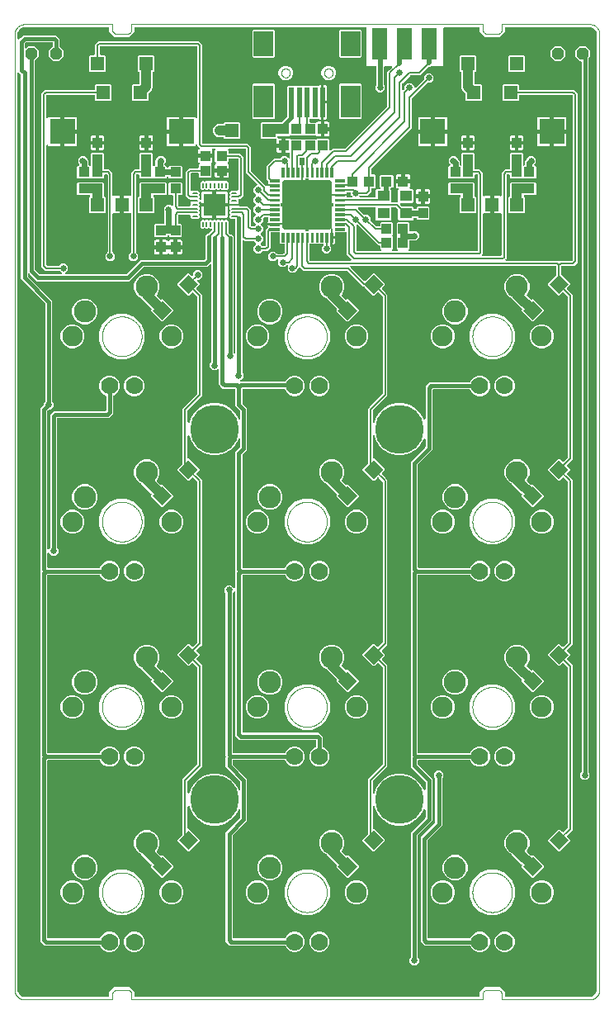
<source format=gbl>
G04 EAGLE Gerber RS-274X export*
G75*
%MOMM*%
%FSLAX34Y34*%
%LPD*%
%INBottom copper*%
%IPPOS*%
%AMOC8*
5,1,8,0,0,1.08239X$1,22.5*%
G01*
%ADD10C,0.000000*%
%ADD11C,2.286000*%
%ADD12C,2.114400*%
%ADD13C,1.778000*%
%ADD14R,1.400000X1.400000*%
%ADD15C,0.508000*%
%ADD16C,0.075000*%
%ADD17R,2.000000X2.500000*%
%ADD18R,2.000000X3.300000*%
%ADD19R,0.500000X3.100000*%
%ADD20R,1.400000X1.400000*%
%ADD21R,2.600000X2.600000*%
%ADD22R,1.524000X3.302000*%
%ADD23R,1.100000X1.000000*%
%ADD24R,1.300000X1.100000*%
%ADD25R,1.000000X1.100000*%
%ADD26R,2.300000X2.300000*%
%ADD27C,0.180000*%
%ADD28P,1.312723X8X202.500000*%
%ADD29C,0.650000*%
%ADD30C,0.200000*%
%ADD31C,1.000000*%
%ADD32C,0.400000*%
%ADD33C,0.600000*%
%ADD34C,0.500000*%
%ADD35C,5.000000*%

G36*
X96064Y3010D02*
X96064Y3010D01*
X96128Y3009D01*
X96203Y3030D01*
X96279Y3041D01*
X96338Y3067D01*
X96400Y3084D01*
X96466Y3125D01*
X96536Y3157D01*
X96585Y3199D01*
X96640Y3232D01*
X96692Y3290D01*
X96750Y3340D01*
X96786Y3394D01*
X96829Y3442D01*
X96862Y3511D01*
X96905Y3576D01*
X96924Y3638D01*
X96952Y3695D01*
X96963Y3765D01*
X96987Y3846D01*
X96988Y3931D01*
X96999Y4000D01*
X96999Y7144D01*
X99143Y10857D01*
X102856Y13001D01*
X117144Y13001D01*
X120857Y10857D01*
X123001Y7144D01*
X123001Y4000D01*
X123010Y3936D01*
X123009Y3872D01*
X123030Y3797D01*
X123041Y3721D01*
X123067Y3662D01*
X123084Y3600D01*
X123125Y3534D01*
X123157Y3464D01*
X123199Y3415D01*
X123232Y3360D01*
X123290Y3308D01*
X123340Y3250D01*
X123394Y3214D01*
X123442Y3171D01*
X123511Y3138D01*
X123576Y3095D01*
X123638Y3076D01*
X123695Y3048D01*
X123765Y3037D01*
X123846Y3013D01*
X123931Y3012D01*
X124000Y3001D01*
X476000Y3001D01*
X476064Y3010D01*
X476128Y3009D01*
X476203Y3030D01*
X476279Y3041D01*
X476338Y3067D01*
X476400Y3084D01*
X476466Y3125D01*
X476536Y3157D01*
X476585Y3199D01*
X476640Y3232D01*
X476692Y3290D01*
X476750Y3340D01*
X476786Y3394D01*
X476829Y3442D01*
X476862Y3511D01*
X476905Y3576D01*
X476924Y3638D01*
X476952Y3695D01*
X476963Y3765D01*
X476987Y3846D01*
X476988Y3931D01*
X476999Y4000D01*
X476999Y7144D01*
X479143Y10857D01*
X482856Y13001D01*
X497144Y13001D01*
X500857Y10857D01*
X503001Y7144D01*
X503001Y4000D01*
X503010Y3936D01*
X503009Y3872D01*
X503030Y3797D01*
X503041Y3721D01*
X503067Y3662D01*
X503084Y3600D01*
X503125Y3534D01*
X503157Y3464D01*
X503199Y3415D01*
X503232Y3360D01*
X503290Y3308D01*
X503340Y3250D01*
X503394Y3214D01*
X503442Y3171D01*
X503511Y3138D01*
X503576Y3095D01*
X503638Y3076D01*
X503695Y3048D01*
X503765Y3037D01*
X503846Y3013D01*
X503931Y3012D01*
X504000Y3001D01*
X590000Y3001D01*
X590052Y3008D01*
X590098Y3006D01*
X591268Y3121D01*
X591542Y3188D01*
X591548Y3191D01*
X591553Y3192D01*
X593716Y4088D01*
X593752Y4109D01*
X593791Y4123D01*
X593829Y4151D01*
X593841Y4156D01*
X593863Y4175D01*
X593959Y4232D01*
X593999Y4275D01*
X594040Y4305D01*
X595695Y5960D01*
X595720Y5993D01*
X595752Y6021D01*
X595796Y6095D01*
X595865Y6186D01*
X595885Y6241D01*
X595912Y6284D01*
X596808Y8447D01*
X596878Y8720D01*
X596878Y8726D01*
X596879Y8732D01*
X596994Y9902D01*
X596992Y9955D01*
X596999Y10000D01*
X596999Y990000D01*
X596992Y990052D01*
X596994Y990098D01*
X596879Y991268D01*
X596812Y991542D01*
X596809Y991548D01*
X596808Y991553D01*
X595912Y993716D01*
X595891Y993752D01*
X595877Y993791D01*
X595826Y993861D01*
X595768Y993959D01*
X595725Y993999D01*
X595695Y994040D01*
X594040Y995695D01*
X594007Y995720D01*
X593979Y995752D01*
X593905Y995796D01*
X593814Y995865D01*
X593759Y995885D01*
X593716Y995912D01*
X591553Y996808D01*
X591280Y996878D01*
X591274Y996878D01*
X591268Y996879D01*
X590098Y996994D01*
X590045Y996992D01*
X590000Y996999D01*
X504000Y996999D01*
X503936Y996990D01*
X503872Y996991D01*
X503797Y996970D01*
X503721Y996959D01*
X503662Y996933D01*
X503600Y996916D01*
X503534Y996875D01*
X503464Y996843D01*
X503415Y996801D01*
X503360Y996768D01*
X503308Y996710D01*
X503250Y996660D01*
X503214Y996606D01*
X503171Y996558D01*
X503138Y996489D01*
X503095Y996424D01*
X503076Y996362D01*
X503048Y996305D01*
X503037Y996235D01*
X503013Y996154D01*
X503012Y996069D01*
X503001Y996000D01*
X503001Y992856D01*
X500857Y989143D01*
X497144Y986999D01*
X482856Y986999D01*
X479143Y989143D01*
X476999Y992856D01*
X476999Y996000D01*
X476990Y996064D01*
X476991Y996128D01*
X476970Y996203D01*
X476959Y996279D01*
X476933Y996338D01*
X476916Y996400D01*
X476875Y996466D01*
X476843Y996536D01*
X476801Y996585D01*
X476768Y996640D01*
X476710Y996692D01*
X476660Y996750D01*
X476606Y996786D01*
X476558Y996829D01*
X476489Y996862D01*
X476424Y996905D01*
X476362Y996924D01*
X476305Y996952D01*
X476235Y996963D01*
X476154Y996987D01*
X476069Y996988D01*
X476000Y996999D01*
X441000Y996999D01*
X440936Y996990D01*
X440872Y996991D01*
X440797Y996970D01*
X440721Y996959D01*
X440662Y996933D01*
X440600Y996916D01*
X440534Y996875D01*
X440464Y996843D01*
X440415Y996801D01*
X440360Y996768D01*
X440308Y996710D01*
X440250Y996660D01*
X440214Y996606D01*
X440171Y996558D01*
X440138Y996489D01*
X440095Y996424D01*
X440076Y996362D01*
X440048Y996305D01*
X440037Y996235D01*
X440013Y996154D01*
X440012Y996069D01*
X440001Y996000D01*
X440001Y957585D01*
X439415Y956999D01*
X428071Y956999D01*
X427976Y956986D01*
X427880Y956981D01*
X427837Y956966D01*
X427792Y956959D01*
X427704Y956920D01*
X427613Y956888D01*
X427579Y956863D01*
X427535Y956843D01*
X427438Y956760D01*
X427364Y956707D01*
X427057Y956399D01*
X425350Y956399D01*
X425255Y956386D01*
X425159Y956381D01*
X425116Y956366D01*
X425071Y956359D01*
X424983Y956320D01*
X424892Y956288D01*
X424858Y956263D01*
X424814Y956243D01*
X424716Y956160D01*
X424643Y956107D01*
X416036Y947499D01*
X406450Y947499D01*
X406355Y947486D01*
X406259Y947481D01*
X406216Y947466D01*
X406171Y947459D01*
X406083Y947420D01*
X405992Y947388D01*
X405958Y947363D01*
X405914Y947343D01*
X405816Y947260D01*
X405743Y947207D01*
X397793Y939257D01*
X397736Y939180D01*
X397671Y939109D01*
X397651Y939068D01*
X397624Y939031D01*
X397590Y938941D01*
X397548Y938855D01*
X397542Y938813D01*
X397525Y938767D01*
X397515Y938640D01*
X397501Y938550D01*
X397501Y933450D01*
X397505Y933418D01*
X397503Y933385D01*
X397525Y933278D01*
X397541Y933170D01*
X397554Y933141D01*
X397561Y933109D01*
X397612Y933013D01*
X397657Y932914D01*
X397678Y932889D01*
X397693Y932860D01*
X397769Y932782D01*
X397840Y932699D01*
X397867Y932681D01*
X397890Y932658D01*
X397985Y932605D01*
X398076Y932545D01*
X398107Y932535D01*
X398135Y932519D01*
X398241Y932494D01*
X398346Y932462D01*
X398378Y932462D01*
X398410Y932455D01*
X398519Y932460D01*
X398628Y932459D01*
X398659Y932467D01*
X398691Y932469D01*
X398794Y932505D01*
X398900Y932534D01*
X398927Y932551D01*
X398958Y932562D01*
X399031Y932615D01*
X399140Y932682D01*
X399172Y932718D01*
X399207Y932743D01*
X399257Y932793D01*
X399957Y933493D01*
X400014Y933570D01*
X400079Y933641D01*
X400099Y933682D01*
X400126Y933719D01*
X400160Y933809D01*
X400202Y933895D01*
X400208Y933937D01*
X400225Y933983D01*
X400235Y934110D01*
X400249Y934200D01*
X400249Y936968D01*
X403032Y939751D01*
X406968Y939751D01*
X409751Y936968D01*
X409751Y935700D01*
X409755Y935668D01*
X409753Y935636D01*
X409775Y935529D01*
X409791Y935420D01*
X409804Y935391D01*
X409810Y935360D01*
X409862Y935263D01*
X409907Y935164D01*
X409928Y935139D01*
X409943Y935111D01*
X410019Y935032D01*
X410090Y934949D01*
X410117Y934932D01*
X410140Y934909D01*
X410235Y934855D01*
X410326Y934795D01*
X410357Y934785D01*
X410385Y934769D01*
X410492Y934744D01*
X410596Y934712D01*
X410628Y934712D01*
X410659Y934705D01*
X410769Y934710D01*
X410878Y934709D01*
X410909Y934717D01*
X410941Y934719D01*
X411044Y934755D01*
X411150Y934784D01*
X411177Y934801D01*
X411208Y934811D01*
X411281Y934865D01*
X411390Y934932D01*
X411422Y934968D01*
X411457Y934993D01*
X419957Y943493D01*
X420014Y943570D01*
X420079Y943641D01*
X420099Y943682D01*
X420126Y943719D01*
X420160Y943809D01*
X420202Y943895D01*
X420208Y943937D01*
X420225Y943983D01*
X420235Y944110D01*
X420249Y944200D01*
X420249Y946968D01*
X423032Y949751D01*
X426968Y949751D01*
X429751Y946968D01*
X429751Y943032D01*
X426968Y940249D01*
X424200Y940249D01*
X424105Y940236D01*
X424009Y940231D01*
X423966Y940216D01*
X423921Y940209D01*
X423833Y940170D01*
X423742Y940138D01*
X423708Y940113D01*
X423664Y940093D01*
X423566Y940010D01*
X423493Y939957D01*
X407793Y924257D01*
X407736Y924180D01*
X407671Y924109D01*
X407651Y924068D01*
X407624Y924031D01*
X407590Y923941D01*
X407548Y923855D01*
X407542Y923813D01*
X407525Y923767D01*
X407515Y923640D01*
X407501Y923550D01*
X407501Y893464D01*
X366293Y852257D01*
X366236Y852180D01*
X366171Y852109D01*
X366151Y852068D01*
X366124Y852031D01*
X366090Y851941D01*
X366048Y851855D01*
X366042Y851813D01*
X366025Y851767D01*
X366015Y851640D01*
X366001Y851550D01*
X366001Y847000D01*
X366010Y846936D01*
X366009Y846872D01*
X366030Y846797D01*
X366041Y846721D01*
X366067Y846662D01*
X366084Y846600D01*
X366125Y846534D01*
X366157Y846464D01*
X366199Y846415D01*
X366232Y846360D01*
X366290Y846308D01*
X366340Y846250D01*
X366394Y846214D01*
X366442Y846171D01*
X366511Y846138D01*
X366576Y846095D01*
X366638Y846076D01*
X366695Y846048D01*
X366765Y846037D01*
X366846Y846013D01*
X366931Y846012D01*
X367000Y846001D01*
X369122Y846001D01*
X370001Y845122D01*
X370001Y832878D01*
X369122Y831999D01*
X367000Y831999D01*
X366936Y831990D01*
X366872Y831991D01*
X366797Y831970D01*
X366721Y831959D01*
X366662Y831933D01*
X366600Y831916D01*
X366534Y831875D01*
X366464Y831843D01*
X366415Y831801D01*
X366360Y831768D01*
X366308Y831710D01*
X366250Y831660D01*
X366214Y831606D01*
X366171Y831558D01*
X366138Y831489D01*
X366095Y831424D01*
X366076Y831362D01*
X366048Y831305D01*
X366037Y831235D01*
X366013Y831154D01*
X366012Y831069D01*
X366001Y831000D01*
X366001Y828464D01*
X362036Y824499D01*
X354632Y824499D01*
X354556Y824488D01*
X354479Y824487D01*
X354422Y824469D01*
X354353Y824459D01*
X354261Y824418D01*
X354185Y824394D01*
X354142Y824364D01*
X354096Y824343D01*
X354027Y824285D01*
X353953Y824233D01*
X353920Y824193D01*
X353881Y824160D01*
X353832Y824084D01*
X353775Y824014D01*
X353755Y823967D01*
X353727Y823924D01*
X353700Y823838D01*
X353665Y823755D01*
X353659Y823703D01*
X353644Y823654D01*
X353643Y823564D01*
X353633Y823474D01*
X353641Y823424D01*
X353641Y823372D01*
X353665Y823285D01*
X353680Y823196D01*
X353702Y823150D01*
X353716Y823100D01*
X353763Y823023D01*
X353802Y822942D01*
X353837Y822904D01*
X353864Y822860D01*
X353931Y822800D01*
X353991Y822733D01*
X354035Y822706D01*
X354073Y822671D01*
X354154Y822632D01*
X354231Y822585D01*
X354281Y822571D01*
X354327Y822548D01*
X354406Y822536D01*
X354503Y822509D01*
X354573Y822510D01*
X354632Y822501D01*
X369500Y822501D01*
X369564Y822510D01*
X369628Y822509D01*
X369703Y822530D01*
X369779Y822541D01*
X369838Y822567D01*
X369900Y822584D01*
X369966Y822625D01*
X370036Y822657D01*
X370085Y822699D01*
X370140Y822732D01*
X370192Y822790D01*
X370250Y822840D01*
X370286Y822894D01*
X370329Y822942D01*
X370362Y823011D01*
X370405Y823076D01*
X370424Y823138D01*
X370452Y823195D01*
X370463Y823265D01*
X370487Y823346D01*
X370488Y823431D01*
X370499Y823500D01*
X370499Y830122D01*
X371378Y831001D01*
X374465Y831001D01*
X374496Y831005D01*
X374529Y831003D01*
X374636Y831025D01*
X374744Y831041D01*
X374773Y831054D01*
X374805Y831060D01*
X374901Y831112D01*
X375001Y831157D01*
X375025Y831178D01*
X375054Y831193D01*
X375132Y831269D01*
X375215Y831340D01*
X375233Y831367D01*
X375256Y831390D01*
X375309Y831485D01*
X375369Y831576D01*
X375379Y831607D01*
X375395Y831635D01*
X375420Y831741D01*
X375452Y831846D01*
X375452Y831878D01*
X375460Y831909D01*
X375454Y832019D01*
X375456Y832128D01*
X375447Y832159D01*
X375445Y832191D01*
X375410Y832294D01*
X375380Y832400D01*
X375363Y832427D01*
X375353Y832458D01*
X375300Y832531D01*
X375232Y832640D01*
X375196Y832672D01*
X375171Y832707D01*
X374499Y833378D01*
X374499Y844622D01*
X375378Y845501D01*
X387622Y845501D01*
X388501Y844622D01*
X388501Y833378D01*
X387622Y832499D01*
X386535Y832499D01*
X386504Y832495D01*
X386471Y832497D01*
X386364Y832475D01*
X386256Y832459D01*
X386227Y832446D01*
X386195Y832440D01*
X386099Y832388D01*
X385999Y832343D01*
X385975Y832322D01*
X385946Y832307D01*
X385868Y832231D01*
X385785Y832160D01*
X385767Y832133D01*
X385744Y832110D01*
X385691Y832015D01*
X385631Y831924D01*
X385621Y831893D01*
X385605Y831865D01*
X385580Y831759D01*
X385548Y831654D01*
X385548Y831622D01*
X385540Y831591D01*
X385546Y831481D01*
X385544Y831372D01*
X385553Y831341D01*
X385555Y831309D01*
X385590Y831206D01*
X385620Y831100D01*
X385637Y831073D01*
X385647Y831042D01*
X385700Y830969D01*
X385768Y830860D01*
X385804Y830828D01*
X385829Y830793D01*
X386501Y830122D01*
X386501Y818500D01*
X386510Y818436D01*
X386509Y818372D01*
X386530Y818297D01*
X386541Y818221D01*
X386567Y818162D01*
X386584Y818100D01*
X386625Y818034D01*
X386657Y817964D01*
X386699Y817915D01*
X386732Y817860D01*
X386790Y817808D01*
X386840Y817750D01*
X386894Y817714D01*
X386942Y817671D01*
X387011Y817638D01*
X387076Y817595D01*
X387138Y817576D01*
X387195Y817548D01*
X387265Y817537D01*
X387346Y817513D01*
X387431Y817512D01*
X387500Y817501D01*
X392500Y817501D01*
X392564Y817510D01*
X392628Y817509D01*
X392703Y817530D01*
X392779Y817541D01*
X392838Y817567D01*
X392900Y817584D01*
X392966Y817625D01*
X393036Y817657D01*
X393085Y817699D01*
X393140Y817732D01*
X393192Y817790D01*
X393250Y817840D01*
X393286Y817894D01*
X393329Y817942D01*
X393362Y818011D01*
X393405Y818076D01*
X393424Y818138D01*
X393452Y818195D01*
X393463Y818265D01*
X393487Y818346D01*
X393488Y818431D01*
X393499Y818500D01*
X393499Y830122D01*
X393671Y830293D01*
X393690Y830319D01*
X393715Y830340D01*
X393775Y830432D01*
X393840Y830519D01*
X393852Y830549D01*
X393869Y830576D01*
X393901Y830681D01*
X393940Y830783D01*
X393942Y830815D01*
X393952Y830846D01*
X393953Y830955D01*
X393962Y831064D01*
X393955Y831096D01*
X393956Y831128D01*
X393926Y831233D01*
X393904Y831340D01*
X393889Y831369D01*
X393880Y831400D01*
X393823Y831493D01*
X393772Y831589D01*
X393749Y831612D01*
X393732Y831640D01*
X393651Y831713D01*
X393575Y831791D01*
X393547Y831807D01*
X393523Y831829D01*
X393424Y831876D01*
X393330Y831930D01*
X393298Y831938D01*
X393269Y831952D01*
X393180Y831966D01*
X393055Y831995D01*
X393007Y831993D01*
X392965Y831999D01*
X392737Y831999D01*
X392228Y832136D01*
X391771Y832399D01*
X391399Y832771D01*
X391136Y833228D01*
X390999Y833737D01*
X390999Y837001D01*
X397500Y837001D01*
X397564Y837010D01*
X397628Y837009D01*
X397702Y837030D01*
X397779Y837041D01*
X397838Y837067D01*
X397900Y837084D01*
X397966Y837125D01*
X398036Y837157D01*
X398085Y837199D01*
X398140Y837232D01*
X398191Y837290D01*
X398250Y837340D01*
X398286Y837394D01*
X398329Y837442D01*
X398362Y837511D01*
X398405Y837576D01*
X398424Y837638D01*
X398452Y837695D01*
X398462Y837765D01*
X398487Y837846D01*
X398488Y837931D01*
X398499Y838000D01*
X398499Y839001D01*
X398501Y839001D01*
X398501Y838000D01*
X398510Y837936D01*
X398509Y837872D01*
X398530Y837797D01*
X398541Y837721D01*
X398567Y837662D01*
X398584Y837600D01*
X398625Y837534D01*
X398657Y837464D01*
X398699Y837415D01*
X398732Y837360D01*
X398790Y837308D01*
X398840Y837250D01*
X398894Y837214D01*
X398942Y837171D01*
X399011Y837138D01*
X399076Y837095D01*
X399138Y837076D01*
X399196Y837048D01*
X399265Y837038D01*
X399346Y837013D01*
X399431Y837012D01*
X399500Y837001D01*
X406001Y837001D01*
X406001Y833737D01*
X405864Y833228D01*
X405601Y832772D01*
X405536Y832707D01*
X405517Y832681D01*
X405492Y832660D01*
X405432Y832568D01*
X405367Y832481D01*
X405355Y832451D01*
X405338Y832424D01*
X405306Y832319D01*
X405267Y832217D01*
X405265Y832185D01*
X405255Y832154D01*
X405254Y832045D01*
X405245Y831936D01*
X405252Y831904D01*
X405252Y831872D01*
X405281Y831767D01*
X405303Y831660D01*
X405318Y831631D01*
X405327Y831600D01*
X405384Y831507D01*
X405435Y831411D01*
X405458Y831388D01*
X405475Y831360D01*
X405556Y831287D01*
X405632Y831209D01*
X405660Y831193D01*
X405684Y831171D01*
X405783Y831124D01*
X405878Y831070D01*
X405909Y831062D01*
X405938Y831048D01*
X406027Y831034D01*
X406152Y831005D01*
X406200Y831007D01*
X406243Y831001D01*
X408622Y831001D01*
X409501Y830122D01*
X409501Y817878D01*
X408622Y816999D01*
X396450Y816999D01*
X396418Y816995D01*
X396386Y816997D01*
X396279Y816975D01*
X396170Y816959D01*
X396141Y816946D01*
X396110Y816940D01*
X396013Y816888D01*
X395914Y816843D01*
X395889Y816822D01*
X395861Y816807D01*
X395782Y816731D01*
X395699Y816660D01*
X395682Y816633D01*
X395659Y816610D01*
X395605Y816515D01*
X395545Y816424D01*
X395535Y816393D01*
X395519Y816365D01*
X395494Y816259D01*
X395462Y816154D01*
X395462Y816122D01*
X395455Y816091D01*
X395460Y815981D01*
X395459Y815872D01*
X395467Y815841D01*
X395469Y815809D01*
X395505Y815706D01*
X395534Y815600D01*
X395551Y815573D01*
X395561Y815542D01*
X395615Y815469D01*
X395682Y815360D01*
X395718Y815328D01*
X395743Y815293D01*
X397743Y813293D01*
X397820Y813236D01*
X397891Y813171D01*
X397932Y813151D01*
X397969Y813124D01*
X398059Y813090D01*
X398145Y813048D01*
X398187Y813042D01*
X398233Y813025D01*
X398360Y813015D01*
X398450Y813001D01*
X408622Y813001D01*
X409501Y812122D01*
X409501Y811500D01*
X409510Y811436D01*
X409509Y811372D01*
X409530Y811297D01*
X409541Y811221D01*
X409567Y811162D01*
X409584Y811100D01*
X409625Y811034D01*
X409657Y810964D01*
X409699Y810915D01*
X409732Y810860D01*
X409790Y810808D01*
X409840Y810750D01*
X409894Y810714D01*
X409942Y810671D01*
X410011Y810638D01*
X410076Y810595D01*
X410138Y810576D01*
X410195Y810548D01*
X410265Y810537D01*
X410346Y810513D01*
X410431Y810512D01*
X410500Y810501D01*
X411500Y810501D01*
X411564Y810510D01*
X411628Y810509D01*
X411703Y810530D01*
X411779Y810541D01*
X411838Y810567D01*
X411900Y810584D01*
X411966Y810625D01*
X412036Y810657D01*
X412085Y810699D01*
X412140Y810732D01*
X412192Y810790D01*
X412250Y810840D01*
X412286Y810894D01*
X412329Y810942D01*
X412362Y811011D01*
X412405Y811076D01*
X412424Y811138D01*
X412452Y811195D01*
X412463Y811265D01*
X412487Y811346D01*
X412488Y811431D01*
X412499Y811500D01*
X412499Y812622D01*
X413378Y813501D01*
X424622Y813501D01*
X425501Y812622D01*
X425501Y800378D01*
X424622Y799499D01*
X413378Y799499D01*
X412499Y800378D01*
X412499Y800500D01*
X412490Y800564D01*
X412491Y800628D01*
X412470Y800703D01*
X412459Y800779D01*
X412433Y800838D01*
X412416Y800900D01*
X412375Y800966D01*
X412343Y801036D01*
X412301Y801085D01*
X412268Y801140D01*
X412210Y801192D01*
X412160Y801250D01*
X412106Y801286D01*
X412058Y801329D01*
X411989Y801362D01*
X411924Y801405D01*
X411862Y801424D01*
X411805Y801452D01*
X411735Y801463D01*
X411654Y801487D01*
X411569Y801488D01*
X411500Y801499D01*
X410500Y801499D01*
X410436Y801490D01*
X410372Y801491D01*
X410297Y801470D01*
X410221Y801459D01*
X410162Y801433D01*
X410100Y801416D01*
X410034Y801375D01*
X409964Y801343D01*
X409915Y801301D01*
X409860Y801268D01*
X409808Y801210D01*
X409750Y801160D01*
X409714Y801106D01*
X409671Y801058D01*
X409638Y800989D01*
X409595Y800924D01*
X409576Y800862D01*
X409548Y800805D01*
X409537Y800735D01*
X409513Y800654D01*
X409512Y800569D01*
X409501Y800500D01*
X409501Y799878D01*
X408622Y798999D01*
X394378Y798999D01*
X393499Y799878D01*
X393499Y810050D01*
X393486Y810145D01*
X393481Y810241D01*
X393466Y810284D01*
X393459Y810329D01*
X393420Y810417D01*
X393388Y810508D01*
X393363Y810542D01*
X393343Y810586D01*
X393260Y810684D01*
X393207Y810757D01*
X391757Y812207D01*
X391680Y812264D01*
X391609Y812329D01*
X391568Y812349D01*
X391531Y812376D01*
X391441Y812410D01*
X391355Y812452D01*
X391313Y812458D01*
X391267Y812475D01*
X391140Y812485D01*
X391050Y812499D01*
X387500Y812499D01*
X387436Y812490D01*
X387372Y812491D01*
X387297Y812470D01*
X387221Y812459D01*
X387162Y812433D01*
X387100Y812416D01*
X387034Y812375D01*
X386964Y812343D01*
X386915Y812301D01*
X386860Y812268D01*
X386808Y812210D01*
X386750Y812160D01*
X386714Y812106D01*
X386671Y812058D01*
X386638Y811989D01*
X386595Y811924D01*
X386576Y811862D01*
X386548Y811805D01*
X386537Y811735D01*
X386513Y811654D01*
X386512Y811569D01*
X386501Y811500D01*
X386501Y799878D01*
X385622Y798999D01*
X371378Y798999D01*
X370499Y799878D01*
X370499Y811500D01*
X370490Y811564D01*
X370491Y811628D01*
X370470Y811703D01*
X370459Y811779D01*
X370433Y811838D01*
X370416Y811900D01*
X370375Y811966D01*
X370343Y812036D01*
X370301Y812085D01*
X370268Y812140D01*
X370210Y812192D01*
X370160Y812250D01*
X370106Y812286D01*
X370058Y812329D01*
X369989Y812362D01*
X369924Y812405D01*
X369862Y812424D01*
X369805Y812452D01*
X369735Y812463D01*
X369654Y812487D01*
X369569Y812488D01*
X369500Y812499D01*
X353450Y812499D01*
X353418Y812495D01*
X353385Y812497D01*
X353278Y812475D01*
X353170Y812459D01*
X353141Y812446D01*
X353109Y812439D01*
X353013Y812388D01*
X352914Y812343D01*
X352889Y812322D01*
X352860Y812307D01*
X352782Y812231D01*
X352699Y812160D01*
X352681Y812133D01*
X352658Y812110D01*
X352605Y812015D01*
X352545Y811924D01*
X352535Y811893D01*
X352519Y811865D01*
X352494Y811759D01*
X352462Y811654D01*
X352462Y811622D01*
X352455Y811590D01*
X352460Y811481D01*
X352459Y811372D01*
X352467Y811341D01*
X352469Y811309D01*
X352505Y811206D01*
X352534Y811100D01*
X352551Y811073D01*
X352562Y811042D01*
X352615Y810969D01*
X352682Y810860D01*
X352718Y810828D01*
X352743Y810793D01*
X352794Y810743D01*
X358493Y805043D01*
X358570Y804986D01*
X358641Y804921D01*
X358682Y804901D01*
X358719Y804874D01*
X358809Y804840D01*
X358895Y804798D01*
X358937Y804792D01*
X358983Y804775D01*
X359110Y804765D01*
X359200Y804751D01*
X361968Y804751D01*
X364751Y801968D01*
X364751Y799200D01*
X364764Y799105D01*
X364769Y799009D01*
X364784Y798966D01*
X364791Y798921D01*
X364830Y798833D01*
X364862Y798742D01*
X364887Y798708D01*
X364907Y798664D01*
X364990Y798566D01*
X365043Y798493D01*
X370743Y792793D01*
X370820Y792736D01*
X370891Y792671D01*
X370932Y792651D01*
X370969Y792624D01*
X371059Y792590D01*
X371145Y792548D01*
X371187Y792542D01*
X371233Y792525D01*
X371360Y792515D01*
X371450Y792501D01*
X374000Y792501D01*
X374064Y792510D01*
X374128Y792509D01*
X374203Y792530D01*
X374279Y792541D01*
X374338Y792567D01*
X374400Y792584D01*
X374466Y792625D01*
X374536Y792657D01*
X374585Y792699D01*
X374640Y792732D01*
X374692Y792790D01*
X374750Y792840D01*
X374786Y792894D01*
X374829Y792942D01*
X374862Y793011D01*
X374905Y793076D01*
X374924Y793138D01*
X374952Y793195D01*
X374963Y793265D01*
X374987Y793346D01*
X374988Y793431D01*
X374999Y793500D01*
X374999Y796122D01*
X375878Y797001D01*
X387122Y797001D01*
X388001Y796122D01*
X388001Y783878D01*
X387829Y783707D01*
X387790Y783655D01*
X387744Y783610D01*
X387706Y783543D01*
X387660Y783481D01*
X387637Y783421D01*
X387605Y783365D01*
X387587Y783290D01*
X387560Y783217D01*
X387555Y783153D01*
X387540Y783090D01*
X387544Y783013D01*
X387538Y782936D01*
X387551Y782873D01*
X387555Y782809D01*
X387580Y782736D01*
X387596Y782660D01*
X387626Y782603D01*
X387647Y782542D01*
X387689Y782486D01*
X387728Y782411D01*
X387788Y782350D01*
X387829Y782293D01*
X388001Y782122D01*
X388001Y769878D01*
X387329Y769207D01*
X387310Y769181D01*
X387285Y769160D01*
X387225Y769068D01*
X387160Y768981D01*
X387148Y768951D01*
X387131Y768924D01*
X387099Y768819D01*
X387060Y768717D01*
X387058Y768685D01*
X387048Y768654D01*
X387047Y768545D01*
X387038Y768436D01*
X387045Y768404D01*
X387044Y768372D01*
X387074Y768267D01*
X387096Y768160D01*
X387111Y768131D01*
X387120Y768100D01*
X387177Y768007D01*
X387228Y767911D01*
X387251Y767888D01*
X387268Y767860D01*
X387349Y767787D01*
X387425Y767709D01*
X387453Y767693D01*
X387477Y767671D01*
X387575Y767624D01*
X387670Y767570D01*
X387702Y767562D01*
X387731Y767548D01*
X387820Y767534D01*
X387945Y767505D01*
X387993Y767507D01*
X388035Y767501D01*
X391965Y767501D01*
X391996Y767505D01*
X392029Y767503D01*
X392136Y767525D01*
X392244Y767541D01*
X392273Y767554D01*
X392305Y767560D01*
X392401Y767612D01*
X392501Y767657D01*
X392525Y767678D01*
X392554Y767693D01*
X392632Y767769D01*
X392715Y767840D01*
X392733Y767867D01*
X392756Y767890D01*
X392809Y767985D01*
X392869Y768076D01*
X392879Y768107D01*
X392895Y768135D01*
X392920Y768241D01*
X392952Y768346D01*
X392952Y768378D01*
X392960Y768409D01*
X392954Y768519D01*
X392956Y768628D01*
X392947Y768659D01*
X392945Y768691D01*
X392910Y768794D01*
X392880Y768900D01*
X392863Y768927D01*
X392853Y768958D01*
X392800Y769031D01*
X392732Y769140D01*
X392696Y769172D01*
X392671Y769207D01*
X391999Y769878D01*
X391999Y782122D01*
X392171Y782293D01*
X392210Y782345D01*
X392256Y782390D01*
X392294Y782457D01*
X392340Y782519D01*
X392363Y782579D01*
X392395Y782635D01*
X392413Y782710D01*
X392440Y782783D01*
X392445Y782847D01*
X392460Y782909D01*
X392456Y782987D01*
X392462Y783064D01*
X392449Y783127D01*
X392445Y783191D01*
X392420Y783264D01*
X392404Y783340D01*
X392374Y783397D01*
X392353Y783458D01*
X392311Y783514D01*
X392272Y783589D01*
X392212Y783650D01*
X392171Y783707D01*
X391999Y783878D01*
X391999Y796122D01*
X392878Y797001D01*
X404122Y797001D01*
X405001Y796122D01*
X405001Y788500D01*
X405010Y788436D01*
X405009Y788372D01*
X405030Y788297D01*
X405041Y788221D01*
X405067Y788162D01*
X405084Y788100D01*
X405125Y788034D01*
X405157Y787964D01*
X405199Y787915D01*
X405232Y787860D01*
X405290Y787808D01*
X405340Y787750D01*
X405394Y787714D01*
X405442Y787671D01*
X405511Y787638D01*
X405576Y787595D01*
X405638Y787576D01*
X405695Y787548D01*
X405765Y787537D01*
X405846Y787513D01*
X405931Y787512D01*
X406000Y787501D01*
X407368Y787501D01*
X407463Y787514D01*
X407559Y787519D01*
X407603Y787534D01*
X407647Y787541D01*
X407735Y787580D01*
X407826Y787612D01*
X407860Y787637D01*
X407904Y787657D01*
X408002Y787740D01*
X408016Y787751D01*
X411968Y787751D01*
X414751Y784968D01*
X414751Y781032D01*
X411968Y778249D01*
X408018Y778249D01*
X407998Y778264D01*
X407927Y778329D01*
X407886Y778349D01*
X407849Y778376D01*
X407759Y778410D01*
X407673Y778452D01*
X407631Y778458D01*
X407585Y778475D01*
X407458Y778485D01*
X407368Y778499D01*
X406000Y778499D01*
X405936Y778490D01*
X405872Y778491D01*
X405797Y778470D01*
X405721Y778459D01*
X405662Y778433D01*
X405600Y778416D01*
X405534Y778375D01*
X405464Y778343D01*
X405415Y778301D01*
X405360Y778268D01*
X405308Y778210D01*
X405250Y778160D01*
X405214Y778106D01*
X405171Y778058D01*
X405138Y777989D01*
X405095Y777924D01*
X405076Y777862D01*
X405048Y777805D01*
X405037Y777735D01*
X405013Y777654D01*
X405012Y777569D01*
X405001Y777500D01*
X405001Y769878D01*
X404329Y769207D01*
X404310Y769181D01*
X404285Y769160D01*
X404225Y769068D01*
X404160Y768981D01*
X404148Y768951D01*
X404131Y768924D01*
X404099Y768819D01*
X404060Y768717D01*
X404058Y768685D01*
X404048Y768654D01*
X404047Y768545D01*
X404038Y768436D01*
X404045Y768404D01*
X404044Y768372D01*
X404074Y768267D01*
X404096Y768160D01*
X404111Y768131D01*
X404120Y768100D01*
X404177Y768007D01*
X404228Y767911D01*
X404251Y767888D01*
X404268Y767860D01*
X404349Y767787D01*
X404425Y767709D01*
X404453Y767693D01*
X404477Y767671D01*
X404575Y767624D01*
X404670Y767570D01*
X404702Y767562D01*
X404731Y767548D01*
X404820Y767534D01*
X404945Y767505D01*
X404993Y767507D01*
X405035Y767501D01*
X474500Y767501D01*
X474564Y767510D01*
X474628Y767509D01*
X474703Y767530D01*
X474779Y767541D01*
X474838Y767567D01*
X474900Y767584D01*
X474966Y767625D01*
X475036Y767657D01*
X475085Y767699D01*
X475140Y767732D01*
X475192Y767790D01*
X475250Y767840D01*
X475286Y767894D01*
X475329Y767942D01*
X475362Y768011D01*
X475405Y768076D01*
X475424Y768138D01*
X475452Y768195D01*
X475463Y768265D01*
X475487Y768346D01*
X475488Y768431D01*
X475499Y768500D01*
X475499Y845000D01*
X475490Y845064D01*
X475491Y845128D01*
X475470Y845203D01*
X475459Y845279D01*
X475433Y845338D01*
X475416Y845400D01*
X475375Y845466D01*
X475343Y845536D01*
X475301Y845585D01*
X475268Y845640D01*
X475210Y845692D01*
X475160Y845750D01*
X475106Y845786D01*
X475058Y845829D01*
X474989Y845862D01*
X474924Y845905D01*
X474862Y845924D01*
X474805Y845952D01*
X474735Y845963D01*
X474654Y845987D01*
X474569Y845988D01*
X474500Y845999D01*
X473000Y845999D01*
X472936Y845990D01*
X472872Y845991D01*
X472797Y845970D01*
X472721Y845959D01*
X472662Y845933D01*
X472600Y845916D01*
X472534Y845875D01*
X472464Y845843D01*
X472415Y845801D01*
X472360Y845768D01*
X472308Y845710D01*
X472250Y845660D01*
X472214Y845606D01*
X472171Y845558D01*
X472138Y845489D01*
X472095Y845424D01*
X472076Y845362D01*
X472048Y845305D01*
X472037Y845235D01*
X472013Y845154D01*
X472012Y845069D01*
X472001Y845000D01*
X472001Y842878D01*
X471122Y841999D01*
X445878Y841999D01*
X444999Y842878D01*
X444999Y854122D01*
X445880Y855002D01*
X445900Y855005D01*
X445932Y855003D01*
X446039Y855025D01*
X446148Y855041D01*
X446177Y855054D01*
X446208Y855060D01*
X446305Y855112D01*
X446404Y855157D01*
X446429Y855178D01*
X446457Y855193D01*
X446536Y855269D01*
X446619Y855340D01*
X446636Y855367D01*
X446660Y855390D01*
X446713Y855485D01*
X446773Y855576D01*
X446783Y855607D01*
X446799Y855635D01*
X446824Y855741D01*
X446856Y855846D01*
X446856Y855878D01*
X446863Y855909D01*
X446858Y856019D01*
X446859Y856128D01*
X446851Y856159D01*
X446849Y856191D01*
X446813Y856294D01*
X446784Y856400D01*
X446767Y856427D01*
X446757Y856458D01*
X446703Y856531D01*
X446636Y856640D01*
X446600Y856672D01*
X446575Y856707D01*
X445249Y858032D01*
X445249Y861968D01*
X448032Y864751D01*
X451968Y864751D01*
X454761Y861958D01*
X454764Y861933D01*
X454769Y861837D01*
X454784Y861794D01*
X454791Y861749D01*
X454830Y861661D01*
X454862Y861571D01*
X454887Y861536D01*
X454907Y861492D01*
X454990Y861395D01*
X455043Y861322D01*
X456501Y859864D01*
X456501Y856000D01*
X456510Y855936D01*
X456509Y855872D01*
X456530Y855797D01*
X456541Y855721D01*
X456567Y855662D01*
X456584Y855600D01*
X456625Y855534D01*
X456657Y855464D01*
X456699Y855415D01*
X456732Y855360D01*
X456790Y855308D01*
X456840Y855250D01*
X456894Y855214D01*
X456942Y855171D01*
X457011Y855138D01*
X457076Y855095D01*
X457138Y855076D01*
X457195Y855048D01*
X457265Y855037D01*
X457346Y855013D01*
X457431Y855012D01*
X457500Y855001D01*
X457564Y855010D01*
X457628Y855009D01*
X457703Y855030D01*
X457779Y855041D01*
X457838Y855067D01*
X457900Y855084D01*
X457966Y855125D01*
X458036Y855157D01*
X458085Y855199D01*
X458140Y855232D01*
X458192Y855290D01*
X458250Y855340D01*
X458286Y855394D01*
X458329Y855442D01*
X458362Y855511D01*
X458405Y855576D01*
X458424Y855638D01*
X458452Y855695D01*
X458463Y855765D01*
X458487Y855846D01*
X458488Y855931D01*
X458499Y856000D01*
X458499Y867622D01*
X459378Y868501D01*
X470622Y868501D01*
X471501Y867622D01*
X471501Y855036D01*
X471514Y854941D01*
X471519Y854844D01*
X471534Y854801D01*
X471541Y854756D01*
X471580Y854669D01*
X471612Y854578D01*
X471637Y854544D01*
X471657Y854499D01*
X471740Y854402D01*
X471793Y854329D01*
X472001Y854122D01*
X472001Y852000D01*
X472010Y851936D01*
X472009Y851872D01*
X472030Y851797D01*
X472041Y851721D01*
X472067Y851662D01*
X472084Y851600D01*
X472125Y851534D01*
X472157Y851464D01*
X472199Y851415D01*
X472232Y851360D01*
X472290Y851308D01*
X472340Y851250D01*
X472394Y851214D01*
X472442Y851171D01*
X472511Y851138D01*
X472576Y851095D01*
X472638Y851076D01*
X472695Y851048D01*
X472765Y851037D01*
X472846Y851013D01*
X472931Y851012D01*
X473000Y851001D01*
X477036Y851001D01*
X480501Y847536D01*
X480501Y824598D01*
X480507Y824555D01*
X480504Y824513D01*
X480527Y824416D01*
X480541Y824319D01*
X480558Y824280D01*
X480568Y824238D01*
X480616Y824152D01*
X480657Y824062D01*
X480685Y824029D01*
X480706Y823992D01*
X480776Y823923D01*
X480840Y823848D01*
X480876Y823824D01*
X480907Y823794D01*
X480993Y823747D01*
X481076Y823693D01*
X481117Y823681D01*
X481155Y823660D01*
X481252Y823640D01*
X481346Y823611D01*
X481389Y823610D01*
X481431Y823601D01*
X481529Y823608D01*
X481628Y823607D01*
X481669Y823618D01*
X481712Y823622D01*
X481792Y823652D01*
X481900Y823682D01*
X481951Y823714D01*
X482000Y823733D01*
X482228Y823864D01*
X482737Y824001D01*
X488001Y824001D01*
X488001Y816000D01*
X488010Y815937D01*
X488009Y815872D01*
X488030Y815798D01*
X488041Y815721D01*
X488067Y815662D01*
X488084Y815600D01*
X488125Y815534D01*
X488157Y815464D01*
X488199Y815415D01*
X488232Y815360D01*
X488290Y815309D01*
X488340Y815250D01*
X488394Y815214D01*
X488442Y815171D01*
X488511Y815138D01*
X488576Y815095D01*
X488638Y815076D01*
X488695Y815048D01*
X488765Y815038D01*
X488846Y815013D01*
X488931Y815012D01*
X489000Y815001D01*
X491000Y815001D01*
X491064Y815010D01*
X491128Y815009D01*
X491203Y815030D01*
X491279Y815041D01*
X491338Y815067D01*
X491400Y815084D01*
X491466Y815125D01*
X491536Y815157D01*
X491585Y815199D01*
X491640Y815232D01*
X491692Y815290D01*
X491750Y815340D01*
X491786Y815394D01*
X491829Y815442D01*
X491862Y815511D01*
X491905Y815576D01*
X491924Y815638D01*
X491952Y815696D01*
X491962Y815765D01*
X491987Y815846D01*
X491988Y815931D01*
X491999Y816000D01*
X491999Y824001D01*
X497263Y824001D01*
X497772Y823864D01*
X498000Y823733D01*
X498040Y823717D01*
X498076Y823693D01*
X498171Y823664D01*
X498262Y823628D01*
X498305Y823623D01*
X498346Y823611D01*
X498444Y823609D01*
X498543Y823600D01*
X498585Y823608D01*
X498628Y823607D01*
X498723Y823633D01*
X498820Y823651D01*
X498858Y823671D01*
X498900Y823682D01*
X498984Y823734D01*
X499072Y823779D01*
X499103Y823808D01*
X499140Y823830D01*
X499206Y823904D01*
X499278Y823971D01*
X499300Y824008D01*
X499329Y824040D01*
X499372Y824128D01*
X499422Y824213D01*
X499433Y824255D01*
X499452Y824293D01*
X499465Y824378D01*
X499493Y824486D01*
X499491Y824546D01*
X499499Y824598D01*
X499499Y847536D01*
X502964Y851001D01*
X507000Y851001D01*
X507064Y851010D01*
X507128Y851009D01*
X507203Y851030D01*
X507279Y851041D01*
X507338Y851067D01*
X507400Y851084D01*
X507466Y851125D01*
X507536Y851157D01*
X507585Y851199D01*
X507640Y851232D01*
X507692Y851290D01*
X507750Y851340D01*
X507786Y851394D01*
X507829Y851442D01*
X507862Y851511D01*
X507905Y851576D01*
X507924Y851638D01*
X507952Y851695D01*
X507963Y851765D01*
X507987Y851846D01*
X507988Y851931D01*
X507999Y852000D01*
X507999Y854122D01*
X508207Y854329D01*
X508264Y854406D01*
X508329Y854477D01*
X508349Y854518D01*
X508376Y854555D01*
X508410Y854645D01*
X508452Y854731D01*
X508458Y854773D01*
X508475Y854818D01*
X508485Y854946D01*
X508499Y855036D01*
X508499Y867622D01*
X509378Y868501D01*
X520622Y868501D01*
X521501Y867622D01*
X521501Y856000D01*
X521510Y855936D01*
X521509Y855872D01*
X521530Y855797D01*
X521541Y855721D01*
X521567Y855662D01*
X521584Y855600D01*
X521625Y855534D01*
X521657Y855464D01*
X521699Y855415D01*
X521732Y855360D01*
X521790Y855308D01*
X521840Y855250D01*
X521894Y855214D01*
X521942Y855171D01*
X522011Y855138D01*
X522076Y855095D01*
X522138Y855076D01*
X522195Y855048D01*
X522265Y855037D01*
X522346Y855013D01*
X522431Y855012D01*
X522500Y855001D01*
X522564Y855010D01*
X522628Y855009D01*
X522703Y855030D01*
X522779Y855041D01*
X522838Y855067D01*
X522900Y855084D01*
X522966Y855125D01*
X523036Y855157D01*
X523085Y855199D01*
X523140Y855232D01*
X523192Y855290D01*
X523250Y855340D01*
X523286Y855394D01*
X523329Y855442D01*
X523362Y855511D01*
X523405Y855576D01*
X523424Y855638D01*
X523452Y855695D01*
X523463Y855765D01*
X523487Y855846D01*
X523488Y855931D01*
X523499Y856000D01*
X523499Y859864D01*
X524957Y861322D01*
X525014Y861398D01*
X525079Y861470D01*
X525099Y861511D01*
X525126Y861547D01*
X525160Y861637D01*
X525202Y861724D01*
X525208Y861766D01*
X525225Y861811D01*
X525235Y861939D01*
X525238Y861957D01*
X528032Y864751D01*
X531968Y864751D01*
X534751Y861968D01*
X534751Y858032D01*
X533425Y856707D01*
X533406Y856681D01*
X533381Y856660D01*
X533321Y856568D01*
X533256Y856481D01*
X533244Y856451D01*
X533227Y856424D01*
X533195Y856319D01*
X533156Y856217D01*
X533154Y856185D01*
X533144Y856154D01*
X533143Y856045D01*
X533134Y855936D01*
X533141Y855904D01*
X533141Y855872D01*
X533170Y855767D01*
X533192Y855660D01*
X533207Y855631D01*
X533216Y855600D01*
X533273Y855507D01*
X533325Y855411D01*
X533347Y855388D01*
X533364Y855360D01*
X533445Y855287D01*
X533521Y855209D01*
X533549Y855193D01*
X533573Y855171D01*
X533672Y855124D01*
X533767Y855070D01*
X533798Y855062D01*
X533827Y855048D01*
X533916Y855034D01*
X534041Y855005D01*
X534090Y855007D01*
X534120Y855003D01*
X535001Y854122D01*
X535001Y842878D01*
X534122Y841999D01*
X508878Y841999D01*
X507999Y842878D01*
X507999Y845000D01*
X507990Y845064D01*
X507991Y845128D01*
X507970Y845203D01*
X507959Y845279D01*
X507933Y845338D01*
X507916Y845400D01*
X507875Y845466D01*
X507843Y845536D01*
X507801Y845585D01*
X507768Y845640D01*
X507710Y845692D01*
X507660Y845750D01*
X507606Y845786D01*
X507558Y845829D01*
X507489Y845862D01*
X507424Y845905D01*
X507362Y845924D01*
X507305Y845952D01*
X507235Y845963D01*
X507154Y845987D01*
X507069Y845988D01*
X507000Y845999D01*
X505500Y845999D01*
X505436Y845990D01*
X505372Y845991D01*
X505297Y845970D01*
X505221Y845959D01*
X505162Y845933D01*
X505100Y845916D01*
X505034Y845875D01*
X504964Y845843D01*
X504915Y845801D01*
X504860Y845768D01*
X504808Y845710D01*
X504750Y845660D01*
X504714Y845606D01*
X504671Y845558D01*
X504638Y845489D01*
X504595Y845424D01*
X504576Y845362D01*
X504548Y845305D01*
X504537Y845235D01*
X504513Y845154D01*
X504512Y845069D01*
X504501Y845000D01*
X504501Y759964D01*
X503793Y759257D01*
X503743Y759207D01*
X503724Y759181D01*
X503699Y759160D01*
X503639Y759068D01*
X503574Y758981D01*
X503563Y758951D01*
X503545Y758924D01*
X503513Y758819D01*
X503474Y758717D01*
X503472Y758685D01*
X503462Y758654D01*
X503461Y758545D01*
X503452Y758436D01*
X503459Y758404D01*
X503459Y758372D01*
X503488Y758267D01*
X503510Y758160D01*
X503525Y758132D01*
X503534Y758100D01*
X503591Y758007D01*
X503642Y757911D01*
X503665Y757888D01*
X503682Y757860D01*
X503763Y757787D01*
X503839Y757709D01*
X503867Y757693D01*
X503891Y757671D01*
X503990Y757624D01*
X504084Y757570D01*
X504116Y757562D01*
X504145Y757548D01*
X504234Y757534D01*
X504359Y757505D01*
X504407Y757507D01*
X504450Y757501D01*
X557471Y757501D01*
X557728Y757243D01*
X557780Y757205D01*
X557825Y757159D01*
X557892Y757120D01*
X557954Y757074D01*
X558014Y757051D01*
X558070Y757020D01*
X558145Y757002D01*
X558218Y756974D01*
X558282Y756969D01*
X558345Y756955D01*
X558422Y756959D01*
X558499Y756953D01*
X558562Y756966D01*
X558626Y756969D01*
X558699Y756994D01*
X558775Y757010D01*
X558832Y757040D01*
X558893Y757061D01*
X558949Y757103D01*
X559024Y757143D01*
X559085Y757202D01*
X559142Y757243D01*
X559399Y757501D01*
X571500Y757501D01*
X571564Y757510D01*
X571628Y757509D01*
X571703Y757530D01*
X571779Y757541D01*
X571838Y757567D01*
X571900Y757584D01*
X571966Y757625D01*
X572036Y757657D01*
X572085Y757699D01*
X572140Y757732D01*
X572192Y757790D01*
X572250Y757840D01*
X572286Y757894D01*
X572329Y757942D01*
X572362Y758011D01*
X572405Y758076D01*
X572424Y758138D01*
X572452Y758195D01*
X572463Y758265D01*
X572487Y758346D01*
X572488Y758431D01*
X572499Y758500D01*
X572499Y926500D01*
X572490Y926564D01*
X572491Y926628D01*
X572470Y926703D01*
X572459Y926779D01*
X572433Y926838D01*
X572416Y926900D01*
X572375Y926966D01*
X572343Y927036D01*
X572301Y927085D01*
X572268Y927140D01*
X572210Y927192D01*
X572160Y927250D01*
X572106Y927286D01*
X572058Y927329D01*
X571989Y927362D01*
X571924Y927405D01*
X571862Y927424D01*
X571805Y927452D01*
X571735Y927463D01*
X571654Y927487D01*
X571569Y927488D01*
X571500Y927499D01*
X518500Y927499D01*
X518436Y927490D01*
X518372Y927491D01*
X518297Y927470D01*
X518221Y927459D01*
X518162Y927433D01*
X518100Y927416D01*
X518034Y927375D01*
X517964Y927343D01*
X517915Y927301D01*
X517860Y927268D01*
X517808Y927210D01*
X517750Y927160D01*
X517714Y927106D01*
X517671Y927058D01*
X517638Y926989D01*
X517595Y926924D01*
X517576Y926862D01*
X517548Y926805D01*
X517537Y926735D01*
X517513Y926654D01*
X517512Y926569D01*
X517501Y926500D01*
X517501Y922378D01*
X516622Y921499D01*
X501378Y921499D01*
X500499Y922378D01*
X500499Y937622D01*
X501378Y938501D01*
X516622Y938501D01*
X517501Y937622D01*
X517501Y933500D01*
X517510Y933436D01*
X517509Y933372D01*
X517530Y933297D01*
X517541Y933221D01*
X517567Y933162D01*
X517584Y933100D01*
X517625Y933034D01*
X517657Y932964D01*
X517699Y932915D01*
X517732Y932860D01*
X517790Y932808D01*
X517840Y932750D01*
X517894Y932714D01*
X517942Y932671D01*
X518011Y932638D01*
X518076Y932595D01*
X518138Y932576D01*
X518195Y932548D01*
X518265Y932537D01*
X518346Y932513D01*
X518431Y932512D01*
X518500Y932501D01*
X574036Y932501D01*
X575743Y930793D01*
X577501Y929036D01*
X577501Y755964D01*
X575793Y754257D01*
X574036Y752499D01*
X561935Y752499D01*
X561871Y752490D01*
X561807Y752491D01*
X561732Y752470D01*
X561656Y752459D01*
X561597Y752433D01*
X561535Y752416D01*
X561469Y752375D01*
X561399Y752343D01*
X561350Y752301D01*
X561295Y752268D01*
X561243Y752210D01*
X561185Y752160D01*
X561149Y752106D01*
X561106Y752058D01*
X561073Y751989D01*
X561030Y751924D01*
X561011Y751862D01*
X560983Y751805D01*
X560972Y751735D01*
X560948Y751654D01*
X560947Y751569D01*
X560936Y751500D01*
X560936Y743370D01*
X560949Y743275D01*
X560954Y743179D01*
X560969Y743136D01*
X560976Y743091D01*
X561015Y743003D01*
X561047Y742912D01*
X561072Y742878D01*
X561092Y742834D01*
X561175Y742737D01*
X561228Y742663D01*
X569835Y734057D01*
X569835Y732813D01*
X566921Y729899D01*
X566882Y729848D01*
X566836Y729803D01*
X566798Y729735D01*
X566752Y729673D01*
X566729Y729613D01*
X566697Y729557D01*
X566679Y729482D01*
X566652Y729410D01*
X566647Y729346D01*
X566632Y729283D01*
X566636Y729205D01*
X566630Y729128D01*
X566643Y729066D01*
X566647Y729001D01*
X566672Y728928D01*
X566688Y728852D01*
X566718Y728796D01*
X566739Y728735D01*
X566780Y728678D01*
X566820Y728603D01*
X566879Y728542D01*
X566921Y728486D01*
X572501Y722906D01*
X572501Y553964D01*
X566921Y548384D01*
X566882Y548333D01*
X566836Y548288D01*
X566798Y548221D01*
X566752Y548159D01*
X566729Y548098D01*
X566697Y548043D01*
X566679Y547967D01*
X566652Y547895D01*
X566647Y547831D01*
X566632Y547768D01*
X566636Y547691D01*
X566630Y547614D01*
X566643Y547551D01*
X566647Y547486D01*
X566672Y547413D01*
X566688Y547337D01*
X566718Y547281D01*
X566739Y547220D01*
X566780Y547163D01*
X566820Y547088D01*
X566879Y547028D01*
X566921Y546971D01*
X569835Y544057D01*
X569835Y542813D01*
X566921Y539899D01*
X566882Y539848D01*
X566836Y539803D01*
X566798Y539735D01*
X566752Y539673D01*
X566729Y539613D01*
X566697Y539557D01*
X566679Y539482D01*
X566652Y539410D01*
X566647Y539346D01*
X566632Y539283D01*
X566636Y539205D01*
X566630Y539128D01*
X566643Y539066D01*
X566647Y539001D01*
X566672Y538928D01*
X566688Y538852D01*
X566718Y538796D01*
X566739Y538735D01*
X566780Y538678D01*
X566820Y538603D01*
X566879Y538542D01*
X566921Y538486D01*
X572501Y532906D01*
X572501Y363964D01*
X566921Y358384D01*
X566882Y358333D01*
X566836Y358288D01*
X566798Y358221D01*
X566752Y358159D01*
X566729Y358098D01*
X566697Y358043D01*
X566679Y357967D01*
X566652Y357895D01*
X566647Y357831D01*
X566632Y357768D01*
X566636Y357691D01*
X566630Y357614D01*
X566643Y357551D01*
X566647Y357486D01*
X566672Y357413D01*
X566688Y357337D01*
X566718Y357281D01*
X566739Y357220D01*
X566780Y357163D01*
X566820Y357088D01*
X566879Y357028D01*
X566921Y356971D01*
X569835Y354057D01*
X569835Y352813D01*
X566921Y349899D01*
X566882Y349848D01*
X566836Y349803D01*
X566798Y349735D01*
X566752Y349673D01*
X566729Y349613D01*
X566697Y349557D01*
X566679Y349482D01*
X566652Y349410D01*
X566647Y349346D01*
X566632Y349283D01*
X566636Y349205D01*
X566630Y349128D01*
X566643Y349066D01*
X566647Y349001D01*
X566672Y348928D01*
X566688Y348852D01*
X566718Y348796D01*
X566739Y348735D01*
X566780Y348678D01*
X566820Y348603D01*
X566879Y348542D01*
X566921Y348486D01*
X572501Y342906D01*
X572501Y173964D01*
X566921Y168384D01*
X566882Y168333D01*
X566836Y168288D01*
X566798Y168221D01*
X566752Y168159D01*
X566729Y168098D01*
X566697Y168043D01*
X566679Y167967D01*
X566652Y167895D01*
X566647Y167831D01*
X566632Y167768D01*
X566636Y167691D01*
X566630Y167614D01*
X566643Y167551D01*
X566647Y167486D01*
X566672Y167413D01*
X566688Y167337D01*
X566718Y167281D01*
X566739Y167220D01*
X566780Y167163D01*
X566820Y167088D01*
X566879Y167028D01*
X566921Y166971D01*
X569835Y164057D01*
X569835Y162813D01*
X559057Y152035D01*
X557813Y152035D01*
X547035Y162813D01*
X547035Y164057D01*
X557813Y174835D01*
X559057Y174835D01*
X561971Y171921D01*
X562022Y171882D01*
X562067Y171836D01*
X562135Y171798D01*
X562197Y171751D01*
X562257Y171729D01*
X562313Y171697D01*
X562388Y171679D01*
X562461Y171652D01*
X562524Y171647D01*
X562587Y171632D01*
X562665Y171636D01*
X562742Y171630D01*
X562804Y171643D01*
X562869Y171647D01*
X562942Y171672D01*
X563018Y171688D01*
X563075Y171718D01*
X563135Y171739D01*
X563192Y171780D01*
X563267Y171820D01*
X563328Y171879D01*
X563384Y171921D01*
X567207Y175743D01*
X567264Y175820D01*
X567329Y175891D01*
X567349Y175932D01*
X567376Y175969D01*
X567410Y176059D01*
X567452Y176145D01*
X567458Y176187D01*
X567475Y176233D01*
X567485Y176360D01*
X567499Y176450D01*
X567499Y340420D01*
X567486Y340515D01*
X567481Y340611D01*
X567466Y340655D01*
X567459Y340699D01*
X567420Y340787D01*
X567388Y340878D01*
X567363Y340912D01*
X567343Y340956D01*
X567260Y341054D01*
X567207Y341127D01*
X563384Y344949D01*
X563333Y344988D01*
X563288Y345034D01*
X563221Y345072D01*
X563159Y345119D01*
X563098Y345141D01*
X563043Y345173D01*
X562967Y345191D01*
X562895Y345218D01*
X562831Y345223D01*
X562768Y345238D01*
X562691Y345234D01*
X562614Y345240D01*
X562551Y345227D01*
X562486Y345223D01*
X562413Y345198D01*
X562337Y345182D01*
X562281Y345152D01*
X562220Y345131D01*
X562163Y345090D01*
X562089Y345050D01*
X562028Y344991D01*
X561971Y344949D01*
X559057Y342035D01*
X557813Y342035D01*
X547035Y352813D01*
X547035Y354057D01*
X557813Y364835D01*
X559057Y364835D01*
X561971Y361921D01*
X562022Y361882D01*
X562067Y361836D01*
X562135Y361798D01*
X562197Y361751D01*
X562257Y361729D01*
X562313Y361697D01*
X562388Y361679D01*
X562461Y361652D01*
X562524Y361647D01*
X562587Y361632D01*
X562665Y361636D01*
X562742Y361630D01*
X562804Y361643D01*
X562869Y361647D01*
X562942Y361672D01*
X563018Y361688D01*
X563075Y361718D01*
X563135Y361739D01*
X563192Y361780D01*
X563267Y361820D01*
X563328Y361879D01*
X563384Y361921D01*
X567207Y365743D01*
X567264Y365820D01*
X567329Y365891D01*
X567349Y365932D01*
X567376Y365969D01*
X567410Y366059D01*
X567452Y366145D01*
X567458Y366187D01*
X567475Y366233D01*
X567485Y366360D01*
X567499Y366450D01*
X567499Y530420D01*
X567486Y530515D01*
X567481Y530611D01*
X567466Y530655D01*
X567459Y530699D01*
X567420Y530787D01*
X567388Y530878D01*
X567363Y530912D01*
X567343Y530956D01*
X567260Y531054D01*
X567207Y531127D01*
X563384Y534949D01*
X563333Y534988D01*
X563288Y535034D01*
X563221Y535072D01*
X563159Y535119D01*
X563098Y535141D01*
X563043Y535173D01*
X562967Y535191D01*
X562895Y535218D01*
X562831Y535223D01*
X562768Y535238D01*
X562691Y535234D01*
X562614Y535240D01*
X562551Y535227D01*
X562486Y535223D01*
X562413Y535198D01*
X562337Y535182D01*
X562281Y535152D01*
X562220Y535131D01*
X562163Y535090D01*
X562089Y535050D01*
X562028Y534991D01*
X561971Y534949D01*
X559057Y532035D01*
X557813Y532035D01*
X547035Y542813D01*
X547035Y544057D01*
X557813Y554835D01*
X559057Y554835D01*
X561971Y551921D01*
X562022Y551882D01*
X562067Y551836D01*
X562135Y551798D01*
X562197Y551751D01*
X562257Y551729D01*
X562313Y551697D01*
X562388Y551679D01*
X562461Y551652D01*
X562524Y551647D01*
X562587Y551632D01*
X562665Y551636D01*
X562742Y551630D01*
X562804Y551643D01*
X562869Y551647D01*
X562942Y551672D01*
X563018Y551688D01*
X563075Y551718D01*
X563135Y551739D01*
X563192Y551780D01*
X563267Y551820D01*
X563328Y551879D01*
X563384Y551921D01*
X567207Y555743D01*
X567264Y555820D01*
X567329Y555891D01*
X567349Y555932D01*
X567376Y555969D01*
X567410Y556059D01*
X567452Y556145D01*
X567458Y556187D01*
X567475Y556233D01*
X567485Y556360D01*
X567499Y556450D01*
X567499Y720420D01*
X567486Y720515D01*
X567481Y720611D01*
X567466Y720655D01*
X567459Y720699D01*
X567420Y720787D01*
X567388Y720878D01*
X567363Y720912D01*
X567343Y720956D01*
X567260Y721054D01*
X567231Y721093D01*
X567226Y721102D01*
X567223Y721104D01*
X567207Y721127D01*
X563384Y724949D01*
X563333Y724988D01*
X563288Y725034D01*
X563221Y725072D01*
X563159Y725119D01*
X563098Y725141D01*
X563043Y725173D01*
X562967Y725191D01*
X562895Y725218D01*
X562831Y725223D01*
X562768Y725238D01*
X562691Y725234D01*
X562614Y725240D01*
X562551Y725227D01*
X562486Y725223D01*
X562413Y725198D01*
X562337Y725182D01*
X562281Y725152D01*
X562220Y725131D01*
X562163Y725090D01*
X562089Y725050D01*
X562028Y724991D01*
X561971Y724949D01*
X559057Y722035D01*
X557813Y722035D01*
X547035Y732813D01*
X547035Y734057D01*
X555642Y742663D01*
X555699Y742740D01*
X555764Y742812D01*
X555784Y742853D01*
X555811Y742889D01*
X555845Y742979D01*
X555887Y743065D01*
X555893Y743107D01*
X555910Y743153D01*
X555920Y743281D01*
X555922Y743288D01*
X555922Y743291D01*
X555922Y743294D01*
X555934Y743370D01*
X555934Y751500D01*
X555926Y751558D01*
X555926Y751567D01*
X555925Y751570D01*
X555926Y751628D01*
X555905Y751703D01*
X555894Y751779D01*
X555868Y751838D01*
X555851Y751900D01*
X555810Y751966D01*
X555778Y752036D01*
X555737Y752085D01*
X555703Y752140D01*
X555645Y752192D01*
X555595Y752250D01*
X555541Y752286D01*
X555493Y752329D01*
X555424Y752362D01*
X555359Y752405D01*
X555297Y752424D01*
X555240Y752452D01*
X555170Y752463D01*
X555089Y752487D01*
X555004Y752488D01*
X554935Y752499D01*
X345320Y752499D01*
X345288Y752495D01*
X345255Y752497D01*
X345148Y752475D01*
X345041Y752459D01*
X345011Y752446D01*
X344979Y752439D01*
X344883Y752388D01*
X344784Y752343D01*
X344759Y752322D01*
X344730Y752307D01*
X344652Y752231D01*
X344569Y752160D01*
X344552Y752133D01*
X344528Y752110D01*
X344475Y752015D01*
X344415Y751924D01*
X344405Y751893D01*
X344389Y751865D01*
X344364Y751759D01*
X344332Y751654D01*
X344332Y751622D01*
X344325Y751590D01*
X344330Y751481D01*
X344329Y751372D01*
X344337Y751341D01*
X344339Y751309D01*
X344375Y751206D01*
X344404Y751100D01*
X344421Y751073D01*
X344432Y751042D01*
X344485Y750969D01*
X344552Y750860D01*
X344588Y750828D01*
X344613Y750793D01*
X344664Y750743D01*
X358486Y736921D01*
X358537Y736882D01*
X358582Y736836D01*
X358649Y736798D01*
X358711Y736751D01*
X358772Y736729D01*
X358827Y736697D01*
X358903Y736679D01*
X358975Y736652D01*
X359039Y736647D01*
X359102Y736632D01*
X359179Y736636D01*
X359256Y736630D01*
X359319Y736643D01*
X359384Y736647D01*
X359457Y736672D01*
X359533Y736688D01*
X359589Y736718D01*
X359650Y736739D01*
X359707Y736780D01*
X359782Y736820D01*
X359842Y736879D01*
X359899Y736921D01*
X367813Y744835D01*
X369057Y744835D01*
X379835Y734057D01*
X379835Y732813D01*
X376921Y729899D01*
X376882Y729848D01*
X376836Y729803D01*
X376798Y729735D01*
X376752Y729673D01*
X376729Y729613D01*
X376697Y729557D01*
X376679Y729482D01*
X376652Y729409D01*
X376647Y729345D01*
X376632Y729283D01*
X376636Y729205D01*
X376630Y729128D01*
X376643Y729066D01*
X376647Y729001D01*
X376672Y728928D01*
X376688Y728852D01*
X376718Y728795D01*
X376739Y728735D01*
X376780Y728678D01*
X376820Y728603D01*
X376879Y728542D01*
X376921Y728486D01*
X380743Y724663D01*
X382501Y722906D01*
X382501Y618964D01*
X380743Y617207D01*
X367793Y604257D01*
X367773Y604230D01*
X367750Y604210D01*
X367715Y604157D01*
X367671Y604109D01*
X367651Y604068D01*
X367624Y604031D01*
X367612Y604000D01*
X367595Y603974D01*
X367577Y603913D01*
X367548Y603855D01*
X367542Y603813D01*
X367525Y603767D01*
X367522Y603735D01*
X367513Y603704D01*
X367512Y603620D01*
X367501Y603550D01*
X367501Y592352D01*
X367502Y592342D01*
X367501Y592331D01*
X367522Y592202D01*
X367541Y592073D01*
X367545Y592063D01*
X367547Y592053D01*
X367603Y591935D01*
X367657Y591816D01*
X367664Y591808D01*
X367668Y591798D01*
X367756Y591701D01*
X367840Y591602D01*
X367849Y591596D01*
X367856Y591588D01*
X367967Y591519D01*
X368076Y591447D01*
X368086Y591444D01*
X368096Y591439D01*
X368221Y591403D01*
X368346Y591365D01*
X368357Y591365D01*
X368367Y591362D01*
X368498Y591363D01*
X368628Y591361D01*
X368638Y591364D01*
X368649Y591364D01*
X368773Y591402D01*
X368900Y591436D01*
X368909Y591442D01*
X368919Y591445D01*
X369028Y591516D01*
X369140Y591585D01*
X369147Y591593D01*
X369156Y591599D01*
X369241Y591697D01*
X369329Y591794D01*
X369333Y591804D01*
X369340Y591812D01*
X369373Y591885D01*
X369452Y592048D01*
X369455Y592072D01*
X369465Y592094D01*
X370305Y595229D01*
X373794Y601272D01*
X378728Y606206D01*
X384771Y609695D01*
X391511Y611501D01*
X398489Y611501D01*
X405229Y609695D01*
X411272Y606206D01*
X416206Y601272D01*
X419635Y595333D01*
X419648Y595316D01*
X419657Y595296D01*
X419735Y595206D01*
X419809Y595111D01*
X419826Y595099D01*
X419840Y595082D01*
X419941Y595016D01*
X420038Y594947D01*
X420058Y594940D01*
X420076Y594928D01*
X420191Y594893D01*
X420304Y594853D01*
X420325Y594852D01*
X420346Y594845D01*
X420465Y594844D01*
X420585Y594837D01*
X420606Y594842D01*
X420628Y594842D01*
X420743Y594874D01*
X420860Y594901D01*
X420879Y594911D01*
X420900Y594917D01*
X421002Y594980D01*
X421106Y595038D01*
X421121Y595054D01*
X421140Y595065D01*
X421220Y595154D01*
X421304Y595239D01*
X421314Y595258D01*
X421329Y595274D01*
X421381Y595382D01*
X421438Y595488D01*
X421442Y595509D01*
X421452Y595528D01*
X421466Y595618D01*
X421497Y595763D01*
X421494Y595800D01*
X421499Y595833D01*
X421499Y628650D01*
X425550Y632701D01*
X466836Y632701D01*
X466845Y632702D01*
X466854Y632701D01*
X466984Y632722D01*
X467115Y632741D01*
X467123Y632744D01*
X467133Y632746D01*
X467252Y632803D01*
X467372Y632857D01*
X467379Y632863D01*
X467387Y632867D01*
X467486Y632955D01*
X467586Y633040D01*
X467591Y633048D01*
X467598Y633054D01*
X467638Y633120D01*
X467740Y633276D01*
X467747Y633299D01*
X467759Y633318D01*
X468491Y635086D01*
X471414Y638009D01*
X475233Y639591D01*
X479367Y639591D01*
X483186Y638009D01*
X486109Y635086D01*
X487691Y631267D01*
X487691Y627133D01*
X486109Y623314D01*
X483186Y620391D01*
X479367Y618809D01*
X475233Y618809D01*
X471414Y620391D01*
X468491Y623314D01*
X467759Y625082D01*
X467754Y625091D01*
X467751Y625100D01*
X467682Y625212D01*
X467615Y625325D01*
X467608Y625332D01*
X467603Y625340D01*
X467505Y625428D01*
X467409Y625518D01*
X467401Y625522D01*
X467394Y625529D01*
X467276Y625586D01*
X467158Y625646D01*
X467149Y625648D01*
X467140Y625652D01*
X467064Y625664D01*
X466881Y625698D01*
X466857Y625696D01*
X466836Y625699D01*
X429500Y625699D01*
X429436Y625690D01*
X429372Y625691D01*
X429297Y625670D01*
X429221Y625659D01*
X429162Y625633D01*
X429100Y625616D01*
X429034Y625575D01*
X428964Y625543D01*
X428915Y625501D01*
X428860Y625468D01*
X428808Y625410D01*
X428750Y625360D01*
X428714Y625306D01*
X428671Y625258D01*
X428638Y625189D01*
X428595Y625124D01*
X428576Y625062D01*
X428548Y625005D01*
X428537Y624935D01*
X428513Y624854D01*
X428512Y624769D01*
X428501Y624700D01*
X428501Y563550D01*
X413793Y548843D01*
X413736Y548766D01*
X413671Y548694D01*
X413651Y548653D01*
X413624Y548617D01*
X413590Y548527D01*
X413548Y548441D01*
X413542Y548399D01*
X413525Y548353D01*
X413515Y548226D01*
X413501Y548136D01*
X413501Y443700D01*
X413510Y443636D01*
X413509Y443572D01*
X413530Y443497D01*
X413541Y443421D01*
X413567Y443362D01*
X413584Y443300D01*
X413625Y443234D01*
X413657Y443164D01*
X413699Y443115D01*
X413732Y443060D01*
X413790Y443008D01*
X413840Y442950D01*
X413894Y442914D01*
X413942Y442871D01*
X414011Y442838D01*
X414076Y442795D01*
X414138Y442776D01*
X414195Y442748D01*
X414265Y442737D01*
X414346Y442713D01*
X414431Y442712D01*
X414500Y442701D01*
X466836Y442701D01*
X466845Y442702D01*
X466854Y442701D01*
X466984Y442722D01*
X467115Y442741D01*
X467123Y442744D01*
X467133Y442746D01*
X467252Y442803D01*
X467372Y442857D01*
X467379Y442863D01*
X467387Y442867D01*
X467486Y442955D01*
X467586Y443040D01*
X467591Y443048D01*
X467598Y443054D01*
X467638Y443120D01*
X467740Y443276D01*
X467747Y443299D01*
X467759Y443318D01*
X468491Y445086D01*
X471414Y448009D01*
X475233Y449591D01*
X479367Y449591D01*
X483186Y448009D01*
X486109Y445086D01*
X487691Y441267D01*
X487691Y437133D01*
X486109Y433314D01*
X483186Y430391D01*
X479367Y428809D01*
X475233Y428809D01*
X471414Y430391D01*
X468491Y433314D01*
X467759Y435082D01*
X467754Y435091D01*
X467751Y435100D01*
X467682Y435212D01*
X467615Y435325D01*
X467608Y435332D01*
X467603Y435340D01*
X467505Y435428D01*
X467409Y435518D01*
X467401Y435522D01*
X467394Y435529D01*
X467276Y435586D01*
X467158Y435646D01*
X467149Y435648D01*
X467140Y435652D01*
X467064Y435664D01*
X466881Y435698D01*
X466857Y435696D01*
X466836Y435699D01*
X414500Y435699D01*
X414436Y435690D01*
X414372Y435691D01*
X414297Y435670D01*
X414221Y435659D01*
X414162Y435633D01*
X414100Y435616D01*
X414034Y435575D01*
X413964Y435543D01*
X413915Y435501D01*
X413860Y435468D01*
X413808Y435410D01*
X413750Y435360D01*
X413714Y435306D01*
X413671Y435258D01*
X413638Y435189D01*
X413595Y435124D01*
X413576Y435062D01*
X413548Y435005D01*
X413537Y434935D01*
X413513Y434854D01*
X413512Y434769D01*
X413501Y434700D01*
X413501Y253700D01*
X413510Y253636D01*
X413509Y253572D01*
X413530Y253497D01*
X413541Y253421D01*
X413567Y253362D01*
X413584Y253300D01*
X413625Y253234D01*
X413657Y253164D01*
X413699Y253115D01*
X413732Y253060D01*
X413790Y253008D01*
X413840Y252950D01*
X413894Y252914D01*
X413942Y252871D01*
X414011Y252838D01*
X414076Y252795D01*
X414138Y252776D01*
X414195Y252748D01*
X414265Y252737D01*
X414346Y252713D01*
X414431Y252712D01*
X414500Y252701D01*
X466836Y252701D01*
X466845Y252702D01*
X466854Y252701D01*
X466984Y252722D01*
X467115Y252741D01*
X467123Y252744D01*
X467133Y252746D01*
X467252Y252803D01*
X467372Y252857D01*
X467379Y252863D01*
X467387Y252867D01*
X467486Y252955D01*
X467586Y253040D01*
X467591Y253048D01*
X467598Y253054D01*
X467638Y253120D01*
X467740Y253276D01*
X467747Y253299D01*
X467759Y253318D01*
X468491Y255086D01*
X471414Y258009D01*
X475233Y259591D01*
X479367Y259591D01*
X483186Y258009D01*
X486109Y255086D01*
X487691Y251267D01*
X487691Y247133D01*
X486109Y243314D01*
X483186Y240391D01*
X479367Y238809D01*
X475233Y238809D01*
X471414Y240391D01*
X468491Y243314D01*
X467759Y245082D01*
X467754Y245091D01*
X467751Y245100D01*
X467682Y245212D01*
X467615Y245325D01*
X467608Y245332D01*
X467603Y245340D01*
X467505Y245428D01*
X467409Y245518D01*
X467401Y245522D01*
X467394Y245529D01*
X467276Y245586D01*
X467158Y245646D01*
X467149Y245648D01*
X467140Y245652D01*
X467064Y245664D01*
X466881Y245698D01*
X466857Y245696D01*
X466836Y245699D01*
X414500Y245699D01*
X414436Y245690D01*
X414372Y245691D01*
X414297Y245670D01*
X414221Y245659D01*
X414162Y245633D01*
X414100Y245616D01*
X414034Y245575D01*
X413964Y245543D01*
X413915Y245501D01*
X413860Y245468D01*
X413808Y245410D01*
X413750Y245360D01*
X413714Y245306D01*
X413671Y245258D01*
X413638Y245189D01*
X413595Y245124D01*
X413576Y245062D01*
X413548Y245005D01*
X413537Y244935D01*
X413513Y244854D01*
X413512Y244769D01*
X413501Y244700D01*
X413501Y241864D01*
X413514Y241769D01*
X413519Y241673D01*
X413534Y241630D01*
X413541Y241585D01*
X413580Y241497D01*
X413612Y241406D01*
X413637Y241372D01*
X413657Y241328D01*
X413740Y241230D01*
X413770Y241189D01*
X413775Y241182D01*
X413777Y241180D01*
X413793Y241157D01*
X428501Y226450D01*
X428501Y183550D01*
X413793Y168843D01*
X413736Y168766D01*
X413671Y168694D01*
X413651Y168653D01*
X413624Y168617D01*
X413590Y168527D01*
X413548Y168441D01*
X413542Y168399D01*
X413525Y168353D01*
X413515Y168226D01*
X413501Y168136D01*
X413501Y43632D01*
X413514Y43537D01*
X413519Y43441D01*
X413534Y43397D01*
X413541Y43353D01*
X413580Y43265D01*
X413612Y43174D01*
X413637Y43140D01*
X413657Y43096D01*
X413740Y42998D01*
X413793Y42925D01*
X414751Y41968D01*
X414751Y38032D01*
X411968Y35249D01*
X408032Y35249D01*
X405249Y38032D01*
X405249Y41968D01*
X406207Y42925D01*
X406264Y43002D01*
X406329Y43073D01*
X406349Y43114D01*
X406376Y43151D01*
X406410Y43241D01*
X406452Y43327D01*
X406458Y43369D01*
X406475Y43415D01*
X406485Y43542D01*
X406499Y43632D01*
X406499Y171450D01*
X421207Y186157D01*
X421226Y186183D01*
X421249Y186203D01*
X421284Y186256D01*
X421329Y186306D01*
X421349Y186347D01*
X421376Y186383D01*
X421388Y186415D01*
X421404Y186439D01*
X421421Y186497D01*
X421452Y186559D01*
X421458Y186601D01*
X421475Y186647D01*
X421478Y186683D01*
X421486Y186709D01*
X421487Y186786D01*
X421499Y186864D01*
X421499Y194167D01*
X421496Y194189D01*
X421498Y194210D01*
X421476Y194328D01*
X421459Y194447D01*
X421451Y194466D01*
X421447Y194487D01*
X421393Y194594D01*
X421343Y194704D01*
X421329Y194720D01*
X421320Y194739D01*
X421238Y194827D01*
X421160Y194918D01*
X421142Y194930D01*
X421127Y194945D01*
X421025Y195006D01*
X420924Y195072D01*
X420903Y195079D01*
X420885Y195090D01*
X420769Y195120D01*
X420654Y195155D01*
X420633Y195155D01*
X420612Y195160D01*
X420492Y195157D01*
X420372Y195158D01*
X420351Y195153D01*
X420330Y195152D01*
X420216Y195115D01*
X420100Y195083D01*
X420082Y195072D01*
X420062Y195065D01*
X419963Y194998D01*
X419860Y194935D01*
X419846Y194919D01*
X419828Y194907D01*
X419771Y194836D01*
X419671Y194726D01*
X419655Y194693D01*
X419635Y194667D01*
X416206Y188728D01*
X411272Y183794D01*
X405229Y180305D01*
X398489Y178499D01*
X391511Y178499D01*
X384771Y180305D01*
X378728Y183794D01*
X373794Y188728D01*
X370305Y194771D01*
X369465Y197906D01*
X369461Y197916D01*
X369459Y197927D01*
X369406Y198045D01*
X369354Y198166D01*
X369348Y198174D01*
X369343Y198184D01*
X369258Y198283D01*
X369176Y198384D01*
X369167Y198390D01*
X369160Y198398D01*
X369050Y198470D01*
X368943Y198543D01*
X368933Y198547D01*
X368924Y198553D01*
X368799Y198591D01*
X368675Y198631D01*
X368664Y198632D01*
X368654Y198635D01*
X368524Y198637D01*
X368393Y198641D01*
X368383Y198639D01*
X368372Y198639D01*
X368246Y198604D01*
X368120Y198572D01*
X368111Y198566D01*
X368100Y198564D01*
X367989Y198495D01*
X367877Y198429D01*
X367870Y198421D01*
X367860Y198415D01*
X367773Y198319D01*
X367683Y198224D01*
X367679Y198214D01*
X367671Y198206D01*
X367615Y198089D01*
X367555Y197973D01*
X367553Y197962D01*
X367548Y197952D01*
X367536Y197873D01*
X367502Y197696D01*
X367504Y197672D01*
X367501Y197648D01*
X367501Y175834D01*
X367509Y175774D01*
X367509Y175743D01*
X367509Y175741D01*
X367509Y175707D01*
X367530Y175632D01*
X367541Y175555D01*
X367567Y175497D01*
X367584Y175435D01*
X367625Y175369D01*
X367657Y175298D01*
X367699Y175250D01*
X367732Y175195D01*
X367790Y175143D01*
X367840Y175084D01*
X367894Y175049D01*
X367942Y175006D01*
X368011Y174972D01*
X368076Y174930D01*
X368138Y174911D01*
X368195Y174883D01*
X368265Y174872D01*
X368346Y174847D01*
X368431Y174846D01*
X368500Y174835D01*
X369057Y174835D01*
X379835Y164057D01*
X379835Y162813D01*
X369057Y152035D01*
X367813Y152035D01*
X357035Y162813D01*
X357035Y164057D01*
X362207Y169228D01*
X362264Y169305D01*
X362329Y169377D01*
X362349Y169418D01*
X362376Y169454D01*
X362410Y169544D01*
X362452Y169630D01*
X362458Y169672D01*
X362475Y169718D01*
X362485Y169845D01*
X362499Y169935D01*
X362499Y226036D01*
X377207Y240743D01*
X377264Y240820D01*
X377329Y240891D01*
X377349Y240932D01*
X377376Y240969D01*
X377410Y241059D01*
X377452Y241145D01*
X377458Y241187D01*
X377475Y241233D01*
X377485Y241360D01*
X377499Y241450D01*
X377499Y340420D01*
X377486Y340515D01*
X377481Y340611D01*
X377466Y340655D01*
X377459Y340700D01*
X377420Y340787D01*
X377388Y340878D01*
X377363Y340912D01*
X377343Y340956D01*
X377260Y341054D01*
X377207Y341127D01*
X373384Y344949D01*
X373333Y344988D01*
X373288Y345034D01*
X373221Y345072D01*
X373159Y345119D01*
X373099Y345141D01*
X373043Y345173D01*
X372967Y345191D01*
X372895Y345218D01*
X372831Y345223D01*
X372768Y345238D01*
X372691Y345234D01*
X372614Y345240D01*
X372551Y345227D01*
X372487Y345223D01*
X372413Y345198D01*
X372338Y345182D01*
X372281Y345152D01*
X372220Y345131D01*
X372163Y345090D01*
X372089Y345050D01*
X372028Y344991D01*
X371971Y344949D01*
X369057Y342035D01*
X367813Y342035D01*
X357035Y352813D01*
X357035Y354057D01*
X367813Y364835D01*
X369057Y364835D01*
X371971Y361921D01*
X372022Y361882D01*
X372067Y361836D01*
X372135Y361798D01*
X372197Y361751D01*
X372257Y361729D01*
X372313Y361697D01*
X372388Y361679D01*
X372461Y361652D01*
X372525Y361647D01*
X372587Y361632D01*
X372665Y361636D01*
X372742Y361630D01*
X372804Y361643D01*
X372869Y361647D01*
X372942Y361672D01*
X373018Y361688D01*
X373075Y361718D01*
X373135Y361739D01*
X373192Y361780D01*
X373267Y361820D01*
X373328Y361879D01*
X373384Y361921D01*
X377207Y365743D01*
X377264Y365820D01*
X377329Y365891D01*
X377349Y365932D01*
X377376Y365969D01*
X377410Y366059D01*
X377452Y366145D01*
X377458Y366187D01*
X377475Y366233D01*
X377485Y366360D01*
X377499Y366450D01*
X377499Y530420D01*
X377486Y530515D01*
X377481Y530611D01*
X377466Y530654D01*
X377459Y530699D01*
X377420Y530787D01*
X377388Y530878D01*
X377363Y530912D01*
X377343Y530956D01*
X377260Y531054D01*
X377207Y531127D01*
X373384Y534949D01*
X373333Y534988D01*
X373288Y535034D01*
X373221Y535072D01*
X373159Y535119D01*
X373099Y535141D01*
X373043Y535173D01*
X372967Y535191D01*
X372895Y535218D01*
X372831Y535223D01*
X372768Y535238D01*
X372691Y535234D01*
X372614Y535240D01*
X372551Y535227D01*
X372487Y535223D01*
X372413Y535198D01*
X372338Y535182D01*
X372281Y535152D01*
X372220Y535131D01*
X372163Y535090D01*
X372089Y535050D01*
X372028Y534991D01*
X371971Y534949D01*
X369057Y532035D01*
X367813Y532035D01*
X357035Y542813D01*
X357035Y544057D01*
X362207Y549228D01*
X362264Y549305D01*
X362329Y549377D01*
X362349Y549418D01*
X362376Y549454D01*
X362410Y549544D01*
X362452Y549630D01*
X362458Y549672D01*
X362475Y549718D01*
X362485Y549845D01*
X362499Y549935D01*
X362499Y606036D01*
X364257Y607793D01*
X377207Y620743D01*
X377264Y620820D01*
X377329Y620891D01*
X377349Y620932D01*
X377376Y620969D01*
X377410Y621059D01*
X377452Y621145D01*
X377458Y621187D01*
X377475Y621233D01*
X377485Y621360D01*
X377499Y621450D01*
X377499Y720420D01*
X377486Y720515D01*
X377481Y720611D01*
X377466Y720654D01*
X377459Y720699D01*
X377420Y720787D01*
X377388Y720878D01*
X377363Y720912D01*
X377343Y720956D01*
X377260Y721054D01*
X377231Y721094D01*
X377226Y721102D01*
X377223Y721104D01*
X377207Y721127D01*
X373384Y724949D01*
X373333Y724988D01*
X373288Y725034D01*
X373221Y725072D01*
X373159Y725119D01*
X373099Y725141D01*
X373043Y725173D01*
X372967Y725191D01*
X372895Y725218D01*
X372831Y725223D01*
X372768Y725238D01*
X372691Y725234D01*
X372614Y725240D01*
X372551Y725227D01*
X372487Y725223D01*
X372413Y725198D01*
X372338Y725182D01*
X372281Y725152D01*
X372220Y725131D01*
X372163Y725090D01*
X372089Y725050D01*
X372028Y724991D01*
X371971Y724949D01*
X369057Y722035D01*
X367813Y722035D01*
X359207Y730642D01*
X359130Y730699D01*
X359058Y730764D01*
X359017Y730784D01*
X358981Y730811D01*
X358891Y730845D01*
X358805Y730887D01*
X358763Y730893D01*
X358717Y730910D01*
X358590Y730920D01*
X358500Y730934D01*
X357399Y730934D01*
X341127Y747207D01*
X341050Y747264D01*
X340979Y747329D01*
X340938Y747349D01*
X340901Y747376D01*
X340811Y747410D01*
X340725Y747452D01*
X340683Y747458D01*
X340637Y747475D01*
X340510Y747485D01*
X340420Y747499D01*
X295964Y747499D01*
X293207Y750257D01*
X293155Y750295D01*
X293110Y750341D01*
X293043Y750380D01*
X292981Y750426D01*
X292921Y750449D01*
X292865Y750480D01*
X292790Y750498D01*
X292717Y750526D01*
X292653Y750531D01*
X292590Y750545D01*
X292513Y750541D01*
X292436Y750547D01*
X292373Y750534D01*
X292309Y750531D01*
X292236Y750506D01*
X292160Y750490D01*
X292103Y750460D01*
X292042Y750439D01*
X291986Y750397D01*
X291911Y750357D01*
X291850Y750298D01*
X291793Y750257D01*
X290743Y749207D01*
X290743Y749206D01*
X290043Y748507D01*
X289986Y748430D01*
X289921Y748359D01*
X289901Y748318D01*
X289874Y748281D01*
X289840Y748191D01*
X289798Y748105D01*
X289794Y748075D01*
X286968Y745249D01*
X283032Y745249D01*
X280249Y748032D01*
X280249Y752118D01*
X280245Y752150D01*
X280247Y752182D01*
X280225Y752289D01*
X280209Y752398D01*
X280196Y752427D01*
X280190Y752458D01*
X280138Y752555D01*
X280093Y752654D01*
X280072Y752679D01*
X280057Y752707D01*
X279981Y752786D01*
X279910Y752869D01*
X279883Y752886D01*
X279860Y752910D01*
X279765Y752963D01*
X279674Y753023D01*
X279643Y753033D01*
X279615Y753049D01*
X279509Y753074D01*
X279404Y753106D01*
X279372Y753106D01*
X279341Y753113D01*
X279231Y753108D01*
X279122Y753109D01*
X279091Y753101D01*
X279059Y753099D01*
X278956Y753063D01*
X278850Y753034D01*
X278823Y753017D01*
X278792Y753007D01*
X278719Y752953D01*
X278610Y752886D01*
X278578Y752850D01*
X278543Y752825D01*
X276968Y751249D01*
X273032Y751249D01*
X270249Y754032D01*
X270249Y758118D01*
X270245Y758150D01*
X270247Y758182D01*
X270225Y758289D01*
X270209Y758398D01*
X270196Y758427D01*
X270190Y758458D01*
X270138Y758555D01*
X270093Y758654D01*
X270072Y758679D01*
X270057Y758707D01*
X269981Y758786D01*
X269910Y758869D01*
X269883Y758886D01*
X269860Y758910D01*
X269765Y758963D01*
X269674Y759023D01*
X269643Y759033D01*
X269615Y759049D01*
X269509Y759074D01*
X269404Y759106D01*
X269372Y759106D01*
X269341Y759113D01*
X269231Y759108D01*
X269122Y759109D01*
X269091Y759101D01*
X269059Y759099D01*
X268956Y759063D01*
X268850Y759034D01*
X268823Y759017D01*
X268792Y759007D01*
X268719Y758953D01*
X268610Y758886D01*
X268578Y758850D01*
X268543Y758825D01*
X266968Y757249D01*
X263032Y757249D01*
X260249Y760032D01*
X260249Y763968D01*
X263032Y766751D01*
X266968Y766751D01*
X268925Y764793D01*
X269002Y764736D01*
X269073Y764671D01*
X269114Y764651D01*
X269151Y764624D01*
X269241Y764590D01*
X269327Y764548D01*
X269369Y764542D01*
X269415Y764525D01*
X269542Y764515D01*
X269632Y764501D01*
X275550Y764501D01*
X275645Y764514D01*
X275741Y764519D01*
X275784Y764534D01*
X275829Y764541D01*
X275917Y764580D01*
X276008Y764612D01*
X276042Y764637D01*
X276086Y764657D01*
X276184Y764740D01*
X276257Y764793D01*
X277207Y765743D01*
X277219Y765760D01*
X277228Y765768D01*
X277251Y765802D01*
X277264Y765820D01*
X277329Y765891D01*
X277349Y765932D01*
X277376Y765969D01*
X277410Y766059D01*
X277452Y766145D01*
X277458Y766187D01*
X277475Y766233D01*
X277485Y766360D01*
X277499Y766450D01*
X277499Y774000D01*
X277490Y774064D01*
X277491Y774128D01*
X277470Y774203D01*
X277459Y774279D01*
X277433Y774338D01*
X277416Y774400D01*
X277375Y774466D01*
X277343Y774536D01*
X277301Y774585D01*
X277268Y774640D01*
X277210Y774692D01*
X277160Y774750D01*
X277106Y774786D01*
X277058Y774829D01*
X276989Y774862D01*
X276924Y774905D01*
X276862Y774924D01*
X276805Y774952D01*
X276735Y774963D01*
X276654Y774987D01*
X276569Y774988D01*
X276500Y774999D01*
X273098Y774999D01*
X271999Y776098D01*
X271999Y786000D01*
X271990Y786064D01*
X271991Y786128D01*
X271970Y786203D01*
X271959Y786279D01*
X271933Y786338D01*
X271916Y786400D01*
X271875Y786466D01*
X271843Y786536D01*
X271801Y786585D01*
X271768Y786640D01*
X271710Y786692D01*
X271660Y786750D01*
X271606Y786786D01*
X271558Y786829D01*
X271489Y786862D01*
X271424Y786905D01*
X271362Y786924D01*
X271305Y786952D01*
X271235Y786963D01*
X271154Y786987D01*
X271069Y786988D01*
X271000Y786999D01*
X263500Y786999D01*
X263436Y786990D01*
X263372Y786991D01*
X263297Y786970D01*
X263221Y786959D01*
X263162Y786933D01*
X263100Y786916D01*
X263034Y786875D01*
X262964Y786843D01*
X262915Y786801D01*
X262860Y786768D01*
X262808Y786710D01*
X262750Y786660D01*
X262714Y786606D01*
X262671Y786558D01*
X262638Y786489D01*
X262595Y786424D01*
X262576Y786362D01*
X262548Y786305D01*
X262537Y786235D01*
X262513Y786154D01*
X262512Y786069D01*
X262501Y786000D01*
X262501Y770964D01*
X259036Y767499D01*
X254632Y767499D01*
X254537Y767486D01*
X254441Y767481D01*
X254397Y767466D01*
X254353Y767459D01*
X254265Y767420D01*
X254174Y767388D01*
X254140Y767363D01*
X254096Y767343D01*
X253998Y767260D01*
X253925Y767207D01*
X251968Y765249D01*
X248032Y765249D01*
X245249Y768032D01*
X245249Y771968D01*
X247575Y774293D01*
X247613Y774345D01*
X247659Y774390D01*
X247698Y774457D01*
X247744Y774519D01*
X247767Y774579D01*
X247799Y774635D01*
X247816Y774710D01*
X247844Y774783D01*
X247849Y774847D01*
X247863Y774910D01*
X247860Y774987D01*
X247865Y775064D01*
X247852Y775127D01*
X247849Y775191D01*
X247824Y775264D01*
X247808Y775340D01*
X247778Y775397D01*
X247757Y775458D01*
X247715Y775514D01*
X247675Y775589D01*
X247616Y775650D01*
X247575Y775707D01*
X246075Y777207D01*
X245998Y777264D01*
X245927Y777329D01*
X245886Y777349D01*
X245849Y777376D01*
X245759Y777410D01*
X245673Y777452D01*
X245631Y777458D01*
X245585Y777475D01*
X245458Y777485D01*
X245368Y777499D01*
X235964Y777499D01*
X235207Y778257D01*
X235181Y778276D01*
X235160Y778301D01*
X235068Y778361D01*
X234981Y778426D01*
X234951Y778437D01*
X234924Y778455D01*
X234819Y778487D01*
X234717Y778526D01*
X234685Y778528D01*
X234654Y778538D01*
X234545Y778539D01*
X234436Y778547D01*
X234404Y778541D01*
X234372Y778541D01*
X234267Y778512D01*
X234160Y778490D01*
X234131Y778475D01*
X234100Y778466D01*
X234007Y778409D01*
X233911Y778357D01*
X233888Y778335D01*
X233860Y778318D01*
X233787Y778237D01*
X233709Y778161D01*
X233693Y778133D01*
X233671Y778109D01*
X233624Y778011D01*
X233570Y777915D01*
X233562Y777884D01*
X233548Y777855D01*
X233534Y777765D01*
X233505Y777641D01*
X233507Y777592D01*
X233501Y777550D01*
X233501Y643632D01*
X233514Y643537D01*
X233519Y643441D01*
X233534Y643397D01*
X233541Y643353D01*
X233580Y643265D01*
X233612Y643174D01*
X233637Y643140D01*
X233657Y643096D01*
X233740Y642998D01*
X233793Y642925D01*
X234751Y641968D01*
X234751Y638032D01*
X231925Y635207D01*
X231914Y635192D01*
X231908Y635187D01*
X231902Y635178D01*
X231881Y635160D01*
X231821Y635068D01*
X231756Y634981D01*
X231744Y634951D01*
X231727Y634924D01*
X231695Y634819D01*
X231656Y634717D01*
X231654Y634685D01*
X231644Y634654D01*
X231643Y634545D01*
X231634Y634436D01*
X231641Y634404D01*
X231641Y634372D01*
X231670Y634267D01*
X231692Y634160D01*
X231707Y634131D01*
X231716Y634100D01*
X231773Y634007D01*
X231825Y633911D01*
X231847Y633888D01*
X231864Y633860D01*
X231945Y633787D01*
X232021Y633709D01*
X232049Y633693D01*
X232073Y633671D01*
X232172Y633624D01*
X232267Y633570D01*
X232298Y633562D01*
X232327Y633548D01*
X232416Y633534D01*
X232541Y633505D01*
X232590Y633507D01*
X232632Y633501D01*
X277167Y633501D01*
X277176Y633502D01*
X277186Y633501D01*
X277316Y633522D01*
X277446Y633541D01*
X277455Y633544D01*
X277464Y633546D01*
X277583Y633603D01*
X277703Y633657D01*
X277710Y633663D01*
X277719Y633667D01*
X277817Y633755D01*
X277917Y633840D01*
X277923Y633848D01*
X277930Y633854D01*
X277970Y633920D01*
X278072Y634076D01*
X278077Y634094D01*
X278083Y634103D01*
X278085Y634109D01*
X278090Y634118D01*
X278491Y635086D01*
X281414Y638009D01*
X285233Y639591D01*
X289367Y639591D01*
X293186Y638009D01*
X296109Y635086D01*
X297691Y631267D01*
X297691Y627133D01*
X296109Y623314D01*
X293186Y620391D01*
X289367Y618809D01*
X285233Y618809D01*
X281414Y620391D01*
X278491Y623314D01*
X277427Y625882D01*
X277423Y625891D01*
X277420Y625900D01*
X277351Y626012D01*
X277284Y626125D01*
X277277Y626132D01*
X277272Y626140D01*
X277174Y626228D01*
X277078Y626318D01*
X277070Y626322D01*
X277063Y626329D01*
X276944Y626386D01*
X276827Y626446D01*
X276817Y626448D01*
X276809Y626452D01*
X276733Y626464D01*
X276549Y626498D01*
X276526Y626496D01*
X276504Y626499D01*
X234500Y626499D01*
X234436Y626490D01*
X234372Y626491D01*
X234297Y626470D01*
X234221Y626459D01*
X234162Y626433D01*
X234100Y626416D01*
X234034Y626375D01*
X233964Y626343D01*
X233915Y626301D01*
X233860Y626268D01*
X233808Y626210D01*
X233750Y626160D01*
X233714Y626106D01*
X233671Y626058D01*
X233638Y625989D01*
X233595Y625924D01*
X233576Y625862D01*
X233548Y625805D01*
X233537Y625735D01*
X233513Y625654D01*
X233512Y625569D01*
X233501Y625500D01*
X233501Y611864D01*
X233514Y611769D01*
X233519Y611673D01*
X233534Y611630D01*
X233541Y611585D01*
X233580Y611497D01*
X233612Y611406D01*
X233637Y611372D01*
X233657Y611328D01*
X233740Y611230D01*
X233793Y611157D01*
X238501Y606450D01*
X238501Y563550D01*
X233793Y558843D01*
X233736Y558766D01*
X233671Y558694D01*
X233651Y558653D01*
X233624Y558617D01*
X233590Y558527D01*
X233548Y558441D01*
X233542Y558399D01*
X233525Y558353D01*
X233515Y558226D01*
X233501Y558136D01*
X233501Y443700D01*
X233510Y443636D01*
X233509Y443572D01*
X233530Y443497D01*
X233541Y443421D01*
X233567Y443362D01*
X233584Y443300D01*
X233625Y443234D01*
X233657Y443164D01*
X233699Y443115D01*
X233732Y443060D01*
X233790Y443008D01*
X233840Y442950D01*
X233894Y442914D01*
X233942Y442871D01*
X234011Y442838D01*
X234076Y442795D01*
X234138Y442776D01*
X234195Y442748D01*
X234265Y442737D01*
X234346Y442713D01*
X234431Y442712D01*
X234500Y442701D01*
X276836Y442701D01*
X276845Y442702D01*
X276854Y442701D01*
X276984Y442722D01*
X277115Y442741D01*
X277123Y442744D01*
X277133Y442746D01*
X277252Y442803D01*
X277372Y442857D01*
X277379Y442863D01*
X277387Y442867D01*
X277486Y442955D01*
X277586Y443040D01*
X277591Y443048D01*
X277598Y443054D01*
X277638Y443120D01*
X277740Y443276D01*
X277747Y443299D01*
X277759Y443318D01*
X278491Y445086D01*
X281414Y448009D01*
X285233Y449591D01*
X289367Y449591D01*
X293186Y448009D01*
X296109Y445086D01*
X297691Y441267D01*
X297691Y437133D01*
X296109Y433314D01*
X293186Y430391D01*
X289367Y428809D01*
X285233Y428809D01*
X281414Y430391D01*
X278491Y433314D01*
X277759Y435082D01*
X277754Y435091D01*
X277751Y435100D01*
X277682Y435212D01*
X277615Y435325D01*
X277608Y435332D01*
X277603Y435340D01*
X277505Y435428D01*
X277409Y435518D01*
X277401Y435522D01*
X277394Y435529D01*
X277276Y435586D01*
X277158Y435646D01*
X277149Y435648D01*
X277140Y435652D01*
X277064Y435664D01*
X276881Y435698D01*
X276857Y435696D01*
X276836Y435699D01*
X234500Y435699D01*
X234436Y435690D01*
X234372Y435691D01*
X234297Y435670D01*
X234221Y435659D01*
X234162Y435633D01*
X234100Y435616D01*
X234034Y435575D01*
X233964Y435543D01*
X233915Y435501D01*
X233860Y435468D01*
X233808Y435410D01*
X233750Y435360D01*
X233714Y435306D01*
X233671Y435258D01*
X233638Y435189D01*
X233595Y435124D01*
X233576Y435062D01*
X233548Y435005D01*
X233537Y434935D01*
X233513Y434854D01*
X233512Y434769D01*
X233501Y434700D01*
X233501Y274500D01*
X233510Y274436D01*
X233509Y274372D01*
X233530Y274297D01*
X233541Y274221D01*
X233567Y274162D01*
X233584Y274100D01*
X233625Y274034D01*
X233657Y273964D01*
X233699Y273915D01*
X233732Y273860D01*
X233790Y273808D01*
X233840Y273750D01*
X233894Y273714D01*
X233942Y273671D01*
X234011Y273638D01*
X234076Y273595D01*
X234138Y273576D01*
X234195Y273548D01*
X234265Y273537D01*
X234346Y273513D01*
X234431Y273512D01*
X234500Y273501D01*
X312150Y273501D01*
X316201Y269450D01*
X316201Y259664D01*
X316202Y259655D01*
X316201Y259646D01*
X316222Y259516D01*
X316241Y259385D01*
X316244Y259377D01*
X316246Y259367D01*
X316303Y259248D01*
X316357Y259128D01*
X316363Y259121D01*
X316367Y259113D01*
X316455Y259014D01*
X316540Y258914D01*
X316548Y258909D01*
X316554Y258902D01*
X316620Y258862D01*
X316776Y258760D01*
X316799Y258753D01*
X316818Y258741D01*
X318586Y258009D01*
X321509Y255086D01*
X323091Y251267D01*
X323091Y247133D01*
X321509Y243314D01*
X318586Y240391D01*
X314767Y238809D01*
X310633Y238809D01*
X306814Y240391D01*
X303891Y243314D01*
X302309Y247133D01*
X302309Y251267D01*
X303891Y255086D01*
X306814Y258009D01*
X308582Y258741D01*
X308591Y258746D01*
X308600Y258749D01*
X308712Y258818D01*
X308825Y258885D01*
X308832Y258892D01*
X308840Y258897D01*
X308928Y258995D01*
X309018Y259091D01*
X309022Y259099D01*
X309029Y259106D01*
X309086Y259224D01*
X309146Y259342D01*
X309148Y259351D01*
X309152Y259360D01*
X309164Y259436D01*
X309198Y259619D01*
X309196Y259643D01*
X309199Y259664D01*
X309199Y265500D01*
X309190Y265564D01*
X309191Y265628D01*
X309170Y265703D01*
X309159Y265779D01*
X309133Y265838D01*
X309116Y265900D01*
X309075Y265966D01*
X309043Y266036D01*
X309001Y266085D01*
X308968Y266140D01*
X308910Y266192D01*
X308860Y266250D01*
X308806Y266286D01*
X308758Y266329D01*
X308689Y266362D01*
X308624Y266405D01*
X308562Y266424D01*
X308505Y266452D01*
X308435Y266463D01*
X308354Y266487D01*
X308269Y266488D01*
X308200Y266499D01*
X230550Y266499D01*
X226499Y270550D01*
X226499Y417368D01*
X226495Y417400D01*
X226497Y417432D01*
X226475Y417539D01*
X226459Y417648D01*
X226446Y417677D01*
X226440Y417708D01*
X226388Y417805D01*
X226343Y417904D01*
X226322Y417929D01*
X226307Y417957D01*
X226231Y418036D01*
X226160Y418119D01*
X226133Y418136D01*
X226110Y418160D01*
X226015Y418213D01*
X225924Y418273D01*
X225893Y418283D01*
X225865Y418299D01*
X225759Y418324D01*
X225654Y418356D01*
X225622Y418356D01*
X225591Y418363D01*
X225481Y418358D01*
X225372Y418359D01*
X225341Y418351D01*
X225309Y418349D01*
X225206Y418313D01*
X225100Y418284D01*
X225073Y418267D01*
X225042Y418257D01*
X224969Y418203D01*
X224860Y418136D01*
X224828Y418100D01*
X224793Y418075D01*
X223793Y417075D01*
X223736Y416998D01*
X223671Y416927D01*
X223651Y416886D01*
X223624Y416849D01*
X223590Y416759D01*
X223548Y416673D01*
X223542Y416631D01*
X223525Y416585D01*
X223515Y416458D01*
X223501Y416368D01*
X223501Y253700D01*
X223510Y253636D01*
X223509Y253572D01*
X223530Y253497D01*
X223541Y253421D01*
X223567Y253362D01*
X223584Y253300D01*
X223625Y253234D01*
X223657Y253164D01*
X223699Y253115D01*
X223732Y253060D01*
X223790Y253008D01*
X223840Y252950D01*
X223894Y252914D01*
X223942Y252871D01*
X224011Y252838D01*
X224076Y252795D01*
X224138Y252776D01*
X224195Y252748D01*
X224265Y252737D01*
X224346Y252713D01*
X224431Y252712D01*
X224500Y252701D01*
X276836Y252701D01*
X276845Y252702D01*
X276854Y252701D01*
X276984Y252722D01*
X277115Y252741D01*
X277123Y252744D01*
X277133Y252746D01*
X277252Y252803D01*
X277372Y252857D01*
X277379Y252863D01*
X277387Y252867D01*
X277486Y252955D01*
X277586Y253040D01*
X277591Y253048D01*
X277598Y253054D01*
X277638Y253120D01*
X277740Y253276D01*
X277747Y253299D01*
X277759Y253318D01*
X278491Y255086D01*
X281414Y258009D01*
X285233Y259591D01*
X289367Y259591D01*
X293186Y258009D01*
X296109Y255086D01*
X297691Y251267D01*
X297691Y247133D01*
X296109Y243314D01*
X293186Y240391D01*
X289367Y238809D01*
X285233Y238809D01*
X281414Y240391D01*
X278491Y243314D01*
X277759Y245082D01*
X277754Y245091D01*
X277751Y245100D01*
X277682Y245212D01*
X277615Y245325D01*
X277608Y245332D01*
X277603Y245340D01*
X277505Y245428D01*
X277409Y245518D01*
X277401Y245522D01*
X277394Y245529D01*
X277276Y245586D01*
X277158Y245646D01*
X277149Y245648D01*
X277140Y245652D01*
X277064Y245664D01*
X276881Y245698D01*
X276857Y245696D01*
X276836Y245699D01*
X224500Y245699D01*
X224436Y245690D01*
X224372Y245691D01*
X224297Y245670D01*
X224221Y245659D01*
X224162Y245633D01*
X224100Y245616D01*
X224034Y245575D01*
X223964Y245543D01*
X223915Y245501D01*
X223860Y245468D01*
X223808Y245410D01*
X223750Y245360D01*
X223714Y245306D01*
X223671Y245258D01*
X223638Y245189D01*
X223595Y245124D01*
X223576Y245062D01*
X223548Y245005D01*
X223537Y244935D01*
X223513Y244854D01*
X223512Y244769D01*
X223501Y244700D01*
X223501Y241864D01*
X223514Y241769D01*
X223519Y241673D01*
X223534Y241630D01*
X223541Y241585D01*
X223580Y241497D01*
X223612Y241406D01*
X223637Y241372D01*
X223657Y241328D01*
X223740Y241230D01*
X223770Y241189D01*
X223775Y241182D01*
X223777Y241180D01*
X223793Y241157D01*
X238501Y226450D01*
X238501Y183550D01*
X236157Y181207D01*
X223793Y168843D01*
X223736Y168766D01*
X223671Y168694D01*
X223651Y168653D01*
X223624Y168617D01*
X223590Y168527D01*
X223548Y168441D01*
X223542Y168399D01*
X223525Y168353D01*
X223515Y168226D01*
X223501Y168136D01*
X223501Y63700D01*
X223510Y63636D01*
X223509Y63572D01*
X223530Y63497D01*
X223541Y63421D01*
X223567Y63362D01*
X223584Y63300D01*
X223625Y63234D01*
X223657Y63164D01*
X223699Y63115D01*
X223732Y63060D01*
X223790Y63008D01*
X223840Y62950D01*
X223894Y62914D01*
X223942Y62871D01*
X224011Y62838D01*
X224076Y62795D01*
X224138Y62776D01*
X224195Y62748D01*
X224265Y62737D01*
X224346Y62713D01*
X224431Y62712D01*
X224500Y62701D01*
X276836Y62701D01*
X276845Y62702D01*
X276854Y62701D01*
X276984Y62722D01*
X277115Y62741D01*
X277123Y62744D01*
X277133Y62746D01*
X277252Y62803D01*
X277372Y62857D01*
X277379Y62863D01*
X277387Y62867D01*
X277486Y62955D01*
X277586Y63040D01*
X277591Y63048D01*
X277598Y63054D01*
X277638Y63120D01*
X277740Y63276D01*
X277747Y63299D01*
X277759Y63318D01*
X278491Y65086D01*
X281414Y68009D01*
X285233Y69591D01*
X289367Y69591D01*
X293186Y68009D01*
X296109Y65086D01*
X297691Y61267D01*
X297691Y57133D01*
X296109Y53314D01*
X293186Y50391D01*
X289367Y48809D01*
X285233Y48809D01*
X281414Y50391D01*
X278491Y53314D01*
X277759Y55082D01*
X277754Y55091D01*
X277751Y55100D01*
X277682Y55212D01*
X277615Y55325D01*
X277608Y55332D01*
X277603Y55340D01*
X277505Y55428D01*
X277409Y55518D01*
X277401Y55522D01*
X277394Y55529D01*
X277276Y55586D01*
X277158Y55646D01*
X277149Y55648D01*
X277140Y55652D01*
X277064Y55664D01*
X276881Y55698D01*
X276857Y55696D01*
X276836Y55699D01*
X220550Y55699D01*
X216499Y59750D01*
X216499Y171450D01*
X218843Y173793D01*
X231207Y186157D01*
X231226Y186183D01*
X231249Y186203D01*
X231284Y186256D01*
X231329Y186306D01*
X231349Y186347D01*
X231376Y186383D01*
X231388Y186415D01*
X231404Y186439D01*
X231421Y186497D01*
X231452Y186559D01*
X231458Y186601D01*
X231475Y186647D01*
X231478Y186683D01*
X231486Y186709D01*
X231487Y186786D01*
X231499Y186864D01*
X231499Y194167D01*
X231496Y194189D01*
X231498Y194210D01*
X231476Y194328D01*
X231459Y194447D01*
X231451Y194466D01*
X231447Y194487D01*
X231393Y194594D01*
X231343Y194704D01*
X231329Y194720D01*
X231320Y194739D01*
X231238Y194827D01*
X231160Y194918D01*
X231142Y194930D01*
X231127Y194945D01*
X231025Y195006D01*
X230924Y195072D01*
X230903Y195079D01*
X230885Y195090D01*
X230769Y195120D01*
X230654Y195155D01*
X230633Y195155D01*
X230612Y195160D01*
X230492Y195157D01*
X230372Y195158D01*
X230351Y195153D01*
X230330Y195152D01*
X230216Y195115D01*
X230100Y195083D01*
X230082Y195072D01*
X230062Y195065D01*
X229963Y194998D01*
X229860Y194935D01*
X229846Y194919D01*
X229828Y194907D01*
X229771Y194836D01*
X229671Y194726D01*
X229655Y194693D01*
X229635Y194667D01*
X226206Y188728D01*
X221272Y183794D01*
X215229Y180305D01*
X208489Y178499D01*
X201511Y178499D01*
X194771Y180305D01*
X188728Y183794D01*
X183794Y188728D01*
X180305Y194771D01*
X179465Y197906D01*
X179461Y197916D01*
X179459Y197927D01*
X179406Y198045D01*
X179354Y198166D01*
X179348Y198174D01*
X179343Y198184D01*
X179258Y198283D01*
X179176Y198384D01*
X179167Y198390D01*
X179160Y198398D01*
X179050Y198470D01*
X178943Y198543D01*
X178933Y198547D01*
X178924Y198553D01*
X178799Y198591D01*
X178675Y198631D01*
X178664Y198632D01*
X178654Y198635D01*
X178524Y198637D01*
X178393Y198641D01*
X178383Y198639D01*
X178372Y198639D01*
X178246Y198604D01*
X178120Y198572D01*
X178111Y198566D01*
X178100Y198564D01*
X177989Y198495D01*
X177877Y198429D01*
X177870Y198421D01*
X177860Y198415D01*
X177773Y198319D01*
X177683Y198224D01*
X177679Y198214D01*
X177671Y198206D01*
X177615Y198089D01*
X177555Y197973D01*
X177553Y197962D01*
X177548Y197952D01*
X177536Y197873D01*
X177502Y197696D01*
X177504Y197672D01*
X177501Y197648D01*
X177501Y175834D01*
X177509Y175774D01*
X177509Y175743D01*
X177509Y175741D01*
X177509Y175707D01*
X177530Y175632D01*
X177541Y175555D01*
X177567Y175497D01*
X177584Y175435D01*
X177625Y175369D01*
X177657Y175298D01*
X177699Y175250D01*
X177732Y175195D01*
X177790Y175143D01*
X177840Y175084D01*
X177894Y175049D01*
X177942Y175006D01*
X178011Y174972D01*
X178076Y174930D01*
X178138Y174911D01*
X178195Y174883D01*
X178265Y174872D01*
X178346Y174847D01*
X178431Y174846D01*
X178500Y174835D01*
X179057Y174835D01*
X189835Y164057D01*
X189835Y162813D01*
X179057Y152035D01*
X177813Y152035D01*
X167035Y162813D01*
X167035Y164057D01*
X172207Y169228D01*
X172264Y169305D01*
X172329Y169377D01*
X172349Y169418D01*
X172376Y169454D01*
X172410Y169544D01*
X172452Y169630D01*
X172458Y169672D01*
X172475Y169718D01*
X172485Y169845D01*
X172499Y169935D01*
X172499Y226036D01*
X187207Y240743D01*
X187264Y240820D01*
X187329Y240891D01*
X187349Y240932D01*
X187376Y240969D01*
X187410Y241059D01*
X187452Y241145D01*
X187458Y241187D01*
X187475Y241233D01*
X187485Y241360D01*
X187499Y241450D01*
X187499Y340420D01*
X187486Y340515D01*
X187481Y340611D01*
X187466Y340655D01*
X187459Y340700D01*
X187420Y340787D01*
X187388Y340878D01*
X187363Y340912D01*
X187343Y340956D01*
X187260Y341054D01*
X187207Y341127D01*
X183384Y344949D01*
X183333Y344988D01*
X183288Y345034D01*
X183221Y345072D01*
X183159Y345119D01*
X183099Y345141D01*
X183043Y345173D01*
X182967Y345191D01*
X182895Y345218D01*
X182831Y345223D01*
X182768Y345238D01*
X182691Y345234D01*
X182614Y345240D01*
X182551Y345227D01*
X182487Y345223D01*
X182413Y345198D01*
X182338Y345182D01*
X182281Y345152D01*
X182220Y345131D01*
X182163Y345090D01*
X182089Y345050D01*
X182028Y344991D01*
X181971Y344949D01*
X179057Y342035D01*
X177813Y342035D01*
X167035Y352813D01*
X167035Y354057D01*
X177813Y364835D01*
X179057Y364835D01*
X181971Y361921D01*
X182022Y361882D01*
X182067Y361836D01*
X182135Y361798D01*
X182197Y361751D01*
X182257Y361729D01*
X182313Y361697D01*
X182388Y361679D01*
X182461Y361652D01*
X182525Y361647D01*
X182587Y361632D01*
X182665Y361636D01*
X182742Y361630D01*
X182804Y361643D01*
X182869Y361647D01*
X182942Y361672D01*
X183018Y361688D01*
X183075Y361718D01*
X183135Y361739D01*
X183192Y361780D01*
X183267Y361820D01*
X183328Y361879D01*
X183384Y361921D01*
X187207Y365743D01*
X187264Y365820D01*
X187329Y365891D01*
X187349Y365932D01*
X187376Y365969D01*
X187410Y366059D01*
X187452Y366145D01*
X187458Y366187D01*
X187475Y366233D01*
X187485Y366360D01*
X187499Y366450D01*
X187499Y530420D01*
X187486Y530515D01*
X187481Y530611D01*
X187466Y530654D01*
X187459Y530699D01*
X187420Y530787D01*
X187388Y530878D01*
X187363Y530912D01*
X187343Y530956D01*
X187260Y531054D01*
X187207Y531127D01*
X183384Y534949D01*
X183333Y534988D01*
X183288Y535034D01*
X183221Y535072D01*
X183159Y535119D01*
X183099Y535141D01*
X183043Y535173D01*
X182967Y535191D01*
X182895Y535218D01*
X182831Y535223D01*
X182768Y535238D01*
X182691Y535234D01*
X182614Y535240D01*
X182551Y535227D01*
X182487Y535223D01*
X182413Y535198D01*
X182338Y535182D01*
X182281Y535152D01*
X182220Y535131D01*
X182163Y535090D01*
X182089Y535050D01*
X182028Y534991D01*
X181971Y534949D01*
X179057Y532035D01*
X177813Y532035D01*
X167035Y542813D01*
X167035Y544057D01*
X172207Y549228D01*
X172264Y549305D01*
X172329Y549377D01*
X172349Y549418D01*
X172376Y549454D01*
X172410Y549544D01*
X172452Y549630D01*
X172458Y549672D01*
X172475Y549718D01*
X172485Y549845D01*
X172499Y549935D01*
X172499Y606036D01*
X187207Y620743D01*
X187264Y620820D01*
X187329Y620891D01*
X187349Y620932D01*
X187376Y620969D01*
X187410Y621059D01*
X187452Y621145D01*
X187458Y621187D01*
X187475Y621233D01*
X187485Y621360D01*
X187499Y621450D01*
X187499Y720420D01*
X187486Y720515D01*
X187481Y720611D01*
X187466Y720655D01*
X187459Y720700D01*
X187420Y720787D01*
X187388Y720878D01*
X187363Y720912D01*
X187343Y720956D01*
X187260Y721054D01*
X187231Y721094D01*
X187226Y721102D01*
X187223Y721104D01*
X187207Y721127D01*
X183384Y724949D01*
X183333Y724988D01*
X183288Y725034D01*
X183221Y725072D01*
X183159Y725119D01*
X183098Y725141D01*
X183043Y725173D01*
X182967Y725191D01*
X182895Y725218D01*
X182831Y725223D01*
X182768Y725238D01*
X182691Y725234D01*
X182614Y725240D01*
X182551Y725227D01*
X182486Y725223D01*
X182413Y725198D01*
X182337Y725182D01*
X182281Y725152D01*
X182220Y725131D01*
X182163Y725090D01*
X182089Y725050D01*
X182028Y724991D01*
X181971Y724949D01*
X179057Y722035D01*
X177813Y722035D01*
X167035Y732813D01*
X167035Y734057D01*
X177813Y744835D01*
X179057Y744835D01*
X181543Y742348D01*
X181569Y742329D01*
X181590Y742305D01*
X181682Y742245D01*
X181769Y742179D01*
X181799Y742168D01*
X181826Y742150D01*
X181931Y742118D01*
X182033Y742080D01*
X182065Y742077D01*
X182096Y742068D01*
X182205Y742066D01*
X182314Y742058D01*
X182346Y742064D01*
X182378Y742064D01*
X182483Y742093D01*
X182590Y742115D01*
X182619Y742131D01*
X182650Y742139D01*
X182743Y742197D01*
X182839Y742248D01*
X182862Y742270D01*
X182890Y742287D01*
X182963Y742368D01*
X183041Y742445D01*
X183057Y742473D01*
X183079Y742497D01*
X183126Y742595D01*
X183180Y742690D01*
X183188Y742721D01*
X183202Y742750D01*
X183216Y742839D01*
X183245Y742964D01*
X183243Y743013D01*
X183249Y743055D01*
X183249Y744968D01*
X186032Y747751D01*
X189968Y747751D01*
X192751Y744968D01*
X192751Y741032D01*
X189968Y738249D01*
X188055Y738249D01*
X188023Y738245D01*
X187991Y738247D01*
X187884Y738225D01*
X187776Y738209D01*
X187746Y738196D01*
X187715Y738190D01*
X187618Y738138D01*
X187519Y738093D01*
X187494Y738072D01*
X187466Y738057D01*
X187388Y737981D01*
X187305Y737910D01*
X187287Y737883D01*
X187264Y737860D01*
X187210Y737765D01*
X187150Y737674D01*
X187141Y737643D01*
X187125Y737615D01*
X187100Y737509D01*
X187068Y737404D01*
X187067Y737372D01*
X187060Y737341D01*
X187065Y737231D01*
X187064Y737122D01*
X187073Y737091D01*
X187074Y737059D01*
X187110Y736956D01*
X187139Y736850D01*
X187156Y736823D01*
X187167Y736792D01*
X187220Y736719D01*
X187287Y736610D01*
X187323Y736578D01*
X187348Y736543D01*
X189835Y734057D01*
X189835Y732813D01*
X186921Y729899D01*
X186882Y729848D01*
X186836Y729803D01*
X186798Y729735D01*
X186752Y729673D01*
X186729Y729613D01*
X186697Y729557D01*
X186679Y729482D01*
X186652Y729410D01*
X186647Y729346D01*
X186632Y729283D01*
X186636Y729205D01*
X186630Y729128D01*
X186643Y729066D01*
X186647Y729001D01*
X186672Y728928D01*
X186688Y728852D01*
X186718Y728795D01*
X186739Y728735D01*
X186780Y728678D01*
X186820Y728603D01*
X186879Y728543D01*
X186921Y728486D01*
X190743Y724663D01*
X192501Y722906D01*
X192501Y618964D01*
X177793Y604257D01*
X177774Y604230D01*
X177750Y604210D01*
X177715Y604157D01*
X177671Y604109D01*
X177651Y604068D01*
X177624Y604031D01*
X177612Y604000D01*
X177595Y603974D01*
X177577Y603913D01*
X177548Y603855D01*
X177542Y603813D01*
X177525Y603767D01*
X177522Y603735D01*
X177513Y603704D01*
X177512Y603620D01*
X177501Y603550D01*
X177501Y592352D01*
X177502Y592342D01*
X177501Y592331D01*
X177522Y592202D01*
X177541Y592073D01*
X177545Y592063D01*
X177547Y592053D01*
X177603Y591935D01*
X177657Y591816D01*
X177664Y591808D01*
X177668Y591798D01*
X177756Y591701D01*
X177840Y591602D01*
X177849Y591596D01*
X177856Y591588D01*
X177967Y591519D01*
X178076Y591447D01*
X178086Y591444D01*
X178096Y591439D01*
X178221Y591403D01*
X178346Y591365D01*
X178357Y591365D01*
X178367Y591362D01*
X178498Y591363D01*
X178628Y591361D01*
X178638Y591364D01*
X178649Y591364D01*
X178773Y591402D01*
X178900Y591436D01*
X178909Y591442D01*
X178919Y591445D01*
X179028Y591516D01*
X179140Y591585D01*
X179147Y591593D01*
X179156Y591599D01*
X179241Y591697D01*
X179329Y591794D01*
X179333Y591804D01*
X179340Y591812D01*
X179373Y591885D01*
X179452Y592048D01*
X179455Y592072D01*
X179465Y592094D01*
X180305Y595229D01*
X183794Y601272D01*
X188728Y606206D01*
X194771Y609695D01*
X201511Y611501D01*
X208489Y611501D01*
X215229Y609695D01*
X221272Y606206D01*
X226206Y601272D01*
X229635Y595333D01*
X229648Y595316D01*
X229657Y595296D01*
X229735Y595206D01*
X229809Y595111D01*
X229826Y595099D01*
X229840Y595082D01*
X229941Y595016D01*
X230038Y594947D01*
X230058Y594940D01*
X230076Y594928D01*
X230191Y594893D01*
X230304Y594853D01*
X230325Y594852D01*
X230346Y594845D01*
X230465Y594844D01*
X230585Y594837D01*
X230606Y594842D01*
X230628Y594842D01*
X230743Y594874D01*
X230860Y594901D01*
X230879Y594911D01*
X230900Y594917D01*
X231002Y594980D01*
X231106Y595038D01*
X231121Y595054D01*
X231140Y595065D01*
X231220Y595154D01*
X231304Y595239D01*
X231314Y595258D01*
X231329Y595274D01*
X231381Y595382D01*
X231438Y595488D01*
X231442Y595509D01*
X231452Y595528D01*
X231466Y595618D01*
X231497Y595763D01*
X231494Y595800D01*
X231499Y595833D01*
X231499Y603136D01*
X231486Y603231D01*
X231481Y603327D01*
X231466Y603370D01*
X231459Y603415D01*
X231420Y603503D01*
X231388Y603594D01*
X231363Y603628D01*
X231343Y603672D01*
X231260Y603770D01*
X231207Y603843D01*
X226499Y608550D01*
X226499Y625500D01*
X226490Y625564D01*
X226491Y625628D01*
X226470Y625703D01*
X226459Y625779D01*
X226433Y625838D01*
X226416Y625900D01*
X226375Y625966D01*
X226343Y626036D01*
X226301Y626085D01*
X226268Y626140D01*
X226210Y626192D01*
X226160Y626250D01*
X226106Y626286D01*
X226058Y626329D01*
X225989Y626362D01*
X225924Y626405D01*
X225862Y626424D01*
X225805Y626452D01*
X225735Y626463D01*
X225654Y626487D01*
X225569Y626488D01*
X225500Y626499D01*
X213550Y626499D01*
X211207Y628842D01*
X211207Y628843D01*
X210731Y629319D01*
X209506Y630543D01*
X209506Y632217D01*
X209505Y645374D01*
X209501Y645406D01*
X209503Y645438D01*
X209481Y645545D01*
X209465Y645654D01*
X209452Y645683D01*
X209446Y645715D01*
X209394Y645811D01*
X209349Y645911D01*
X209328Y645935D01*
X209313Y645964D01*
X209237Y646042D01*
X209166Y646125D01*
X209139Y646142D01*
X209116Y646166D01*
X209021Y646219D01*
X208930Y646279D01*
X208899Y646289D01*
X208871Y646305D01*
X208765Y646330D01*
X208660Y646362D01*
X208628Y646362D01*
X208597Y646370D01*
X208487Y646364D01*
X208378Y646365D01*
X208347Y646357D01*
X208315Y646355D01*
X208212Y646319D01*
X208106Y646290D01*
X208079Y646273D01*
X208048Y646263D01*
X207975Y646209D01*
X207866Y646142D01*
X207834Y646106D01*
X207799Y646081D01*
X206968Y645249D01*
X203032Y645249D01*
X200249Y648032D01*
X200249Y651968D01*
X201207Y652925D01*
X201264Y653002D01*
X201329Y653073D01*
X201349Y653114D01*
X201376Y653151D01*
X201410Y653241D01*
X201452Y653327D01*
X201458Y653369D01*
X201475Y653415D01*
X201485Y653542D01*
X201499Y653632D01*
X201499Y753136D01*
X201495Y753168D01*
X201497Y753200D01*
X201475Y753307D01*
X201459Y753415D01*
X201446Y753445D01*
X201440Y753476D01*
X201388Y753573D01*
X201343Y753672D01*
X201322Y753697D01*
X201307Y753725D01*
X201231Y753804D01*
X201160Y753887D01*
X201133Y753904D01*
X201110Y753927D01*
X201015Y753981D01*
X200924Y754041D01*
X200893Y754050D01*
X200865Y754066D01*
X200758Y754092D01*
X200654Y754123D01*
X200622Y754124D01*
X200591Y754131D01*
X200481Y754126D01*
X200372Y754127D01*
X200341Y754119D01*
X200309Y754117D01*
X200206Y754081D01*
X200100Y754052D01*
X200073Y754035D01*
X200042Y754024D01*
X199969Y753971D01*
X199860Y753904D01*
X199857Y753900D01*
X199828Y753868D01*
X199793Y753843D01*
X197450Y751499D01*
X132864Y751499D01*
X132769Y751486D01*
X132673Y751481D01*
X132630Y751466D01*
X132585Y751459D01*
X132497Y751420D01*
X132406Y751388D01*
X132372Y751363D01*
X132328Y751343D01*
X132230Y751260D01*
X132157Y751207D01*
X117450Y736499D01*
X22850Y736499D01*
X15207Y744143D01*
X15181Y744162D01*
X15160Y744187D01*
X15068Y744246D01*
X14981Y744312D01*
X14951Y744323D01*
X14924Y744341D01*
X14819Y744373D01*
X14717Y744411D01*
X14685Y744414D01*
X14654Y744423D01*
X14545Y744425D01*
X14436Y744433D01*
X14404Y744427D01*
X14372Y744427D01*
X14267Y744398D01*
X14160Y744376D01*
X14131Y744361D01*
X14100Y744352D01*
X14007Y744295D01*
X13911Y744243D01*
X13888Y744221D01*
X13860Y744204D01*
X13787Y744123D01*
X13709Y744046D01*
X13693Y744018D01*
X13671Y743994D01*
X13624Y743896D01*
X13570Y743801D01*
X13562Y743770D01*
X13548Y743741D01*
X13534Y743651D01*
X13505Y743527D01*
X13507Y743478D01*
X13501Y743436D01*
X13501Y741864D01*
X13514Y741769D01*
X13519Y741673D01*
X13534Y741630D01*
X13541Y741585D01*
X13580Y741497D01*
X13612Y741406D01*
X13637Y741372D01*
X13657Y741328D01*
X13740Y741230D01*
X13793Y741157D01*
X38501Y716450D01*
X38501Y613632D01*
X38514Y613537D01*
X38519Y613441D01*
X38534Y613398D01*
X38541Y613352D01*
X38580Y613265D01*
X38612Y613174D01*
X38637Y613140D01*
X38657Y613096D01*
X38740Y612998D01*
X38793Y612925D01*
X39751Y611968D01*
X39751Y608032D01*
X36968Y605249D01*
X35614Y605249D01*
X35519Y605236D01*
X35423Y605231D01*
X35380Y605216D01*
X35335Y605209D01*
X35247Y605170D01*
X35156Y605138D01*
X35122Y605113D01*
X35078Y605093D01*
X34980Y605010D01*
X34907Y604957D01*
X33793Y603843D01*
X33736Y603766D01*
X33671Y603694D01*
X33651Y603653D01*
X33624Y603617D01*
X33590Y603527D01*
X33548Y603441D01*
X33542Y603399D01*
X33525Y603353D01*
X33515Y603226D01*
X33501Y603136D01*
X33501Y462632D01*
X33505Y462600D01*
X33503Y462568D01*
X33509Y462537D01*
X33509Y462528D01*
X33518Y462496D01*
X33525Y462461D01*
X33541Y462352D01*
X33554Y462323D01*
X33560Y462292D01*
X33612Y462195D01*
X33657Y462096D01*
X33678Y462071D01*
X33693Y462043D01*
X33769Y461964D01*
X33840Y461881D01*
X33867Y461864D01*
X33890Y461840D01*
X33985Y461787D01*
X34076Y461727D01*
X34107Y461717D01*
X34135Y461701D01*
X34241Y461676D01*
X34346Y461644D01*
X34378Y461644D01*
X34409Y461637D01*
X34519Y461642D01*
X34628Y461641D01*
X34659Y461649D01*
X34691Y461651D01*
X34794Y461687D01*
X34900Y461716D01*
X34927Y461733D01*
X34958Y461743D01*
X35031Y461797D01*
X35045Y461806D01*
X35060Y461812D01*
X35070Y461821D01*
X35140Y461864D01*
X35172Y461900D01*
X35207Y461925D01*
X36207Y462925D01*
X36264Y463002D01*
X36329Y463073D01*
X36349Y463114D01*
X36376Y463151D01*
X36410Y463241D01*
X36452Y463327D01*
X36458Y463369D01*
X36475Y463415D01*
X36480Y463478D01*
X36487Y463501D01*
X36488Y463560D01*
X36499Y463632D01*
X36499Y599450D01*
X40550Y603501D01*
X92800Y603501D01*
X92864Y603510D01*
X92928Y603509D01*
X93003Y603530D01*
X93079Y603541D01*
X93138Y603567D01*
X93200Y603584D01*
X93266Y603625D01*
X93336Y603657D01*
X93385Y603699D01*
X93440Y603732D01*
X93492Y603790D01*
X93550Y603840D01*
X93586Y603894D01*
X93629Y603942D01*
X93662Y604011D01*
X93705Y604076D01*
X93724Y604138D01*
X93752Y604195D01*
X93763Y604265D01*
X93787Y604346D01*
X93788Y604431D01*
X93799Y604500D01*
X93799Y618736D01*
X93798Y618745D01*
X93799Y618754D01*
X93778Y618884D01*
X93759Y619015D01*
X93756Y619023D01*
X93754Y619033D01*
X93697Y619152D01*
X93643Y619272D01*
X93637Y619279D01*
X93633Y619287D01*
X93545Y619386D01*
X93460Y619486D01*
X93452Y619491D01*
X93446Y619498D01*
X93380Y619538D01*
X93224Y619640D01*
X93201Y619647D01*
X93182Y619659D01*
X91414Y620391D01*
X88491Y623314D01*
X86909Y627133D01*
X86909Y631267D01*
X88491Y635086D01*
X91414Y638009D01*
X95233Y639591D01*
X99367Y639591D01*
X103186Y638009D01*
X106109Y635086D01*
X107691Y631267D01*
X107691Y627133D01*
X106109Y623314D01*
X103186Y620391D01*
X101418Y619659D01*
X101409Y619654D01*
X101400Y619651D01*
X101288Y619582D01*
X101175Y619515D01*
X101168Y619508D01*
X101160Y619503D01*
X101072Y619405D01*
X100982Y619309D01*
X100978Y619301D01*
X100971Y619294D01*
X100914Y619176D01*
X100854Y619058D01*
X100852Y619049D01*
X100848Y619040D01*
X100836Y618964D01*
X100802Y618781D01*
X100804Y618757D01*
X100801Y618736D01*
X100801Y600550D01*
X96750Y596499D01*
X44500Y596499D01*
X44436Y596490D01*
X44372Y596491D01*
X44297Y596470D01*
X44221Y596459D01*
X44162Y596433D01*
X44100Y596416D01*
X44034Y596375D01*
X43964Y596343D01*
X43915Y596301D01*
X43860Y596268D01*
X43808Y596210D01*
X43750Y596160D01*
X43714Y596106D01*
X43671Y596058D01*
X43638Y595989D01*
X43595Y595924D01*
X43576Y595862D01*
X43548Y595805D01*
X43537Y595735D01*
X43513Y595654D01*
X43512Y595569D01*
X43501Y595500D01*
X43501Y463632D01*
X43510Y463570D01*
X43509Y463527D01*
X43516Y463501D01*
X43519Y463441D01*
X43534Y463397D01*
X43541Y463353D01*
X43580Y463265D01*
X43612Y463174D01*
X43637Y463140D01*
X43657Y463096D01*
X43740Y462998D01*
X43793Y462925D01*
X44751Y461968D01*
X44751Y458032D01*
X41968Y455249D01*
X38032Y455249D01*
X35207Y458075D01*
X35181Y458094D01*
X35160Y458119D01*
X35068Y458179D01*
X34981Y458244D01*
X34951Y458256D01*
X34924Y458273D01*
X34819Y458305D01*
X34717Y458344D01*
X34685Y458346D01*
X34654Y458356D01*
X34545Y458357D01*
X34436Y458366D01*
X34404Y458359D01*
X34372Y458359D01*
X34267Y458330D01*
X34160Y458308D01*
X34131Y458293D01*
X34100Y458284D01*
X34007Y458227D01*
X33911Y458175D01*
X33888Y458153D01*
X33860Y458136D01*
X33787Y458055D01*
X33709Y457979D01*
X33693Y457951D01*
X33671Y457927D01*
X33624Y457828D01*
X33570Y457733D01*
X33562Y457702D01*
X33548Y457673D01*
X33534Y457584D01*
X33505Y457459D01*
X33507Y457410D01*
X33501Y457368D01*
X33501Y443700D01*
X33510Y443636D01*
X33509Y443572D01*
X33530Y443497D01*
X33541Y443421D01*
X33567Y443362D01*
X33584Y443300D01*
X33625Y443234D01*
X33657Y443164D01*
X33699Y443115D01*
X33732Y443060D01*
X33790Y443008D01*
X33840Y442950D01*
X33894Y442914D01*
X33942Y442871D01*
X34011Y442838D01*
X34076Y442795D01*
X34138Y442776D01*
X34195Y442748D01*
X34265Y442737D01*
X34346Y442713D01*
X34431Y442712D01*
X34500Y442701D01*
X86836Y442701D01*
X86845Y442702D01*
X86854Y442701D01*
X86984Y442722D01*
X87115Y442741D01*
X87123Y442744D01*
X87133Y442746D01*
X87252Y442803D01*
X87372Y442857D01*
X87379Y442863D01*
X87387Y442867D01*
X87486Y442955D01*
X87586Y443040D01*
X87591Y443048D01*
X87598Y443054D01*
X87638Y443120D01*
X87740Y443276D01*
X87747Y443299D01*
X87759Y443318D01*
X88491Y445086D01*
X91414Y448009D01*
X95233Y449591D01*
X99367Y449591D01*
X103186Y448009D01*
X106109Y445086D01*
X107691Y441267D01*
X107691Y437133D01*
X106109Y433314D01*
X103186Y430391D01*
X99367Y428809D01*
X95233Y428809D01*
X91414Y430391D01*
X88491Y433314D01*
X87759Y435082D01*
X87754Y435091D01*
X87751Y435100D01*
X87682Y435212D01*
X87615Y435325D01*
X87608Y435332D01*
X87603Y435340D01*
X87505Y435428D01*
X87409Y435518D01*
X87401Y435522D01*
X87394Y435529D01*
X87276Y435586D01*
X87158Y435646D01*
X87149Y435648D01*
X87140Y435652D01*
X87064Y435664D01*
X86881Y435698D01*
X86857Y435696D01*
X86836Y435699D01*
X34500Y435699D01*
X34436Y435690D01*
X34372Y435691D01*
X34297Y435670D01*
X34221Y435659D01*
X34162Y435633D01*
X34100Y435616D01*
X34034Y435575D01*
X33964Y435543D01*
X33915Y435501D01*
X33860Y435468D01*
X33808Y435410D01*
X33750Y435360D01*
X33714Y435306D01*
X33671Y435258D01*
X33638Y435189D01*
X33595Y435124D01*
X33576Y435062D01*
X33548Y435005D01*
X33537Y434935D01*
X33513Y434854D01*
X33512Y434769D01*
X33501Y434700D01*
X33501Y253700D01*
X33510Y253636D01*
X33509Y253572D01*
X33530Y253497D01*
X33541Y253421D01*
X33567Y253362D01*
X33584Y253300D01*
X33625Y253234D01*
X33657Y253164D01*
X33699Y253115D01*
X33732Y253060D01*
X33790Y253008D01*
X33840Y252950D01*
X33894Y252914D01*
X33942Y252871D01*
X34011Y252838D01*
X34076Y252795D01*
X34138Y252776D01*
X34195Y252748D01*
X34265Y252737D01*
X34346Y252713D01*
X34431Y252712D01*
X34500Y252701D01*
X86836Y252701D01*
X86845Y252702D01*
X86854Y252701D01*
X86984Y252722D01*
X87115Y252741D01*
X87123Y252744D01*
X87133Y252746D01*
X87252Y252803D01*
X87372Y252857D01*
X87379Y252863D01*
X87387Y252867D01*
X87486Y252955D01*
X87586Y253040D01*
X87591Y253048D01*
X87598Y253054D01*
X87638Y253120D01*
X87740Y253276D01*
X87747Y253299D01*
X87759Y253318D01*
X88491Y255086D01*
X91414Y258009D01*
X95233Y259591D01*
X99367Y259591D01*
X103186Y258009D01*
X106109Y255086D01*
X107691Y251267D01*
X107691Y247133D01*
X106109Y243314D01*
X103186Y240391D01*
X99367Y238809D01*
X95233Y238809D01*
X91414Y240391D01*
X88491Y243314D01*
X87759Y245082D01*
X87754Y245091D01*
X87751Y245100D01*
X87682Y245212D01*
X87615Y245325D01*
X87608Y245332D01*
X87603Y245340D01*
X87505Y245428D01*
X87409Y245518D01*
X87401Y245522D01*
X87394Y245529D01*
X87276Y245586D01*
X87158Y245646D01*
X87149Y245648D01*
X87140Y245652D01*
X87064Y245664D01*
X86881Y245698D01*
X86857Y245696D01*
X86836Y245699D01*
X34500Y245699D01*
X34436Y245690D01*
X34372Y245691D01*
X34297Y245670D01*
X34221Y245659D01*
X34162Y245633D01*
X34100Y245616D01*
X34034Y245575D01*
X33964Y245543D01*
X33915Y245501D01*
X33860Y245468D01*
X33808Y245410D01*
X33750Y245360D01*
X33714Y245306D01*
X33671Y245258D01*
X33638Y245189D01*
X33595Y245124D01*
X33576Y245062D01*
X33548Y245005D01*
X33537Y244935D01*
X33513Y244854D01*
X33512Y244769D01*
X33501Y244700D01*
X33501Y63700D01*
X33510Y63636D01*
X33509Y63572D01*
X33530Y63497D01*
X33541Y63421D01*
X33567Y63362D01*
X33584Y63300D01*
X33625Y63234D01*
X33657Y63164D01*
X33699Y63115D01*
X33732Y63060D01*
X33790Y63008D01*
X33840Y62950D01*
X33894Y62914D01*
X33942Y62871D01*
X34011Y62838D01*
X34076Y62795D01*
X34138Y62776D01*
X34195Y62748D01*
X34265Y62737D01*
X34346Y62713D01*
X34431Y62712D01*
X34500Y62701D01*
X86836Y62701D01*
X86845Y62702D01*
X86854Y62701D01*
X86984Y62722D01*
X87115Y62741D01*
X87123Y62744D01*
X87133Y62746D01*
X87252Y62803D01*
X87372Y62857D01*
X87379Y62863D01*
X87387Y62867D01*
X87486Y62955D01*
X87586Y63040D01*
X87591Y63048D01*
X87598Y63054D01*
X87638Y63120D01*
X87740Y63276D01*
X87747Y63299D01*
X87759Y63318D01*
X88491Y65086D01*
X91414Y68009D01*
X95233Y69591D01*
X99367Y69591D01*
X103186Y68009D01*
X106109Y65086D01*
X107691Y61267D01*
X107691Y57133D01*
X106109Y53314D01*
X103186Y50391D01*
X99367Y48809D01*
X95233Y48809D01*
X91414Y50391D01*
X88491Y53314D01*
X87759Y55082D01*
X87754Y55091D01*
X87751Y55100D01*
X87682Y55212D01*
X87615Y55325D01*
X87608Y55332D01*
X87603Y55340D01*
X87505Y55428D01*
X87409Y55518D01*
X87401Y55522D01*
X87394Y55529D01*
X87276Y55586D01*
X87158Y55646D01*
X87149Y55648D01*
X87140Y55652D01*
X87064Y55664D01*
X86881Y55698D01*
X86857Y55696D01*
X86836Y55699D01*
X30550Y55699D01*
X28843Y57407D01*
X28842Y57407D01*
X26499Y59750D01*
X26499Y248702D01*
X26512Y248719D01*
X26535Y248779D01*
X26566Y248835D01*
X26584Y248910D01*
X26611Y248983D01*
X26616Y249047D01*
X26631Y249109D01*
X26627Y249187D01*
X26633Y249264D01*
X26620Y249327D01*
X26617Y249391D01*
X26591Y249464D01*
X26576Y249540D01*
X26545Y249597D01*
X26524Y249658D01*
X26499Y249692D01*
X26499Y438702D01*
X26512Y438719D01*
X26535Y438779D01*
X26566Y438835D01*
X26584Y438910D01*
X26611Y438983D01*
X26616Y439047D01*
X26631Y439109D01*
X26627Y439187D01*
X26633Y439264D01*
X26620Y439327D01*
X26617Y439391D01*
X26591Y439464D01*
X26576Y439540D01*
X26545Y439597D01*
X26524Y439658D01*
X26499Y439692D01*
X26499Y606450D01*
X29957Y609907D01*
X30014Y609984D01*
X30079Y610056D01*
X30099Y610097D01*
X30126Y610133D01*
X30160Y610223D01*
X30202Y610309D01*
X30208Y610351D01*
X30225Y610397D01*
X30235Y610524D01*
X30249Y610614D01*
X30249Y611968D01*
X31207Y612925D01*
X31264Y613002D01*
X31329Y613073D01*
X31349Y613114D01*
X31376Y613151D01*
X31410Y613241D01*
X31452Y613327D01*
X31458Y613369D01*
X31475Y613415D01*
X31485Y613542D01*
X31499Y613632D01*
X31499Y713136D01*
X31486Y713231D01*
X31481Y713327D01*
X31466Y713370D01*
X31459Y713415D01*
X31420Y713503D01*
X31388Y713594D01*
X31363Y713628D01*
X31343Y713672D01*
X31260Y713770D01*
X31207Y713843D01*
X6499Y738550D01*
X6499Y948136D01*
X6486Y948231D01*
X6481Y948327D01*
X6466Y948370D01*
X6459Y948415D01*
X6420Y948503D01*
X6388Y948594D01*
X6363Y948628D01*
X6343Y948672D01*
X6260Y948769D01*
X6207Y948843D01*
X4707Y950343D01*
X4681Y950362D01*
X4660Y950387D01*
X4568Y950447D01*
X4481Y950512D01*
X4451Y950523D01*
X4424Y950541D01*
X4319Y950573D01*
X4217Y950611D01*
X4185Y950614D01*
X4154Y950623D01*
X4045Y950625D01*
X3936Y950633D01*
X3904Y950627D01*
X3872Y950627D01*
X3767Y950598D01*
X3660Y950576D01*
X3631Y950561D01*
X3600Y950552D01*
X3507Y950495D01*
X3411Y950443D01*
X3388Y950421D01*
X3360Y950404D01*
X3287Y950323D01*
X3209Y950246D01*
X3193Y950218D01*
X3171Y950194D01*
X3124Y950096D01*
X3070Y950001D01*
X3062Y949970D01*
X3048Y949941D01*
X3034Y949851D01*
X3005Y949727D01*
X3007Y949678D01*
X3001Y949636D01*
X3001Y10000D01*
X3008Y9948D01*
X3006Y9902D01*
X3121Y8732D01*
X3188Y8458D01*
X3191Y8452D01*
X3192Y8447D01*
X4088Y6284D01*
X4109Y6248D01*
X4123Y6209D01*
X4174Y6139D01*
X4232Y6041D01*
X4275Y6001D01*
X4305Y5960D01*
X5960Y4305D01*
X5993Y4280D01*
X6021Y4248D01*
X6095Y4204D01*
X6129Y4177D01*
X6137Y4171D01*
X6141Y4168D01*
X6186Y4135D01*
X6241Y4115D01*
X6284Y4088D01*
X8447Y3192D01*
X8720Y3122D01*
X8726Y3122D01*
X8732Y3121D01*
X9902Y3006D01*
X9955Y3008D01*
X10000Y3001D01*
X96000Y3001D01*
X96064Y3010D01*
G37*
G36*
X225576Y662641D02*
X225576Y662641D01*
X225628Y662641D01*
X225715Y662665D01*
X225804Y662680D01*
X225850Y662702D01*
X225900Y662716D01*
X225977Y662763D01*
X226058Y662802D01*
X226096Y662837D01*
X226140Y662864D01*
X226200Y662931D01*
X226267Y662991D01*
X226294Y663035D01*
X226329Y663073D01*
X226368Y663154D01*
X226415Y663231D01*
X226429Y663281D01*
X226452Y663327D01*
X226464Y663406D01*
X226491Y663503D01*
X226490Y663573D01*
X226499Y663632D01*
X226499Y799500D01*
X226490Y799564D01*
X226491Y799628D01*
X226470Y799703D01*
X226459Y799779D01*
X226433Y799838D01*
X226416Y799900D01*
X226375Y799966D01*
X226343Y800036D01*
X226301Y800085D01*
X226268Y800140D01*
X226210Y800192D01*
X226160Y800250D01*
X226106Y800286D01*
X226058Y800329D01*
X225989Y800362D01*
X225924Y800405D01*
X225862Y800424D01*
X225805Y800452D01*
X225735Y800463D01*
X225654Y800487D01*
X225569Y800488D01*
X225500Y800499D01*
X223869Y800499D01*
X223841Y800510D01*
X223755Y800552D01*
X223713Y800558D01*
X223667Y800575D01*
X223540Y800585D01*
X223450Y800599D01*
X221906Y800599D01*
X220499Y802006D01*
X220499Y803994D01*
X220798Y804293D01*
X220837Y804345D01*
X220883Y804390D01*
X220921Y804457D01*
X220968Y804519D01*
X220990Y804579D01*
X221022Y804635D01*
X221040Y804710D01*
X221067Y804783D01*
X221072Y804847D01*
X221087Y804909D01*
X221083Y804987D01*
X221089Y805064D01*
X221076Y805127D01*
X221073Y805191D01*
X221047Y805264D01*
X221031Y805340D01*
X221001Y805397D01*
X220980Y805458D01*
X220939Y805514D01*
X220899Y805589D01*
X220840Y805650D01*
X220798Y805707D01*
X220499Y806006D01*
X220499Y807994D01*
X220798Y808293D01*
X220837Y808345D01*
X220883Y808390D01*
X220921Y808457D01*
X220968Y808519D01*
X220990Y808579D01*
X221022Y808635D01*
X221040Y808710D01*
X221067Y808783D01*
X221072Y808847D01*
X221087Y808910D01*
X221083Y808987D01*
X221089Y809064D01*
X221076Y809127D01*
X221072Y809191D01*
X221047Y809264D01*
X221031Y809340D01*
X221001Y809397D01*
X220980Y809458D01*
X220939Y809514D01*
X220899Y809589D01*
X220840Y809650D01*
X220798Y809707D01*
X220499Y810006D01*
X220499Y812009D01*
X220501Y812011D01*
X220553Y812064D01*
X220585Y812123D01*
X220625Y812176D01*
X220651Y812247D01*
X220687Y812312D01*
X220701Y812378D01*
X220725Y812440D01*
X220730Y812515D01*
X220746Y812588D01*
X220741Y812655D01*
X220746Y812721D01*
X220731Y812795D01*
X220726Y812870D01*
X220704Y812927D01*
X220689Y812998D01*
X220643Y813084D01*
X220615Y813157D01*
X220365Y813589D01*
X220352Y813606D01*
X220343Y813625D01*
X220265Y813716D01*
X220191Y813811D01*
X220174Y813823D01*
X220160Y813840D01*
X220118Y813867D01*
X220118Y813900D01*
X220128Y813952D01*
X220123Y814001D01*
X225000Y814001D01*
X230140Y814001D01*
X230157Y813964D01*
X230199Y813915D01*
X230232Y813860D01*
X230290Y813808D01*
X230340Y813750D01*
X230394Y813714D01*
X230442Y813671D01*
X230511Y813638D01*
X230576Y813595D01*
X230638Y813576D01*
X230695Y813548D01*
X230765Y813537D01*
X230846Y813513D01*
X230931Y813512D01*
X231000Y813501D01*
X239036Y813501D01*
X240743Y811793D01*
X242501Y810036D01*
X242501Y793500D01*
X242510Y793436D01*
X242509Y793372D01*
X242530Y793297D01*
X242541Y793221D01*
X242567Y793162D01*
X242584Y793100D01*
X242625Y793034D01*
X242657Y792964D01*
X242699Y792915D01*
X242732Y792860D01*
X242790Y792808D01*
X242840Y792750D01*
X242894Y792714D01*
X242942Y792671D01*
X243011Y792638D01*
X243076Y792595D01*
X243138Y792576D01*
X243195Y792548D01*
X243265Y792537D01*
X243346Y792513D01*
X243431Y792512D01*
X243500Y792501D01*
X245368Y792501D01*
X245463Y792514D01*
X245559Y792519D01*
X245602Y792534D01*
X245647Y792541D01*
X245735Y792580D01*
X245826Y792612D01*
X245860Y792637D01*
X245904Y792657D01*
X246002Y792740D01*
X246075Y792793D01*
X247575Y794293D01*
X247613Y794345D01*
X247659Y794390D01*
X247698Y794457D01*
X247744Y794519D01*
X247767Y794579D01*
X247799Y794635D01*
X247816Y794710D01*
X247844Y794783D01*
X247849Y794847D01*
X247863Y794909D01*
X247860Y794987D01*
X247865Y795064D01*
X247852Y795127D01*
X247849Y795191D01*
X247824Y795264D01*
X247808Y795340D01*
X247778Y795397D01*
X247757Y795458D01*
X247715Y795514D01*
X247675Y795589D01*
X247616Y795650D01*
X247575Y795707D01*
X245249Y798032D01*
X245249Y801968D01*
X247575Y804293D01*
X247613Y804345D01*
X247659Y804390D01*
X247698Y804457D01*
X247744Y804519D01*
X247767Y804579D01*
X247799Y804635D01*
X247816Y804710D01*
X247844Y804783D01*
X247849Y804847D01*
X247863Y804909D01*
X247860Y804987D01*
X247865Y805064D01*
X247852Y805127D01*
X247849Y805191D01*
X247824Y805264D01*
X247808Y805340D01*
X247778Y805397D01*
X247757Y805458D01*
X247715Y805514D01*
X247675Y805589D01*
X247616Y805650D01*
X247575Y805707D01*
X245249Y808032D01*
X245249Y811968D01*
X247575Y814293D01*
X247613Y814345D01*
X247659Y814390D01*
X247698Y814457D01*
X247744Y814519D01*
X247767Y814579D01*
X247799Y814635D01*
X247816Y814710D01*
X247844Y814783D01*
X247849Y814847D01*
X247863Y814909D01*
X247860Y814987D01*
X247865Y815064D01*
X247852Y815127D01*
X247849Y815191D01*
X247824Y815264D01*
X247808Y815340D01*
X247778Y815397D01*
X247757Y815458D01*
X247715Y815514D01*
X247675Y815589D01*
X247616Y815650D01*
X247575Y815707D01*
X245249Y818032D01*
X245249Y821968D01*
X247575Y824293D01*
X247613Y824345D01*
X247659Y824390D01*
X247698Y824457D01*
X247744Y824519D01*
X247767Y824579D01*
X247799Y824635D01*
X247816Y824710D01*
X247844Y824783D01*
X247849Y824847D01*
X247863Y824909D01*
X247860Y824987D01*
X247865Y825064D01*
X247852Y825127D01*
X247849Y825191D01*
X247824Y825264D01*
X247808Y825340D01*
X247778Y825397D01*
X247757Y825458D01*
X247715Y825514D01*
X247675Y825589D01*
X247616Y825650D01*
X247575Y825707D01*
X245249Y828032D01*
X245249Y831968D01*
X248032Y834751D01*
X248300Y834751D01*
X248332Y834755D01*
X248364Y834753D01*
X248471Y834775D01*
X248580Y834791D01*
X248609Y834804D01*
X248640Y834810D01*
X248737Y834862D01*
X248836Y834907D01*
X248861Y834928D01*
X248889Y834943D01*
X248968Y835019D01*
X249051Y835090D01*
X249068Y835117D01*
X249091Y835140D01*
X249145Y835235D01*
X249205Y835326D01*
X249215Y835357D01*
X249231Y835385D01*
X249256Y835492D01*
X249288Y835596D01*
X249288Y835628D01*
X249295Y835659D01*
X249290Y835769D01*
X249291Y835878D01*
X249283Y835909D01*
X249281Y835941D01*
X249245Y836044D01*
X249216Y836150D01*
X249199Y836177D01*
X249189Y836208D01*
X249135Y836281D01*
X249068Y836390D01*
X249032Y836422D01*
X249007Y836457D01*
X239257Y846207D01*
X237499Y847964D01*
X237499Y871500D01*
X237490Y871564D01*
X237491Y871628D01*
X237470Y871703D01*
X237459Y871779D01*
X237433Y871838D01*
X237416Y871900D01*
X237375Y871966D01*
X237343Y872036D01*
X237301Y872085D01*
X237268Y872140D01*
X237210Y872192D01*
X237160Y872250D01*
X237106Y872286D01*
X237058Y872329D01*
X236989Y872362D01*
X236924Y872405D01*
X236862Y872424D01*
X236805Y872452D01*
X236735Y872463D01*
X236654Y872487D01*
X236569Y872488D01*
X236500Y872499D01*
X220035Y872499D01*
X220004Y872495D01*
X219971Y872497D01*
X219864Y872475D01*
X219756Y872459D01*
X219727Y872446D01*
X219695Y872440D01*
X219599Y872388D01*
X219499Y872343D01*
X219475Y872322D01*
X219446Y872307D01*
X219368Y872231D01*
X219285Y872160D01*
X219267Y872133D01*
X219244Y872110D01*
X219190Y872015D01*
X219131Y871924D01*
X219121Y871893D01*
X219105Y871865D01*
X219080Y871759D01*
X219048Y871654D01*
X219048Y871622D01*
X219040Y871591D01*
X219046Y871481D01*
X219044Y871372D01*
X219053Y871341D01*
X219055Y871309D01*
X219091Y871206D01*
X219120Y871100D01*
X219137Y871073D01*
X219147Y871042D01*
X219201Y870969D01*
X219268Y870860D01*
X219304Y870828D01*
X219329Y870793D01*
X219501Y870622D01*
X219501Y868500D01*
X219510Y868436D01*
X219509Y868372D01*
X219530Y868297D01*
X219541Y868221D01*
X219567Y868162D01*
X219584Y868100D01*
X219625Y868034D01*
X219657Y867964D01*
X219699Y867915D01*
X219732Y867860D01*
X219790Y867808D01*
X219840Y867750D01*
X219894Y867714D01*
X219942Y867671D01*
X220011Y867638D01*
X220076Y867595D01*
X220138Y867576D01*
X220195Y867548D01*
X220265Y867537D01*
X220346Y867513D01*
X220431Y867512D01*
X220500Y867501D01*
X231036Y867501D01*
X234501Y864036D01*
X234501Y823964D01*
X231036Y820499D01*
X230500Y820499D01*
X230436Y820490D01*
X230372Y820491D01*
X230297Y820470D01*
X230221Y820459D01*
X230162Y820433D01*
X230100Y820416D01*
X230034Y820375D01*
X229964Y820343D01*
X229915Y820301D01*
X229860Y820268D01*
X229808Y820210D01*
X229750Y820160D01*
X229714Y820106D01*
X229671Y820058D01*
X229638Y819989D01*
X229595Y819924D01*
X229576Y819862D01*
X229548Y819805D01*
X229537Y819735D01*
X229513Y819654D01*
X229512Y819569D01*
X229501Y819500D01*
X229501Y817991D01*
X229499Y817989D01*
X229447Y817936D01*
X229415Y817877D01*
X229375Y817824D01*
X229348Y817753D01*
X229313Y817688D01*
X229299Y817622D01*
X229275Y817560D01*
X229270Y817485D01*
X229254Y817412D01*
X229259Y817345D01*
X229254Y817279D01*
X229269Y817205D01*
X229274Y817130D01*
X229296Y817073D01*
X229311Y817002D01*
X229357Y816916D01*
X229385Y816843D01*
X229803Y816120D01*
X229835Y815999D01*
X225000Y815999D01*
X220127Y815999D01*
X220129Y816021D01*
X220121Y816074D01*
X220121Y816128D01*
X220120Y816131D01*
X220140Y816143D01*
X220154Y816159D01*
X220172Y816171D01*
X220229Y816242D01*
X220329Y816353D01*
X220345Y816386D01*
X220365Y816411D01*
X220615Y816843D01*
X220642Y816912D01*
X220679Y816978D01*
X220695Y817043D01*
X220720Y817105D01*
X220727Y817179D01*
X220744Y817252D01*
X220741Y817319D01*
X220748Y817385D01*
X220734Y817459D01*
X220730Y817534D01*
X220708Y817597D01*
X220696Y817663D01*
X220662Y817729D01*
X220637Y817800D01*
X220601Y817850D01*
X220569Y817914D01*
X220502Y817986D01*
X220499Y817989D01*
X220499Y819994D01*
X220798Y820293D01*
X220837Y820345D01*
X220883Y820390D01*
X220921Y820457D01*
X220968Y820519D01*
X220990Y820579D01*
X221022Y820635D01*
X221040Y820710D01*
X221067Y820783D01*
X221072Y820847D01*
X221087Y820910D01*
X221083Y820987D01*
X221089Y821064D01*
X221076Y821127D01*
X221072Y821191D01*
X221047Y821264D01*
X221031Y821340D01*
X221001Y821397D01*
X220980Y821458D01*
X220939Y821514D01*
X220899Y821589D01*
X220840Y821650D01*
X220798Y821707D01*
X220499Y822006D01*
X220499Y823994D01*
X220798Y824293D01*
X220837Y824345D01*
X220883Y824390D01*
X220921Y824457D01*
X220968Y824519D01*
X220990Y824579D01*
X221022Y824635D01*
X221040Y824710D01*
X221067Y824783D01*
X221072Y824847D01*
X221087Y824910D01*
X221083Y824987D01*
X221089Y825064D01*
X221076Y825127D01*
X221072Y825191D01*
X221047Y825264D01*
X221031Y825340D01*
X221001Y825397D01*
X220980Y825458D01*
X220939Y825514D01*
X220899Y825589D01*
X220840Y825650D01*
X220798Y825707D01*
X220499Y826006D01*
X220499Y827994D01*
X221906Y829401D01*
X228500Y829401D01*
X228564Y829410D01*
X228628Y829409D01*
X228703Y829430D01*
X228779Y829441D01*
X228838Y829467D01*
X228900Y829484D01*
X228966Y829525D01*
X229036Y829557D01*
X229085Y829599D01*
X229140Y829632D01*
X229192Y829690D01*
X229250Y829740D01*
X229286Y829794D01*
X229329Y829842D01*
X229362Y829911D01*
X229405Y829976D01*
X229424Y830038D01*
X229452Y830095D01*
X229463Y830165D01*
X229487Y830246D01*
X229488Y830331D01*
X229499Y830400D01*
X229499Y861500D01*
X229490Y861564D01*
X229491Y861628D01*
X229470Y861703D01*
X229459Y861779D01*
X229433Y861838D01*
X229416Y861900D01*
X229375Y861966D01*
X229343Y862036D01*
X229301Y862085D01*
X229268Y862140D01*
X229210Y862192D01*
X229160Y862250D01*
X229106Y862286D01*
X229058Y862329D01*
X228989Y862362D01*
X228924Y862405D01*
X228862Y862424D01*
X228805Y862452D01*
X228735Y862463D01*
X228654Y862487D01*
X228569Y862488D01*
X228500Y862499D01*
X220500Y862499D01*
X220436Y862490D01*
X220372Y862491D01*
X220297Y862470D01*
X220221Y862459D01*
X220162Y862433D01*
X220100Y862416D01*
X220034Y862375D01*
X219964Y862343D01*
X219915Y862301D01*
X219860Y862268D01*
X219808Y862210D01*
X219750Y862160D01*
X219714Y862106D01*
X219671Y862058D01*
X219638Y861989D01*
X219595Y861924D01*
X219576Y861862D01*
X219548Y861805D01*
X219537Y861735D01*
X219513Y861654D01*
X219512Y861569D01*
X219501Y861500D01*
X219501Y859378D01*
X218682Y858560D01*
X218644Y858509D01*
X218598Y858464D01*
X218560Y858397D01*
X218513Y858335D01*
X218491Y858274D01*
X218459Y858218D01*
X218441Y858143D01*
X218414Y858071D01*
X218409Y858007D01*
X218394Y857944D01*
X218398Y857867D01*
X218392Y857789D01*
X218405Y857727D01*
X218408Y857662D01*
X218434Y857589D01*
X218449Y857513D01*
X218480Y857457D01*
X218501Y857396D01*
X218542Y857339D01*
X218582Y857264D01*
X218641Y857204D01*
X218682Y857147D01*
X219101Y856728D01*
X219364Y856272D01*
X219501Y855763D01*
X219501Y851999D01*
X213500Y851999D01*
X213436Y851990D01*
X213372Y851991D01*
X213298Y851970D01*
X213221Y851959D01*
X213162Y851933D01*
X213100Y851916D01*
X213034Y851875D01*
X212964Y851843D01*
X212915Y851801D01*
X212860Y851768D01*
X212809Y851710D01*
X212750Y851660D01*
X212714Y851606D01*
X212671Y851558D01*
X212638Y851489D01*
X212595Y851424D01*
X212576Y851362D01*
X212548Y851305D01*
X212538Y851235D01*
X212513Y851154D01*
X212512Y851069D01*
X212501Y851000D01*
X212501Y849999D01*
X212499Y849999D01*
X212499Y851000D01*
X212490Y851064D01*
X212491Y851128D01*
X212470Y851203D01*
X212459Y851279D01*
X212433Y851338D01*
X212416Y851400D01*
X212375Y851466D01*
X212343Y851536D01*
X212301Y851585D01*
X212268Y851640D01*
X212210Y851692D01*
X212160Y851750D01*
X212106Y851786D01*
X212058Y851829D01*
X211989Y851862D01*
X211924Y851905D01*
X211862Y851924D01*
X211804Y851952D01*
X211735Y851962D01*
X211654Y851987D01*
X211569Y851988D01*
X211500Y851999D01*
X205499Y851999D01*
X205499Y855763D01*
X205636Y856272D01*
X205899Y856728D01*
X206318Y857147D01*
X206356Y857198D01*
X206402Y857243D01*
X206440Y857311D01*
X206487Y857373D01*
X206509Y857433D01*
X206541Y857489D01*
X206559Y857564D01*
X206586Y857636D01*
X206591Y857700D01*
X206606Y857763D01*
X206602Y857840D01*
X206608Y857918D01*
X206595Y857981D01*
X206592Y858045D01*
X206566Y858118D01*
X206551Y858194D01*
X206520Y858250D01*
X206499Y858311D01*
X206458Y858368D01*
X206418Y858443D01*
X206359Y858503D01*
X206318Y858560D01*
X205499Y859378D01*
X205499Y870622D01*
X205671Y870793D01*
X205690Y870819D01*
X205715Y870840D01*
X205775Y870932D01*
X205840Y871019D01*
X205852Y871049D01*
X205869Y871076D01*
X205901Y871181D01*
X205940Y871283D01*
X205942Y871315D01*
X205952Y871346D01*
X205953Y871455D01*
X205962Y871564D01*
X205955Y871596D01*
X205956Y871628D01*
X205926Y871733D01*
X205904Y871840D01*
X205889Y871869D01*
X205880Y871900D01*
X205823Y871993D01*
X205772Y872089D01*
X205749Y872112D01*
X205732Y872140D01*
X205651Y872213D01*
X205575Y872291D01*
X205547Y872307D01*
X205523Y872329D01*
X205424Y872376D01*
X205330Y872430D01*
X205298Y872438D01*
X205269Y872452D01*
X205180Y872466D01*
X205055Y872495D01*
X205007Y872493D01*
X204965Y872499D01*
X203598Y872499D01*
X203556Y872493D01*
X203513Y872496D01*
X203416Y872473D01*
X203319Y872459D01*
X203280Y872442D01*
X203238Y872432D01*
X203152Y872384D01*
X203062Y872343D01*
X203029Y872315D01*
X202992Y872294D01*
X202923Y872224D01*
X202848Y872160D01*
X202824Y872124D01*
X202794Y872093D01*
X202747Y872007D01*
X202693Y871924D01*
X202681Y871883D01*
X202660Y871845D01*
X202640Y871749D01*
X202611Y871654D01*
X202610Y871611D01*
X202601Y871569D01*
X202608Y871471D01*
X202607Y871372D01*
X202618Y871331D01*
X202622Y871288D01*
X202652Y871208D01*
X202682Y871100D01*
X202714Y871049D01*
X202733Y871000D01*
X202864Y870772D01*
X203001Y870263D01*
X203001Y866999D01*
X196500Y866999D01*
X196436Y866990D01*
X196372Y866991D01*
X196298Y866970D01*
X196221Y866959D01*
X196162Y866933D01*
X196100Y866916D01*
X196034Y866875D01*
X195964Y866843D01*
X195915Y866801D01*
X195860Y866768D01*
X195809Y866710D01*
X195750Y866660D01*
X195714Y866606D01*
X195671Y866558D01*
X195638Y866489D01*
X195595Y866424D01*
X195576Y866362D01*
X195548Y866305D01*
X195538Y866235D01*
X195513Y866154D01*
X195512Y866069D01*
X195501Y866000D01*
X195501Y864000D01*
X195510Y863936D01*
X195509Y863872D01*
X195530Y863797D01*
X195541Y863721D01*
X195567Y863662D01*
X195584Y863600D01*
X195625Y863534D01*
X195657Y863464D01*
X195699Y863415D01*
X195732Y863360D01*
X195790Y863308D01*
X195840Y863250D01*
X195894Y863214D01*
X195942Y863171D01*
X196011Y863138D01*
X196076Y863095D01*
X196138Y863076D01*
X196196Y863048D01*
X196265Y863038D01*
X196346Y863013D01*
X196431Y863012D01*
X196500Y863001D01*
X203001Y863001D01*
X203001Y859737D01*
X202864Y859228D01*
X202601Y858771D01*
X202229Y858399D01*
X201768Y858133D01*
X201726Y858100D01*
X201679Y858075D01*
X201615Y858013D01*
X201546Y857959D01*
X201515Y857916D01*
X201476Y857878D01*
X201433Y857802D01*
X201382Y857730D01*
X201364Y857679D01*
X201337Y857633D01*
X201317Y857547D01*
X201288Y857464D01*
X201285Y857411D01*
X201273Y857358D01*
X201277Y857270D01*
X201272Y857182D01*
X201284Y857130D01*
X201287Y857077D01*
X201316Y856994D01*
X201336Y856908D01*
X201362Y856861D01*
X201379Y856810D01*
X201426Y856747D01*
X201473Y856662D01*
X201525Y856611D01*
X201561Y856561D01*
X202001Y856122D01*
X202001Y843878D01*
X201122Y842999D01*
X189878Y842999D01*
X188999Y843878D01*
X188999Y846500D01*
X188990Y846564D01*
X188991Y846628D01*
X188970Y846703D01*
X188959Y846779D01*
X188933Y846838D01*
X188916Y846900D01*
X188875Y846966D01*
X188843Y847036D01*
X188801Y847085D01*
X188768Y847140D01*
X188710Y847192D01*
X188660Y847250D01*
X188606Y847286D01*
X188558Y847329D01*
X188489Y847362D01*
X188424Y847405D01*
X188362Y847424D01*
X188305Y847452D01*
X188235Y847463D01*
X188154Y847487D01*
X188069Y847488D01*
X188000Y847499D01*
X181500Y847499D01*
X181436Y847490D01*
X181372Y847491D01*
X181297Y847470D01*
X181221Y847459D01*
X181162Y847433D01*
X181100Y847416D01*
X181034Y847375D01*
X180964Y847343D01*
X180915Y847301D01*
X180860Y847268D01*
X180808Y847210D01*
X180750Y847160D01*
X180714Y847106D01*
X180671Y847058D01*
X180638Y846989D01*
X180595Y846924D01*
X180576Y846862D01*
X180548Y846805D01*
X180537Y846735D01*
X180513Y846654D01*
X180512Y846569D01*
X180501Y846500D01*
X180501Y830400D01*
X180510Y830336D01*
X180509Y830272D01*
X180530Y830197D01*
X180541Y830121D01*
X180567Y830062D01*
X180584Y830000D01*
X180625Y829934D01*
X180657Y829864D01*
X180699Y829815D01*
X180732Y829760D01*
X180790Y829708D01*
X180840Y829650D01*
X180894Y829614D01*
X180942Y829571D01*
X181011Y829538D01*
X181076Y829495D01*
X181138Y829476D01*
X181195Y829448D01*
X181265Y829437D01*
X181346Y829413D01*
X181431Y829412D01*
X181500Y829401D01*
X188094Y829401D01*
X189501Y827994D01*
X189501Y826006D01*
X189202Y825707D01*
X189163Y825655D01*
X189117Y825610D01*
X189079Y825543D01*
X189032Y825481D01*
X189010Y825421D01*
X188978Y825365D01*
X188960Y825290D01*
X188933Y825217D01*
X188928Y825153D01*
X188913Y825090D01*
X188917Y825013D01*
X188911Y824936D01*
X188924Y824873D01*
X188928Y824809D01*
X188953Y824736D01*
X188969Y824660D01*
X188999Y824603D01*
X189020Y824542D01*
X189061Y824486D01*
X189101Y824411D01*
X189160Y824350D01*
X189202Y824293D01*
X189501Y823994D01*
X189501Y821991D01*
X189499Y821989D01*
X189447Y821936D01*
X189415Y821877D01*
X189375Y821824D01*
X189349Y821753D01*
X189313Y821688D01*
X189299Y821622D01*
X189275Y821560D01*
X189270Y821485D01*
X189254Y821412D01*
X189259Y821345D01*
X189254Y821279D01*
X189269Y821205D01*
X189274Y821130D01*
X189296Y821073D01*
X189311Y821002D01*
X189357Y820916D01*
X189385Y820843D01*
X189635Y820411D01*
X189648Y820394D01*
X189657Y820375D01*
X189735Y820284D01*
X189809Y820189D01*
X189826Y820177D01*
X189840Y820160D01*
X189941Y820095D01*
X190038Y820025D01*
X190058Y820018D01*
X190076Y820006D01*
X190191Y819971D01*
X190304Y819931D01*
X190325Y819930D01*
X190346Y819924D01*
X190466Y819922D01*
X190585Y819915D01*
X190606Y819920D01*
X190628Y819920D01*
X190743Y819952D01*
X190860Y819979D01*
X190879Y819989D01*
X190900Y819995D01*
X191002Y820058D01*
X191106Y820117D01*
X191121Y820132D01*
X191140Y820143D01*
X191220Y820232D01*
X191304Y820318D01*
X191314Y820337D01*
X191329Y820353D01*
X191381Y820460D01*
X191438Y820566D01*
X191442Y820587D01*
X191452Y820606D01*
X191466Y820697D01*
X191497Y820842D01*
X191494Y820878D01*
X191499Y820911D01*
X191499Y826763D01*
X191636Y827272D01*
X191899Y827729D01*
X192271Y828101D01*
X192728Y828364D01*
X193237Y828501D01*
X203001Y828501D01*
X203001Y816999D01*
X191499Y816999D01*
X191499Y817089D01*
X191496Y817110D01*
X191498Y817132D01*
X191476Y817250D01*
X191459Y817368D01*
X191451Y817388D01*
X191447Y817409D01*
X191393Y817516D01*
X191343Y817625D01*
X191329Y817642D01*
X191320Y817661D01*
X191238Y817748D01*
X191160Y817840D01*
X191142Y817851D01*
X191127Y817867D01*
X191024Y817928D01*
X190924Y817994D01*
X190903Y818000D01*
X190885Y818011D01*
X190769Y818041D01*
X190654Y818076D01*
X190633Y818077D01*
X190612Y818082D01*
X190492Y818079D01*
X190372Y818080D01*
X190351Y818074D01*
X190330Y818074D01*
X190216Y818037D01*
X190100Y818005D01*
X190082Y817994D01*
X190062Y817987D01*
X189962Y817920D01*
X189860Y817857D01*
X189846Y817841D01*
X189828Y817829D01*
X189771Y817758D01*
X189671Y817647D01*
X189655Y817614D01*
X189635Y817589D01*
X189385Y817157D01*
X189358Y817088D01*
X189321Y817022D01*
X189305Y816957D01*
X189280Y816895D01*
X189273Y816821D01*
X189256Y816748D01*
X189259Y816681D01*
X189252Y816615D01*
X189266Y816541D01*
X189270Y816466D01*
X189292Y816403D01*
X189304Y816337D01*
X189338Y816271D01*
X189363Y816200D01*
X189399Y816150D01*
X189431Y816086D01*
X189498Y816014D01*
X189501Y816011D01*
X189501Y814006D01*
X189202Y813707D01*
X189163Y813655D01*
X189117Y813610D01*
X189079Y813543D01*
X189032Y813481D01*
X189010Y813421D01*
X188978Y813365D01*
X188960Y813290D01*
X188933Y813217D01*
X188928Y813153D01*
X188913Y813090D01*
X188917Y813013D01*
X188911Y812936D01*
X188924Y812873D01*
X188928Y812809D01*
X188953Y812736D01*
X188969Y812660D01*
X188999Y812603D01*
X189020Y812542D01*
X189061Y812486D01*
X189101Y812411D01*
X189160Y812350D01*
X189202Y812293D01*
X189501Y811994D01*
X189501Y810006D01*
X189202Y809707D01*
X189163Y809655D01*
X189117Y809610D01*
X189079Y809543D01*
X189032Y809481D01*
X189010Y809421D01*
X188978Y809365D01*
X188960Y809290D01*
X188933Y809217D01*
X188928Y809153D01*
X188913Y809090D01*
X188917Y809013D01*
X188911Y808936D01*
X188924Y808873D01*
X188928Y808809D01*
X188953Y808736D01*
X188969Y808660D01*
X188999Y808603D01*
X189020Y808542D01*
X189061Y808486D01*
X189101Y808411D01*
X189160Y808350D01*
X189202Y808293D01*
X189501Y807994D01*
X189501Y806006D01*
X189202Y805707D01*
X189163Y805655D01*
X189117Y805610D01*
X189079Y805543D01*
X189032Y805481D01*
X189010Y805421D01*
X188978Y805365D01*
X188960Y805290D01*
X188933Y805217D01*
X188928Y805153D01*
X188913Y805090D01*
X188917Y805013D01*
X188911Y804936D01*
X188924Y804873D01*
X188928Y804809D01*
X188953Y804736D01*
X188969Y804660D01*
X188999Y804603D01*
X189020Y804542D01*
X189061Y804486D01*
X189101Y804411D01*
X189160Y804350D01*
X189202Y804293D01*
X189501Y803994D01*
X189501Y802006D01*
X188094Y800599D01*
X181906Y800599D01*
X180499Y802006D01*
X180499Y803500D01*
X180490Y803564D01*
X180491Y803628D01*
X180470Y803703D01*
X180459Y803779D01*
X180433Y803838D01*
X180416Y803900D01*
X180375Y803966D01*
X180343Y804036D01*
X180301Y804085D01*
X180268Y804140D01*
X180210Y804192D01*
X180160Y804250D01*
X180106Y804286D01*
X180058Y804329D01*
X179989Y804362D01*
X179924Y804405D01*
X179862Y804424D01*
X179805Y804452D01*
X179735Y804463D01*
X179654Y804487D01*
X179569Y804488D01*
X179500Y804499D01*
X168500Y804499D01*
X168436Y804490D01*
X168372Y804491D01*
X168297Y804470D01*
X168221Y804459D01*
X168162Y804433D01*
X168100Y804416D01*
X168034Y804375D01*
X167964Y804343D01*
X167915Y804301D01*
X167860Y804268D01*
X167808Y804210D01*
X167750Y804160D01*
X167714Y804106D01*
X167671Y804058D01*
X167638Y803989D01*
X167595Y803924D01*
X167576Y803862D01*
X167548Y803805D01*
X167537Y803735D01*
X167513Y803654D01*
X167512Y803569D01*
X167501Y803500D01*
X167501Y796500D01*
X167510Y796436D01*
X167509Y796372D01*
X167530Y796297D01*
X167541Y796221D01*
X167567Y796162D01*
X167584Y796100D01*
X167625Y796034D01*
X167657Y795964D01*
X167699Y795915D01*
X167732Y795860D01*
X167790Y795808D01*
X167840Y795750D01*
X167894Y795714D01*
X167942Y795671D01*
X168011Y795638D01*
X168076Y795595D01*
X168138Y795576D01*
X168195Y795548D01*
X168265Y795537D01*
X168346Y795513D01*
X168431Y795512D01*
X168500Y795501D01*
X170622Y795501D01*
X171501Y794622D01*
X171501Y782378D01*
X170622Y781499D01*
X159378Y781499D01*
X158499Y782378D01*
X158499Y783000D01*
X158490Y783064D01*
X158491Y783128D01*
X158470Y783203D01*
X158459Y783279D01*
X158433Y783338D01*
X158416Y783400D01*
X158375Y783466D01*
X158343Y783536D01*
X158301Y783585D01*
X158268Y783640D01*
X158210Y783692D01*
X158160Y783750D01*
X158106Y783786D01*
X158058Y783829D01*
X157989Y783862D01*
X157924Y783905D01*
X157862Y783924D01*
X157805Y783952D01*
X157735Y783963D01*
X157654Y783987D01*
X157569Y783988D01*
X157500Y783999D01*
X157436Y783990D01*
X157372Y783991D01*
X157297Y783970D01*
X157221Y783959D01*
X157162Y783933D01*
X157100Y783916D01*
X157034Y783875D01*
X156964Y783843D01*
X156915Y783801D01*
X156860Y783768D01*
X156808Y783710D01*
X156750Y783660D01*
X156714Y783606D01*
X156671Y783558D01*
X156638Y783489D01*
X156595Y783424D01*
X156576Y783362D01*
X156548Y783305D01*
X156537Y783235D01*
X156513Y783154D01*
X156512Y783069D01*
X156501Y783000D01*
X156501Y782378D01*
X155622Y781499D01*
X144378Y781499D01*
X143499Y782378D01*
X143499Y794622D01*
X144378Y795501D01*
X152500Y795501D01*
X152564Y795510D01*
X152628Y795509D01*
X152703Y795530D01*
X152779Y795541D01*
X152838Y795567D01*
X152900Y795584D01*
X152966Y795625D01*
X153036Y795657D01*
X153085Y795699D01*
X153140Y795732D01*
X153192Y795790D01*
X153250Y795840D01*
X153286Y795894D01*
X153329Y795942D01*
X153362Y796011D01*
X153405Y796076D01*
X153424Y796138D01*
X153452Y796195D01*
X153463Y796265D01*
X153487Y796346D01*
X153488Y796431D01*
X153499Y796500D01*
X153499Y807368D01*
X153486Y807463D01*
X153481Y807559D01*
X153466Y807603D01*
X153459Y807647D01*
X153420Y807735D01*
X153388Y807826D01*
X153363Y807860D01*
X153343Y807904D01*
X153262Y807999D01*
X153249Y808020D01*
X153249Y811968D01*
X156032Y814751D01*
X159968Y814751D01*
X160793Y813925D01*
X160819Y813906D01*
X160840Y813881D01*
X160932Y813821D01*
X161019Y813756D01*
X161049Y813744D01*
X161076Y813727D01*
X161181Y813695D01*
X161283Y813656D01*
X161315Y813654D01*
X161346Y813644D01*
X161455Y813643D01*
X161564Y813634D01*
X161596Y813641D01*
X161628Y813641D01*
X161733Y813670D01*
X161840Y813692D01*
X161869Y813707D01*
X161900Y813716D01*
X161993Y813773D01*
X162089Y813825D01*
X162112Y813847D01*
X162140Y813864D01*
X162213Y813945D01*
X162291Y814021D01*
X162307Y814049D01*
X162329Y814073D01*
X162376Y814171D01*
X162430Y814267D01*
X162438Y814298D01*
X162452Y814327D01*
X162466Y814417D01*
X162495Y814541D01*
X162493Y814590D01*
X162499Y814632D01*
X162499Y824000D01*
X162490Y824064D01*
X162491Y824128D01*
X162470Y824203D01*
X162459Y824279D01*
X162433Y824338D01*
X162416Y824400D01*
X162375Y824466D01*
X162343Y824536D01*
X162301Y824585D01*
X162268Y824640D01*
X162210Y824692D01*
X162160Y824750D01*
X162106Y824786D01*
X162058Y824829D01*
X161989Y824862D01*
X161924Y824905D01*
X161862Y824924D01*
X161805Y824952D01*
X161735Y824963D01*
X161654Y824987D01*
X161569Y824988D01*
X161500Y824999D01*
X158878Y824999D01*
X157999Y825878D01*
X157999Y837122D01*
X158878Y838001D01*
X171122Y838001D01*
X172001Y837122D01*
X172001Y825878D01*
X171122Y824999D01*
X168500Y824999D01*
X168436Y824990D01*
X168372Y824991D01*
X168297Y824970D01*
X168221Y824959D01*
X168162Y824933D01*
X168100Y824916D01*
X168034Y824875D01*
X167964Y824843D01*
X167915Y824801D01*
X167860Y824768D01*
X167808Y824710D01*
X167750Y824660D01*
X167714Y824606D01*
X167671Y824558D01*
X167638Y824489D01*
X167595Y824424D01*
X167576Y824362D01*
X167548Y824305D01*
X167537Y824235D01*
X167513Y824154D01*
X167512Y824069D01*
X167501Y824000D01*
X167501Y814500D01*
X167510Y814436D01*
X167509Y814372D01*
X167530Y814297D01*
X167541Y814221D01*
X167567Y814162D01*
X167584Y814100D01*
X167625Y814034D01*
X167657Y813964D01*
X167699Y813915D01*
X167732Y813860D01*
X167790Y813808D01*
X167840Y813750D01*
X167894Y813714D01*
X167942Y813671D01*
X168011Y813638D01*
X168076Y813595D01*
X168138Y813576D01*
X168195Y813548D01*
X168265Y813537D01*
X168346Y813513D01*
X168431Y813512D01*
X168500Y813501D01*
X179500Y813501D01*
X179564Y813510D01*
X179628Y813509D01*
X179703Y813530D01*
X179779Y813541D01*
X179838Y813567D01*
X179900Y813584D01*
X179966Y813625D01*
X180036Y813657D01*
X180085Y813699D01*
X180140Y813732D01*
X180192Y813790D01*
X180250Y813840D01*
X180286Y813894D01*
X180329Y813942D01*
X180362Y814011D01*
X180405Y814076D01*
X180424Y814138D01*
X180452Y814195D01*
X180463Y814265D01*
X180487Y814346D01*
X180488Y814431D01*
X180499Y814500D01*
X180499Y816009D01*
X180501Y816011D01*
X180553Y816064D01*
X180585Y816123D01*
X180625Y816176D01*
X180652Y816247D01*
X180687Y816312D01*
X180701Y816378D01*
X180725Y816440D01*
X180730Y816515D01*
X180746Y816588D01*
X180741Y816655D01*
X180746Y816721D01*
X180731Y816795D01*
X180726Y816870D01*
X180704Y816927D01*
X180689Y816998D01*
X180643Y817084D01*
X180615Y817157D01*
X180197Y817880D01*
X180165Y818001D01*
X185000Y818001D01*
X185063Y818010D01*
X185128Y818009D01*
X185202Y818029D01*
X185279Y818040D01*
X185337Y818067D01*
X185399Y818084D01*
X185465Y818125D01*
X185536Y818157D01*
X185585Y818198D01*
X185639Y818232D01*
X185691Y818290D01*
X185750Y818340D01*
X185785Y818394D01*
X185828Y818441D01*
X185862Y818511D01*
X185905Y818576D01*
X185923Y818637D01*
X185951Y818695D01*
X185962Y818765D01*
X185987Y818846D01*
X185988Y818930D01*
X185999Y819000D01*
X185990Y819064D01*
X185991Y819128D01*
X185970Y819203D01*
X185959Y819279D01*
X185933Y819338D01*
X185916Y819400D01*
X185875Y819466D01*
X185843Y819536D01*
X185801Y819585D01*
X185767Y819640D01*
X185710Y819692D01*
X185659Y819751D01*
X185606Y819786D01*
X185558Y819829D01*
X185488Y819863D01*
X185424Y819905D01*
X185362Y819924D01*
X185304Y819952D01*
X185235Y819963D01*
X185154Y819987D01*
X185069Y819989D01*
X185000Y819999D01*
X179860Y819999D01*
X179843Y820036D01*
X179801Y820085D01*
X179768Y820140D01*
X179710Y820192D01*
X179660Y820250D01*
X179606Y820286D01*
X179558Y820329D01*
X179489Y820362D01*
X179424Y820405D01*
X179362Y820424D01*
X179305Y820452D01*
X179235Y820463D01*
X179154Y820487D01*
X179069Y820488D01*
X179000Y820499D01*
X178964Y820499D01*
X175499Y823964D01*
X175499Y849036D01*
X178964Y852501D01*
X188000Y852501D01*
X188064Y852510D01*
X188128Y852509D01*
X188203Y852530D01*
X188279Y852541D01*
X188338Y852567D01*
X188400Y852584D01*
X188466Y852625D01*
X188536Y852657D01*
X188585Y852699D01*
X188640Y852732D01*
X188692Y852790D01*
X188750Y852840D01*
X188786Y852894D01*
X188829Y852942D01*
X188862Y853011D01*
X188905Y853076D01*
X188924Y853138D01*
X188952Y853195D01*
X188963Y853265D01*
X188987Y853346D01*
X188988Y853431D01*
X188999Y853500D01*
X188999Y856122D01*
X189439Y856561D01*
X189471Y856604D01*
X189510Y856641D01*
X189555Y856716D01*
X189608Y856787D01*
X189627Y856837D01*
X189655Y856883D01*
X189677Y856968D01*
X189708Y857051D01*
X189712Y857104D01*
X189725Y857156D01*
X189723Y857244D01*
X189730Y857332D01*
X189719Y857384D01*
X189717Y857438D01*
X189690Y857522D01*
X189672Y857608D01*
X189647Y857655D01*
X189630Y857706D01*
X189581Y857779D01*
X189539Y857857D01*
X189502Y857895D01*
X189472Y857940D01*
X189411Y857989D01*
X189343Y858059D01*
X189280Y858095D01*
X189232Y858133D01*
X188771Y858399D01*
X188399Y858771D01*
X188136Y859228D01*
X187999Y859737D01*
X187999Y863001D01*
X194500Y863001D01*
X194564Y863010D01*
X194628Y863009D01*
X194702Y863030D01*
X194779Y863041D01*
X194838Y863067D01*
X194900Y863084D01*
X194966Y863125D01*
X195036Y863157D01*
X195085Y863199D01*
X195140Y863232D01*
X195191Y863290D01*
X195250Y863340D01*
X195286Y863394D01*
X195329Y863442D01*
X195362Y863511D01*
X195405Y863576D01*
X195424Y863638D01*
X195452Y863695D01*
X195462Y863765D01*
X195487Y863846D01*
X195488Y863931D01*
X195499Y864000D01*
X195499Y866000D01*
X195490Y866064D01*
X195491Y866128D01*
X195470Y866203D01*
X195459Y866279D01*
X195433Y866338D01*
X195416Y866400D01*
X195375Y866466D01*
X195343Y866536D01*
X195301Y866585D01*
X195268Y866640D01*
X195210Y866692D01*
X195160Y866750D01*
X195106Y866786D01*
X195058Y866829D01*
X194989Y866862D01*
X194924Y866905D01*
X194862Y866924D01*
X194804Y866952D01*
X194735Y866962D01*
X194654Y866987D01*
X194569Y866988D01*
X194500Y866999D01*
X187999Y866999D01*
X187999Y870263D01*
X188136Y870772D01*
X188399Y871229D01*
X188771Y871601D01*
X189228Y871864D01*
X189426Y871918D01*
X189466Y871934D01*
X189508Y871943D01*
X189595Y871989D01*
X189685Y872028D01*
X189719Y872055D01*
X189757Y872076D01*
X189827Y872145D01*
X189904Y872207D01*
X189928Y872242D01*
X189959Y872272D01*
X190007Y872358D01*
X190063Y872440D01*
X190077Y872480D01*
X190098Y872518D01*
X190120Y872614D01*
X190151Y872707D01*
X190153Y872750D01*
X190163Y872792D01*
X190158Y872891D01*
X190161Y872989D01*
X190151Y873031D01*
X190148Y873074D01*
X190116Y873167D01*
X190092Y873263D01*
X190070Y873300D01*
X190056Y873340D01*
X190005Y873409D01*
X189949Y873506D01*
X189905Y873547D01*
X189874Y873589D01*
X187287Y876176D01*
X187244Y876208D01*
X187208Y876248D01*
X187132Y876293D01*
X187062Y876346D01*
X187011Y876364D01*
X186965Y876392D01*
X186880Y876414D01*
X186798Y876445D01*
X186744Y876449D01*
X186692Y876463D01*
X186604Y876460D01*
X186516Y876467D01*
X186464Y876456D01*
X186410Y876454D01*
X186326Y876427D01*
X186240Y876409D01*
X186193Y876384D01*
X186142Y876368D01*
X186069Y876318D01*
X185991Y876277D01*
X185953Y876239D01*
X185909Y876209D01*
X185859Y876148D01*
X185789Y876080D01*
X185754Y876017D01*
X185715Y875969D01*
X185601Y875771D01*
X185229Y875399D01*
X184772Y875136D01*
X184263Y874999D01*
X172999Y874999D01*
X172999Y889000D01*
X172990Y889063D01*
X172991Y889128D01*
X172970Y889202D01*
X172959Y889279D01*
X172933Y889338D01*
X172916Y889400D01*
X172875Y889466D01*
X172843Y889536D01*
X172801Y889585D01*
X172768Y889640D01*
X172710Y889691D01*
X172660Y889750D01*
X172606Y889786D01*
X172558Y889829D01*
X172489Y889862D01*
X172424Y889905D01*
X172362Y889924D01*
X172305Y889952D01*
X172235Y889962D01*
X172154Y889987D01*
X172069Y889988D01*
X172000Y889999D01*
X170999Y889999D01*
X170999Y890001D01*
X172000Y890001D01*
X172064Y890010D01*
X172128Y890009D01*
X172203Y890030D01*
X172279Y890041D01*
X172338Y890067D01*
X172400Y890084D01*
X172466Y890125D01*
X172536Y890157D01*
X172585Y890199D01*
X172640Y890232D01*
X172692Y890290D01*
X172750Y890340D01*
X172786Y890394D01*
X172829Y890442D01*
X172862Y890511D01*
X172905Y890576D01*
X172924Y890638D01*
X172952Y890696D01*
X172962Y890765D01*
X172987Y890846D01*
X172988Y890931D01*
X172999Y891000D01*
X172999Y905001D01*
X184263Y905001D01*
X184772Y904864D01*
X185229Y904601D01*
X185601Y904229D01*
X185635Y904170D01*
X185648Y904153D01*
X185657Y904134D01*
X185735Y904043D01*
X185809Y903948D01*
X185826Y903936D01*
X185840Y903919D01*
X185941Y903854D01*
X186038Y903784D01*
X186058Y903777D01*
X186076Y903765D01*
X186191Y903730D01*
X186304Y903690D01*
X186325Y903689D01*
X186346Y903682D01*
X186466Y903681D01*
X186585Y903674D01*
X186606Y903679D01*
X186628Y903679D01*
X186744Y903711D01*
X186860Y903738D01*
X186879Y903748D01*
X186900Y903754D01*
X187002Y903817D01*
X187106Y903875D01*
X187121Y903891D01*
X187140Y903902D01*
X187220Y903991D01*
X187304Y904076D01*
X187314Y904095D01*
X187329Y904111D01*
X187381Y904219D01*
X187438Y904325D01*
X187442Y904346D01*
X187452Y904365D01*
X187466Y904456D01*
X187497Y904600D01*
X187494Y904637D01*
X187499Y904670D01*
X187499Y976500D01*
X187490Y976564D01*
X187491Y976628D01*
X187470Y976703D01*
X187459Y976779D01*
X187433Y976838D01*
X187416Y976900D01*
X187375Y976966D01*
X187343Y977036D01*
X187301Y977085D01*
X187268Y977140D01*
X187210Y977192D01*
X187160Y977250D01*
X187106Y977286D01*
X187058Y977329D01*
X186989Y977362D01*
X186924Y977405D01*
X186862Y977424D01*
X186805Y977452D01*
X186735Y977463D01*
X186654Y977487D01*
X186569Y977488D01*
X186500Y977499D01*
X88500Y977499D01*
X88436Y977490D01*
X88372Y977491D01*
X88297Y977470D01*
X88221Y977459D01*
X88162Y977433D01*
X88100Y977416D01*
X88034Y977375D01*
X87964Y977343D01*
X87915Y977301D01*
X87860Y977268D01*
X87808Y977210D01*
X87750Y977160D01*
X87714Y977106D01*
X87671Y977058D01*
X87638Y976989D01*
X87595Y976924D01*
X87576Y976862D01*
X87548Y976805D01*
X87537Y976735D01*
X87513Y976654D01*
X87512Y976569D01*
X87501Y976500D01*
X87501Y969500D01*
X87510Y969436D01*
X87509Y969372D01*
X87530Y969297D01*
X87541Y969221D01*
X87567Y969162D01*
X87584Y969100D01*
X87625Y969034D01*
X87657Y968964D01*
X87699Y968915D01*
X87732Y968860D01*
X87790Y968808D01*
X87840Y968750D01*
X87894Y968714D01*
X87942Y968671D01*
X88011Y968638D01*
X88076Y968595D01*
X88138Y968576D01*
X88195Y968548D01*
X88265Y968537D01*
X88346Y968513D01*
X88431Y968512D01*
X88500Y968501D01*
X92622Y968501D01*
X93501Y967622D01*
X93501Y952378D01*
X92622Y951499D01*
X77378Y951499D01*
X76499Y952378D01*
X76499Y967622D01*
X77378Y968501D01*
X81500Y968501D01*
X81564Y968510D01*
X81628Y968509D01*
X81703Y968530D01*
X81779Y968541D01*
X81838Y968567D01*
X81900Y968584D01*
X81966Y968625D01*
X82036Y968657D01*
X82085Y968699D01*
X82140Y968732D01*
X82192Y968790D01*
X82250Y968840D01*
X82286Y968894D01*
X82329Y968942D01*
X82362Y969011D01*
X82405Y969076D01*
X82424Y969138D01*
X82452Y969195D01*
X82463Y969265D01*
X82487Y969346D01*
X82488Y969431D01*
X82499Y969500D01*
X82499Y979036D01*
X85964Y982501D01*
X189036Y982501D01*
X192501Y979036D01*
X192501Y878500D01*
X192510Y878436D01*
X192509Y878372D01*
X192530Y878297D01*
X192541Y878221D01*
X192567Y878162D01*
X192584Y878100D01*
X192625Y878034D01*
X192657Y877964D01*
X192699Y877915D01*
X192732Y877860D01*
X192790Y877808D01*
X192840Y877750D01*
X192894Y877714D01*
X192942Y877671D01*
X193011Y877638D01*
X193076Y877595D01*
X193138Y877576D01*
X193195Y877548D01*
X193265Y877537D01*
X193346Y877513D01*
X193431Y877512D01*
X193500Y877501D01*
X239036Y877501D01*
X242501Y874036D01*
X242501Y850450D01*
X242514Y850355D01*
X242519Y850259D01*
X242534Y850216D01*
X242541Y850171D01*
X242580Y850083D01*
X242612Y849992D01*
X242637Y849958D01*
X242657Y849914D01*
X242740Y849816D01*
X242793Y849743D01*
X257793Y834743D01*
X257819Y834724D01*
X257840Y834699D01*
X257932Y834639D01*
X258019Y834574D01*
X258049Y834562D01*
X258063Y834554D01*
X258063Y834553D01*
X258084Y834501D01*
X258132Y834441D01*
X258182Y834360D01*
X258238Y834310D01*
X258277Y834261D01*
X258278Y834260D01*
X258338Y834220D01*
X258391Y834171D01*
X258392Y834171D01*
X258454Y834141D01*
X258511Y834102D01*
X258580Y834080D01*
X258645Y834048D01*
X258708Y834038D01*
X258779Y834015D01*
X258874Y834012D01*
X258950Y834001D01*
X266500Y834001D01*
X266563Y834010D01*
X266628Y834009D01*
X266702Y834029D01*
X266779Y834040D01*
X266837Y834067D01*
X266899Y834084D01*
X266965Y834125D01*
X267036Y834157D01*
X267085Y834198D01*
X267139Y834232D01*
X267191Y834290D01*
X267250Y834340D01*
X267285Y834394D01*
X267328Y834441D01*
X267362Y834511D01*
X267405Y834576D01*
X267423Y834637D01*
X267451Y834695D01*
X267462Y834765D01*
X267487Y834846D01*
X267488Y834930D01*
X267499Y835000D01*
X267490Y835064D01*
X267491Y835128D01*
X267470Y835203D01*
X267459Y835279D01*
X267433Y835338D01*
X267416Y835400D01*
X267375Y835466D01*
X267343Y835536D01*
X267301Y835585D01*
X267267Y835640D01*
X267210Y835692D01*
X267159Y835751D01*
X267106Y835786D01*
X267058Y835829D01*
X266988Y835863D01*
X266924Y835905D01*
X266862Y835924D01*
X266804Y835952D01*
X266735Y835963D01*
X266654Y835987D01*
X266569Y835989D01*
X266500Y835999D01*
X259499Y835999D01*
X259499Y836438D01*
X259661Y837042D01*
X259865Y837396D01*
X259905Y837495D01*
X259952Y837591D01*
X259957Y837623D01*
X259971Y837657D01*
X259985Y837805D01*
X259999Y837895D01*
X259999Y839050D01*
X259986Y839145D01*
X259981Y839241D01*
X259966Y839284D01*
X259959Y839329D01*
X259920Y839417D01*
X259888Y839508D01*
X259863Y839542D01*
X259843Y839586D01*
X259760Y839684D01*
X259707Y839757D01*
X258499Y840964D01*
X258499Y855036D01*
X265964Y862501D01*
X272368Y862501D01*
X272463Y862514D01*
X272559Y862519D01*
X272603Y862534D01*
X272647Y862541D01*
X272735Y862580D01*
X272826Y862612D01*
X272860Y862637D01*
X272904Y862657D01*
X273002Y862740D01*
X273075Y862793D01*
X275032Y864751D01*
X278968Y864751D01*
X280793Y862925D01*
X280819Y862906D01*
X280840Y862881D01*
X280932Y862821D01*
X281019Y862756D01*
X281049Y862744D01*
X281076Y862727D01*
X281181Y862695D01*
X281283Y862656D01*
X281315Y862654D01*
X281346Y862644D01*
X281455Y862643D01*
X281564Y862634D01*
X281596Y862641D01*
X281628Y862641D01*
X281733Y862670D01*
X281840Y862692D01*
X281869Y862707D01*
X281900Y862716D01*
X281993Y862773D01*
X282089Y862825D01*
X282112Y862847D01*
X282140Y862864D01*
X282213Y862945D01*
X282291Y863021D01*
X282307Y863049D01*
X282329Y863073D01*
X282376Y863172D01*
X282430Y863267D01*
X282438Y863298D01*
X282452Y863327D01*
X282466Y863416D01*
X282495Y863541D01*
X282493Y863590D01*
X282499Y863632D01*
X282499Y867028D01*
X282492Y867081D01*
X282494Y867135D01*
X282472Y867220D01*
X282459Y867307D01*
X282437Y867356D01*
X282424Y867408D01*
X282379Y867484D01*
X282343Y867564D01*
X282308Y867605D01*
X282281Y867651D01*
X282217Y867712D01*
X282160Y867779D01*
X282115Y867808D01*
X282076Y867845D01*
X281998Y867885D01*
X281924Y867933D01*
X281872Y867949D01*
X281825Y867973D01*
X281738Y867990D01*
X281654Y868015D01*
X281600Y868016D01*
X281548Y868026D01*
X281470Y868018D01*
X281372Y868019D01*
X281302Y868000D01*
X281297Y867999D01*
X277999Y867999D01*
X277999Y874500D01*
X277990Y874564D01*
X277991Y874628D01*
X277970Y874702D01*
X277959Y874779D01*
X277933Y874838D01*
X277916Y874900D01*
X277875Y874966D01*
X277843Y875036D01*
X277801Y875085D01*
X277768Y875140D01*
X277710Y875191D01*
X277660Y875250D01*
X277606Y875286D01*
X277558Y875329D01*
X277489Y875362D01*
X277424Y875405D01*
X277362Y875424D01*
X277305Y875452D01*
X277235Y875462D01*
X277154Y875487D01*
X277069Y875488D01*
X277000Y875499D01*
X275999Y875499D01*
X275999Y875501D01*
X277000Y875501D01*
X277064Y875510D01*
X277128Y875509D01*
X277203Y875530D01*
X277279Y875541D01*
X277338Y875567D01*
X277400Y875584D01*
X277466Y875625D01*
X277536Y875657D01*
X277585Y875699D01*
X277640Y875732D01*
X277692Y875790D01*
X277750Y875840D01*
X277786Y875894D01*
X277829Y875942D01*
X277862Y876011D01*
X277905Y876076D01*
X277924Y876138D01*
X277952Y876196D01*
X277962Y876265D01*
X277987Y876346D01*
X277988Y876431D01*
X277999Y876500D01*
X277999Y883001D01*
X281263Y883001D01*
X281772Y882864D01*
X282229Y882601D01*
X282536Y882293D01*
X282613Y882236D01*
X282684Y882171D01*
X282725Y882151D01*
X282762Y882124D01*
X282852Y882090D01*
X282938Y882048D01*
X282980Y882042D01*
X283026Y882025D01*
X283153Y882015D01*
X283243Y882001D01*
X295122Y882001D01*
X295293Y881829D01*
X295345Y881790D01*
X295390Y881744D01*
X295457Y881706D01*
X295519Y881660D01*
X295579Y881637D01*
X295635Y881605D01*
X295710Y881587D01*
X295783Y881560D01*
X295847Y881555D01*
X295910Y881540D01*
X295987Y881544D01*
X296064Y881538D01*
X296127Y881551D01*
X296191Y881555D01*
X296264Y881580D01*
X296340Y881596D01*
X296397Y881626D01*
X296458Y881647D01*
X296514Y881689D01*
X296589Y881728D01*
X296650Y881788D01*
X296707Y881829D01*
X296878Y882001D01*
X309464Y882001D01*
X309559Y882014D01*
X309656Y882019D01*
X309699Y882034D01*
X309744Y882041D01*
X309831Y882080D01*
X309922Y882112D01*
X309956Y882137D01*
X310001Y882157D01*
X310098Y882240D01*
X310171Y882293D01*
X310378Y882501D01*
X321622Y882501D01*
X322501Y881622D01*
X322501Y871450D01*
X322505Y871418D01*
X322503Y871386D01*
X322507Y871367D01*
X322506Y871347D01*
X322528Y871260D01*
X322541Y871170D01*
X322554Y871141D01*
X322560Y871110D01*
X322569Y871093D01*
X322574Y871074D01*
X322620Y870996D01*
X322657Y870914D01*
X322678Y870889D01*
X322693Y870861D01*
X322706Y870847D01*
X322716Y870830D01*
X322782Y870768D01*
X322840Y870699D01*
X322867Y870681D01*
X322890Y870659D01*
X322906Y870649D01*
X322921Y870636D01*
X323001Y870594D01*
X323076Y870545D01*
X323107Y870535D01*
X323135Y870520D01*
X323154Y870515D01*
X323171Y870506D01*
X323260Y870489D01*
X323346Y870462D01*
X323378Y870462D01*
X323409Y870455D01*
X323429Y870456D01*
X323448Y870452D01*
X323538Y870460D01*
X323628Y870459D01*
X323659Y870467D01*
X323691Y870469D01*
X323709Y870475D01*
X323729Y870477D01*
X323813Y870510D01*
X323900Y870534D01*
X323927Y870551D01*
X323958Y870561D01*
X323972Y870572D01*
X323991Y870580D01*
X324063Y870635D01*
X324140Y870682D01*
X324172Y870718D01*
X324207Y870743D01*
X325964Y872501D01*
X338550Y872501D01*
X338645Y872514D01*
X338741Y872519D01*
X338784Y872534D01*
X338829Y872541D01*
X338917Y872580D01*
X339008Y872612D01*
X339042Y872637D01*
X339086Y872657D01*
X339184Y872740D01*
X339257Y872793D01*
X382207Y915743D01*
X382264Y915820D01*
X382329Y915891D01*
X382349Y915932D01*
X382376Y915969D01*
X382410Y916059D01*
X382452Y916145D01*
X382458Y916187D01*
X382475Y916233D01*
X382485Y916360D01*
X382499Y916450D01*
X382499Y951036D01*
X384257Y952793D01*
X386757Y955293D01*
X386776Y955319D01*
X386801Y955340D01*
X386861Y955432D01*
X386926Y955519D01*
X386937Y955549D01*
X386955Y955576D01*
X386987Y955681D01*
X387026Y955783D01*
X387028Y955815D01*
X387038Y955846D01*
X387039Y955955D01*
X387047Y956064D01*
X387041Y956096D01*
X387041Y956128D01*
X387012Y956233D01*
X386990Y956340D01*
X386975Y956369D01*
X386966Y956400D01*
X386909Y956493D01*
X386857Y956589D01*
X386835Y956612D01*
X386818Y956640D01*
X386737Y956713D01*
X386661Y956791D01*
X386633Y956807D01*
X386609Y956829D01*
X386510Y956876D01*
X386415Y956930D01*
X386384Y956938D01*
X386355Y956952D01*
X386266Y956966D01*
X386141Y956995D01*
X386092Y956993D01*
X386050Y956999D01*
X380000Y956999D01*
X379936Y956990D01*
X379872Y956991D01*
X379797Y956970D01*
X379721Y956959D01*
X379662Y956933D01*
X379600Y956916D01*
X379534Y956875D01*
X379464Y956843D01*
X379415Y956801D01*
X379360Y956768D01*
X379308Y956710D01*
X379250Y956660D01*
X379214Y956606D01*
X379171Y956558D01*
X379138Y956489D01*
X379095Y956424D01*
X379076Y956362D01*
X379048Y956305D01*
X379037Y956235D01*
X379013Y956154D01*
X379012Y956069D01*
X379001Y956000D01*
X379001Y938132D01*
X379014Y938037D01*
X379019Y937941D01*
X379034Y937897D01*
X379041Y937853D01*
X379080Y937765D01*
X379112Y937674D01*
X379137Y937640D01*
X379157Y937596D01*
X379240Y937498D01*
X379293Y937425D01*
X379751Y936968D01*
X379751Y933032D01*
X376968Y930249D01*
X373032Y930249D01*
X370249Y933032D01*
X370249Y936968D01*
X370707Y937425D01*
X370764Y937502D01*
X370829Y937573D01*
X370849Y937614D01*
X370876Y937651D01*
X370910Y937741D01*
X370952Y937827D01*
X370958Y937869D01*
X370975Y937915D01*
X370985Y938042D01*
X370999Y938132D01*
X370999Y956000D01*
X370990Y956064D01*
X370991Y956128D01*
X370970Y956203D01*
X370959Y956279D01*
X370933Y956338D01*
X370916Y956400D01*
X370875Y956466D01*
X370843Y956536D01*
X370801Y956585D01*
X370768Y956640D01*
X370710Y956692D01*
X370660Y956750D01*
X370606Y956786D01*
X370558Y956829D01*
X370489Y956862D01*
X370424Y956905D01*
X370362Y956924D01*
X370305Y956952D01*
X370235Y956963D01*
X370154Y956987D01*
X370069Y956988D01*
X370000Y956999D01*
X361585Y956999D01*
X360999Y957585D01*
X360999Y996000D01*
X360990Y996064D01*
X360991Y996128D01*
X360970Y996203D01*
X360959Y996279D01*
X360933Y996338D01*
X360916Y996400D01*
X360875Y996466D01*
X360843Y996536D01*
X360801Y996585D01*
X360768Y996640D01*
X360710Y996692D01*
X360660Y996750D01*
X360606Y996786D01*
X360558Y996829D01*
X360489Y996862D01*
X360424Y996905D01*
X360362Y996924D01*
X360305Y996952D01*
X360235Y996963D01*
X360154Y996987D01*
X360069Y996988D01*
X360000Y996999D01*
X124000Y996999D01*
X123936Y996990D01*
X123872Y996991D01*
X123797Y996970D01*
X123721Y996959D01*
X123662Y996933D01*
X123600Y996916D01*
X123534Y996875D01*
X123464Y996843D01*
X123415Y996801D01*
X123360Y996768D01*
X123308Y996710D01*
X123250Y996660D01*
X123214Y996606D01*
X123171Y996558D01*
X123138Y996489D01*
X123095Y996424D01*
X123076Y996362D01*
X123048Y996305D01*
X123037Y996235D01*
X123013Y996154D01*
X123012Y996069D01*
X123001Y996000D01*
X123001Y992856D01*
X120857Y989143D01*
X117144Y986999D01*
X102856Y986999D01*
X99143Y989143D01*
X96999Y992856D01*
X96999Y996000D01*
X96990Y996064D01*
X96991Y996128D01*
X96970Y996203D01*
X96959Y996279D01*
X96933Y996338D01*
X96916Y996400D01*
X96875Y996466D01*
X96843Y996536D01*
X96801Y996585D01*
X96768Y996640D01*
X96710Y996692D01*
X96660Y996750D01*
X96606Y996786D01*
X96558Y996829D01*
X96489Y996862D01*
X96424Y996905D01*
X96362Y996924D01*
X96305Y996952D01*
X96235Y996963D01*
X96154Y996987D01*
X96069Y996988D01*
X96000Y996999D01*
X10000Y996999D01*
X9948Y996992D01*
X9902Y996994D01*
X8732Y996879D01*
X8458Y996812D01*
X8452Y996809D01*
X8447Y996808D01*
X6284Y995912D01*
X6248Y995891D01*
X6209Y995877D01*
X6139Y995826D01*
X6041Y995768D01*
X6001Y995725D01*
X5960Y995695D01*
X4305Y994040D01*
X4285Y994014D01*
X4261Y993993D01*
X4255Y993985D01*
X4248Y993979D01*
X4208Y993913D01*
X4201Y993901D01*
X4135Y993814D01*
X4124Y993784D01*
X4106Y993757D01*
X4099Y993734D01*
X4088Y993716D01*
X3192Y991553D01*
X3122Y991280D01*
X3122Y991274D01*
X3121Y991269D01*
X3006Y990098D01*
X3008Y990045D01*
X3001Y990000D01*
X3001Y985364D01*
X3005Y985332D01*
X3003Y985300D01*
X3025Y985193D01*
X3041Y985085D01*
X3054Y985055D01*
X3060Y985024D01*
X3112Y984927D01*
X3157Y984828D01*
X3178Y984803D01*
X3193Y984775D01*
X3269Y984696D01*
X3340Y984613D01*
X3367Y984596D01*
X3390Y984573D01*
X3485Y984519D01*
X3576Y984459D01*
X3607Y984450D01*
X3635Y984434D01*
X3741Y984408D01*
X3846Y984377D01*
X3878Y984376D01*
X3909Y984369D01*
X4019Y984374D01*
X4128Y984373D01*
X4159Y984381D01*
X4191Y984383D01*
X4294Y984419D01*
X4400Y984448D01*
X4427Y984465D01*
X4458Y984476D01*
X4531Y984529D01*
X4640Y984596D01*
X4672Y984632D01*
X4707Y984657D01*
X5829Y985779D01*
X5829Y985780D01*
X8550Y988501D01*
X42150Y988501D01*
X46201Y984450D01*
X46201Y977611D01*
X46214Y977516D01*
X46219Y977420D01*
X46234Y977377D01*
X46241Y977332D01*
X46280Y977245D01*
X46312Y977154D01*
X46337Y977119D01*
X46357Y977075D01*
X46440Y976978D01*
X46493Y976905D01*
X50265Y973133D01*
X50265Y966867D01*
X45833Y962435D01*
X39567Y962435D01*
X35135Y966867D01*
X35135Y973133D01*
X38907Y976905D01*
X38964Y976981D01*
X39029Y977053D01*
X39049Y977094D01*
X39076Y977130D01*
X39110Y977220D01*
X39152Y977307D01*
X39158Y977349D01*
X39175Y977394D01*
X39185Y977522D01*
X39199Y977611D01*
X39199Y980500D01*
X39190Y980564D01*
X39191Y980628D01*
X39170Y980703D01*
X39159Y980779D01*
X39133Y980838D01*
X39116Y980900D01*
X39075Y980966D01*
X39043Y981036D01*
X39001Y981085D01*
X38968Y981140D01*
X38910Y981192D01*
X38860Y981250D01*
X38806Y981286D01*
X38758Y981329D01*
X38689Y981362D01*
X38624Y981405D01*
X38562Y981424D01*
X38505Y981452D01*
X38435Y981463D01*
X38354Y981487D01*
X38269Y981488D01*
X38200Y981499D01*
X11864Y981499D01*
X11769Y981486D01*
X11673Y981481D01*
X11630Y981466D01*
X11585Y981459D01*
X11497Y981420D01*
X11406Y981388D01*
X11372Y981363D01*
X11328Y981343D01*
X11230Y981260D01*
X11157Y981207D01*
X10779Y980829D01*
X10722Y980752D01*
X10657Y980680D01*
X10637Y980639D01*
X10610Y980603D01*
X10576Y980513D01*
X10534Y980427D01*
X10528Y980385D01*
X10511Y980339D01*
X10501Y980212D01*
X10487Y980122D01*
X10487Y976297D01*
X10491Y976265D01*
X10489Y976233D01*
X10511Y976126D01*
X10527Y976018D01*
X10540Y975989D01*
X10546Y975957D01*
X10598Y975861D01*
X10643Y975761D01*
X10664Y975737D01*
X10679Y975708D01*
X10755Y975630D01*
X10826Y975547D01*
X10853Y975529D01*
X10876Y975506D01*
X10971Y975452D01*
X11062Y975392D01*
X11093Y975383D01*
X11121Y975367D01*
X11227Y975342D01*
X11332Y975310D01*
X11364Y975310D01*
X11395Y975302D01*
X11505Y975308D01*
X11614Y975306D01*
X11645Y975315D01*
X11677Y975316D01*
X11780Y975352D01*
X11886Y975381D01*
X11913Y975398D01*
X11944Y975409D01*
X12017Y975462D01*
X12126Y975530D01*
X12158Y975566D01*
X12193Y975591D01*
X14167Y977565D01*
X20433Y977565D01*
X24865Y973133D01*
X24865Y966867D01*
X21093Y963095D01*
X21036Y963019D01*
X20971Y962947D01*
X20951Y962906D01*
X20924Y962870D01*
X20890Y962780D01*
X20848Y962693D01*
X20842Y962651D01*
X20825Y962606D01*
X20815Y962478D01*
X20801Y962389D01*
X20801Y748864D01*
X20814Y748769D01*
X20819Y748673D01*
X20834Y748630D01*
X20841Y748585D01*
X20880Y748497D01*
X20912Y748406D01*
X20937Y748372D01*
X20957Y748328D01*
X21040Y748230D01*
X21093Y748157D01*
X25457Y743793D01*
X25534Y743736D01*
X25606Y743671D01*
X25647Y743651D01*
X25683Y743624D01*
X25773Y743590D01*
X25859Y743548D01*
X25901Y743542D01*
X25947Y743525D01*
X26074Y743515D01*
X26164Y743501D01*
X47368Y743501D01*
X47400Y743505D01*
X47432Y743503D01*
X47539Y743525D01*
X47648Y743541D01*
X47677Y743554D01*
X47708Y743560D01*
X47805Y743612D01*
X47904Y743657D01*
X47929Y743678D01*
X47957Y743693D01*
X48036Y743769D01*
X48119Y743840D01*
X48136Y743867D01*
X48160Y743890D01*
X48213Y743985D01*
X48273Y744076D01*
X48283Y744107D01*
X48299Y744135D01*
X48324Y744241D01*
X48356Y744346D01*
X48356Y744378D01*
X48363Y744409D01*
X48358Y744519D01*
X48359Y744628D01*
X48351Y744659D01*
X48349Y744691D01*
X48313Y744794D01*
X48284Y744900D01*
X48267Y744927D01*
X48257Y744958D01*
X48203Y745031D01*
X48136Y745140D01*
X48100Y745172D01*
X48075Y745207D01*
X46075Y747207D01*
X45998Y747264D01*
X45927Y747329D01*
X45886Y747349D01*
X45849Y747376D01*
X45759Y747410D01*
X45673Y747452D01*
X45631Y747458D01*
X45585Y747475D01*
X45458Y747485D01*
X45368Y747499D01*
X30964Y747499D01*
X27499Y750964D01*
X27499Y929036D01*
X30964Y932501D01*
X81500Y932501D01*
X81564Y932510D01*
X81628Y932509D01*
X81703Y932530D01*
X81779Y932541D01*
X81838Y932567D01*
X81900Y932584D01*
X81966Y932625D01*
X82036Y932657D01*
X82085Y932699D01*
X82140Y932732D01*
X82192Y932790D01*
X82250Y932840D01*
X82286Y932894D01*
X82329Y932942D01*
X82362Y933011D01*
X82405Y933076D01*
X82424Y933138D01*
X82452Y933195D01*
X82463Y933265D01*
X82487Y933346D01*
X82488Y933431D01*
X82499Y933500D01*
X82499Y937622D01*
X83378Y938501D01*
X98622Y938501D01*
X99501Y937622D01*
X99501Y922378D01*
X98622Y921499D01*
X83378Y921499D01*
X82499Y922378D01*
X82499Y926500D01*
X82490Y926564D01*
X82491Y926628D01*
X82470Y926703D01*
X82459Y926779D01*
X82433Y926838D01*
X82416Y926900D01*
X82375Y926966D01*
X82343Y927036D01*
X82301Y927085D01*
X82268Y927140D01*
X82210Y927192D01*
X82160Y927250D01*
X82106Y927286D01*
X82058Y927329D01*
X81989Y927362D01*
X81924Y927405D01*
X81862Y927424D01*
X81805Y927452D01*
X81735Y927463D01*
X81654Y927487D01*
X81569Y927488D01*
X81500Y927499D01*
X33500Y927499D01*
X33436Y927490D01*
X33372Y927491D01*
X33297Y927470D01*
X33221Y927459D01*
X33162Y927433D01*
X33100Y927416D01*
X33034Y927375D01*
X32964Y927343D01*
X32915Y927301D01*
X32860Y927268D01*
X32808Y927210D01*
X32750Y927160D01*
X32714Y927106D01*
X32671Y927058D01*
X32638Y926989D01*
X32595Y926924D01*
X32576Y926862D01*
X32548Y926805D01*
X32537Y926735D01*
X32513Y926654D01*
X32512Y926569D01*
X32501Y926500D01*
X32501Y904670D01*
X32504Y904648D01*
X32502Y904627D01*
X32524Y904509D01*
X32541Y904391D01*
X32549Y904371D01*
X32553Y904350D01*
X32607Y904243D01*
X32657Y904134D01*
X32671Y904117D01*
X32681Y904098D01*
X32762Y904010D01*
X32840Y903919D01*
X32858Y903907D01*
X32873Y903892D01*
X32976Y903831D01*
X33076Y903765D01*
X33097Y903759D01*
X33115Y903748D01*
X33231Y903717D01*
X33346Y903682D01*
X33367Y903682D01*
X33388Y903677D01*
X33508Y903680D01*
X33628Y903679D01*
X33649Y903685D01*
X33670Y903685D01*
X33784Y903722D01*
X33900Y903754D01*
X33918Y903765D01*
X33939Y903772D01*
X34037Y903839D01*
X34140Y903902D01*
X34154Y903918D01*
X34172Y903930D01*
X34229Y904001D01*
X34329Y904111D01*
X34345Y904145D01*
X34365Y904170D01*
X34399Y904229D01*
X34771Y904601D01*
X35228Y904864D01*
X35737Y905001D01*
X47001Y905001D01*
X47001Y891000D01*
X47010Y890937D01*
X47009Y890872D01*
X47030Y890798D01*
X47041Y890721D01*
X47067Y890662D01*
X47084Y890600D01*
X47125Y890534D01*
X47157Y890464D01*
X47199Y890415D01*
X47232Y890360D01*
X47290Y890309D01*
X47340Y890250D01*
X47394Y890214D01*
X47442Y890171D01*
X47511Y890138D01*
X47576Y890095D01*
X47638Y890076D01*
X47695Y890048D01*
X47765Y890038D01*
X47846Y890013D01*
X47931Y890012D01*
X48000Y890001D01*
X49001Y890001D01*
X49001Y889999D01*
X48000Y889999D01*
X47936Y889990D01*
X47872Y889991D01*
X47797Y889970D01*
X47721Y889959D01*
X47662Y889933D01*
X47600Y889916D01*
X47534Y889875D01*
X47464Y889843D01*
X47415Y889801D01*
X47360Y889768D01*
X47308Y889710D01*
X47250Y889660D01*
X47214Y889606D01*
X47171Y889558D01*
X47138Y889489D01*
X47095Y889424D01*
X47076Y889362D01*
X47048Y889304D01*
X47037Y889235D01*
X47013Y889154D01*
X47012Y889069D01*
X47001Y889000D01*
X47001Y874999D01*
X35737Y874999D01*
X35228Y875136D01*
X34771Y875399D01*
X34399Y875771D01*
X34365Y875830D01*
X34352Y875847D01*
X34343Y875866D01*
X34265Y875957D01*
X34191Y876052D01*
X34174Y876064D01*
X34160Y876081D01*
X34059Y876146D01*
X33962Y876216D01*
X33942Y876223D01*
X33924Y876235D01*
X33809Y876270D01*
X33696Y876310D01*
X33675Y876311D01*
X33654Y876318D01*
X33534Y876319D01*
X33415Y876326D01*
X33394Y876321D01*
X33372Y876321D01*
X33256Y876289D01*
X33140Y876262D01*
X33121Y876252D01*
X33100Y876246D01*
X32998Y876183D01*
X32894Y876125D01*
X32879Y876109D01*
X32860Y876098D01*
X32780Y876009D01*
X32696Y875924D01*
X32686Y875905D01*
X32671Y875889D01*
X32619Y875781D01*
X32562Y875675D01*
X32558Y875654D01*
X32548Y875635D01*
X32534Y875544D01*
X32503Y875400D01*
X32506Y875363D01*
X32501Y875330D01*
X32501Y753500D01*
X32510Y753436D01*
X32509Y753372D01*
X32530Y753297D01*
X32541Y753221D01*
X32567Y753162D01*
X32584Y753100D01*
X32625Y753034D01*
X32657Y752964D01*
X32699Y752915D01*
X32732Y752860D01*
X32790Y752808D01*
X32840Y752750D01*
X32894Y752714D01*
X32942Y752671D01*
X33011Y752638D01*
X33076Y752595D01*
X33138Y752576D01*
X33195Y752548D01*
X33265Y752537D01*
X33346Y752513D01*
X33431Y752512D01*
X33500Y752501D01*
X45368Y752501D01*
X45463Y752514D01*
X45559Y752519D01*
X45603Y752534D01*
X45647Y752541D01*
X45735Y752580D01*
X45826Y752612D01*
X45860Y752637D01*
X45904Y752657D01*
X46002Y752740D01*
X46075Y752793D01*
X48032Y754751D01*
X51968Y754751D01*
X54751Y751968D01*
X54751Y748032D01*
X51925Y745207D01*
X51906Y745181D01*
X51881Y745160D01*
X51821Y745068D01*
X51756Y744981D01*
X51744Y744951D01*
X51727Y744924D01*
X51695Y744819D01*
X51656Y744717D01*
X51654Y744685D01*
X51644Y744654D01*
X51643Y744545D01*
X51634Y744436D01*
X51641Y744404D01*
X51641Y744372D01*
X51670Y744267D01*
X51692Y744160D01*
X51707Y744131D01*
X51716Y744100D01*
X51773Y744007D01*
X51825Y743911D01*
X51847Y743888D01*
X51864Y743860D01*
X51945Y743787D01*
X52021Y743709D01*
X52049Y743693D01*
X52073Y743671D01*
X52172Y743624D01*
X52267Y743570D01*
X52298Y743562D01*
X52327Y743548D01*
X52416Y743534D01*
X52541Y743505D01*
X52590Y743507D01*
X52632Y743501D01*
X114136Y743501D01*
X114231Y743514D01*
X114327Y743519D01*
X114370Y743534D01*
X114415Y743541D01*
X114503Y743580D01*
X114594Y743612D01*
X114628Y743637D01*
X114672Y743657D01*
X114770Y743740D01*
X114843Y743793D01*
X127207Y756157D01*
X129550Y758501D01*
X194136Y758501D01*
X194231Y758514D01*
X194327Y758519D01*
X194370Y758534D01*
X194415Y758541D01*
X194503Y758580D01*
X194594Y758612D01*
X194628Y758637D01*
X194672Y758657D01*
X194770Y758740D01*
X194843Y758793D01*
X195207Y759157D01*
X195264Y759234D01*
X195329Y759306D01*
X195349Y759347D01*
X195376Y759383D01*
X195410Y759473D01*
X195452Y759559D01*
X195458Y759602D01*
X195475Y759647D01*
X195485Y759774D01*
X195499Y759864D01*
X195499Y783450D01*
X197550Y785501D01*
X198550Y785501D01*
X198645Y785514D01*
X198741Y785519D01*
X198785Y785534D01*
X198829Y785541D01*
X198917Y785580D01*
X199008Y785612D01*
X199042Y785637D01*
X199086Y785657D01*
X199184Y785740D01*
X199257Y785793D01*
X202207Y788743D01*
X202264Y788820D01*
X202329Y788891D01*
X202349Y788932D01*
X202376Y788969D01*
X202410Y789059D01*
X202452Y789145D01*
X202458Y789187D01*
X202475Y789233D01*
X202483Y789332D01*
X202487Y789346D01*
X202488Y789376D01*
X202499Y789450D01*
X202499Y789500D01*
X202490Y789564D01*
X202491Y789628D01*
X202470Y789703D01*
X202459Y789779D01*
X202433Y789838D01*
X202416Y789900D01*
X202375Y789966D01*
X202343Y790036D01*
X202301Y790085D01*
X202268Y790140D01*
X202210Y790192D01*
X202160Y790250D01*
X202106Y790286D01*
X202058Y790329D01*
X201989Y790362D01*
X201924Y790405D01*
X201862Y790424D01*
X201805Y790452D01*
X201735Y790463D01*
X201654Y790487D01*
X201569Y790488D01*
X201500Y790499D01*
X200006Y790499D01*
X199707Y790798D01*
X199655Y790837D01*
X199610Y790883D01*
X199543Y790921D01*
X199481Y790968D01*
X199421Y790990D01*
X199365Y791022D01*
X199290Y791040D01*
X199217Y791067D01*
X199153Y791072D01*
X199091Y791087D01*
X199013Y791083D01*
X198936Y791089D01*
X198873Y791076D01*
X198809Y791073D01*
X198736Y791047D01*
X198660Y791031D01*
X198603Y791001D01*
X198542Y790980D01*
X198486Y790939D01*
X198411Y790899D01*
X198350Y790840D01*
X198293Y790798D01*
X197994Y790499D01*
X196006Y790499D01*
X195707Y790798D01*
X195655Y790837D01*
X195610Y790883D01*
X195543Y790921D01*
X195481Y790968D01*
X195421Y790990D01*
X195365Y791022D01*
X195290Y791040D01*
X195217Y791067D01*
X195153Y791072D01*
X195091Y791087D01*
X195013Y791083D01*
X194936Y791089D01*
X194873Y791076D01*
X194809Y791073D01*
X194736Y791047D01*
X194660Y791031D01*
X194603Y791001D01*
X194542Y790980D01*
X194486Y790939D01*
X194411Y790899D01*
X194350Y790840D01*
X194293Y790798D01*
X193994Y790499D01*
X192006Y790499D01*
X190599Y791906D01*
X190599Y798094D01*
X192006Y799501D01*
X193994Y799501D01*
X194293Y799202D01*
X194345Y799163D01*
X194390Y799117D01*
X194457Y799079D01*
X194519Y799032D01*
X194579Y799010D01*
X194635Y798978D01*
X194710Y798960D01*
X194783Y798933D01*
X194847Y798928D01*
X194910Y798913D01*
X194987Y798917D01*
X195064Y798911D01*
X195127Y798924D01*
X195191Y798928D01*
X195264Y798953D01*
X195340Y798969D01*
X195397Y798999D01*
X195458Y799020D01*
X195514Y799061D01*
X195589Y799101D01*
X195650Y799160D01*
X195707Y799202D01*
X196006Y799501D01*
X197994Y799501D01*
X198293Y799202D01*
X198345Y799163D01*
X198390Y799117D01*
X198457Y799079D01*
X198519Y799032D01*
X198579Y799010D01*
X198635Y798978D01*
X198710Y798960D01*
X198783Y798933D01*
X198847Y798928D01*
X198910Y798913D01*
X198987Y798917D01*
X199064Y798911D01*
X199127Y798924D01*
X199191Y798928D01*
X199264Y798953D01*
X199340Y798969D01*
X199397Y798999D01*
X199458Y799020D01*
X199514Y799061D01*
X199589Y799101D01*
X199650Y799160D01*
X199707Y799202D01*
X200006Y799501D01*
X201994Y799501D01*
X202293Y799202D01*
X202345Y799163D01*
X202390Y799117D01*
X202457Y799079D01*
X202519Y799032D01*
X202579Y799010D01*
X202635Y798978D01*
X202710Y798960D01*
X202783Y798933D01*
X202847Y798928D01*
X202910Y798913D01*
X202987Y798917D01*
X203064Y798911D01*
X203127Y798924D01*
X203191Y798928D01*
X203264Y798953D01*
X203340Y798969D01*
X203397Y798999D01*
X203458Y799020D01*
X203514Y799061D01*
X203589Y799101D01*
X203650Y799160D01*
X203707Y799202D01*
X204006Y799501D01*
X205994Y799501D01*
X206293Y799202D01*
X206345Y799163D01*
X206390Y799117D01*
X206457Y799079D01*
X206519Y799032D01*
X206579Y799010D01*
X206635Y798978D01*
X206710Y798960D01*
X206783Y798933D01*
X206847Y798928D01*
X206910Y798913D01*
X206987Y798917D01*
X207064Y798911D01*
X207127Y798924D01*
X207191Y798928D01*
X207264Y798953D01*
X207340Y798969D01*
X207397Y798999D01*
X207458Y799020D01*
X207514Y799061D01*
X207589Y799101D01*
X207650Y799160D01*
X207707Y799202D01*
X208006Y799501D01*
X209994Y799501D01*
X210293Y799202D01*
X210345Y799163D01*
X210390Y799117D01*
X210457Y799079D01*
X210519Y799032D01*
X210579Y799010D01*
X210635Y798978D01*
X210710Y798960D01*
X210783Y798933D01*
X210847Y798928D01*
X210910Y798913D01*
X210987Y798917D01*
X211064Y798911D01*
X211127Y798924D01*
X211191Y798928D01*
X211264Y798953D01*
X211340Y798969D01*
X211397Y798999D01*
X211458Y799020D01*
X211514Y799061D01*
X211589Y799101D01*
X211650Y799160D01*
X211707Y799202D01*
X212006Y799501D01*
X213994Y799501D01*
X214293Y799202D01*
X214345Y799163D01*
X214390Y799117D01*
X214457Y799079D01*
X214519Y799032D01*
X214579Y799010D01*
X214635Y798978D01*
X214710Y798960D01*
X214783Y798933D01*
X214847Y798928D01*
X214910Y798913D01*
X214987Y798917D01*
X215064Y798911D01*
X215127Y798924D01*
X215191Y798928D01*
X215264Y798953D01*
X215340Y798969D01*
X215397Y798999D01*
X215458Y799020D01*
X215514Y799061D01*
X215589Y799101D01*
X215650Y799160D01*
X215707Y799202D01*
X216006Y799501D01*
X217994Y799501D01*
X219401Y798094D01*
X219401Y796550D01*
X219414Y796455D01*
X219419Y796359D01*
X219434Y796316D01*
X219441Y796271D01*
X219480Y796183D01*
X219501Y796124D01*
X219501Y786450D01*
X219514Y786355D01*
X219519Y786259D01*
X219534Y786216D01*
X219541Y786171D01*
X219580Y786083D01*
X219612Y785992D01*
X219637Y785958D01*
X219657Y785914D01*
X219740Y785816D01*
X219757Y785793D01*
X219769Y785773D01*
X219776Y785767D01*
X219793Y785743D01*
X220743Y784793D01*
X220820Y784736D01*
X220891Y784671D01*
X220932Y784651D01*
X220969Y784624D01*
X221059Y784590D01*
X221145Y784548D01*
X221187Y784542D01*
X221233Y784525D01*
X221360Y784515D01*
X221450Y784501D01*
X222450Y784501D01*
X224501Y782450D01*
X224501Y663632D01*
X224512Y663556D01*
X224513Y663479D01*
X224531Y663422D01*
X224541Y663353D01*
X224582Y663261D01*
X224606Y663185D01*
X224636Y663142D01*
X224657Y663096D01*
X224715Y663027D01*
X224767Y662953D01*
X224807Y662920D01*
X224840Y662881D01*
X224916Y662832D01*
X224986Y662775D01*
X225033Y662755D01*
X225076Y662727D01*
X225162Y662700D01*
X225245Y662665D01*
X225297Y662659D01*
X225346Y662644D01*
X225436Y662643D01*
X225526Y662633D01*
X225576Y662641D01*
G37*
G36*
X178638Y211364D02*
X178638Y211364D01*
X178649Y211364D01*
X178773Y211402D01*
X178900Y211436D01*
X178909Y211442D01*
X178919Y211445D01*
X179028Y211516D01*
X179140Y211585D01*
X179147Y211593D01*
X179156Y211599D01*
X179241Y211697D01*
X179329Y211794D01*
X179333Y211804D01*
X179340Y211812D01*
X179373Y211885D01*
X179452Y212048D01*
X179455Y212072D01*
X179465Y212094D01*
X180305Y215229D01*
X183794Y221272D01*
X188728Y226206D01*
X194771Y229695D01*
X201511Y231501D01*
X208489Y231501D01*
X215229Y229695D01*
X221272Y226206D01*
X226206Y221272D01*
X229635Y215333D01*
X229648Y215316D01*
X229657Y215296D01*
X229700Y215246D01*
X229728Y215201D01*
X229763Y215169D01*
X229809Y215111D01*
X229826Y215099D01*
X229840Y215082D01*
X229910Y215036D01*
X229937Y215012D01*
X229966Y214998D01*
X230038Y214947D01*
X230058Y214940D01*
X230076Y214928D01*
X230171Y214899D01*
X230191Y214889D01*
X230208Y214886D01*
X230304Y214853D01*
X230325Y214852D01*
X230346Y214845D01*
X230465Y214844D01*
X230491Y214842D01*
X230495Y214842D01*
X230500Y214842D01*
X230501Y214842D01*
X230585Y214837D01*
X230606Y214842D01*
X230628Y214842D01*
X230743Y214874D01*
X230776Y214881D01*
X230779Y214882D01*
X230781Y214882D01*
X230860Y214901D01*
X230879Y214911D01*
X230900Y214917D01*
X231002Y214980D01*
X231024Y214992D01*
X231036Y214998D01*
X231041Y215002D01*
X231106Y215038D01*
X231121Y215054D01*
X231140Y215065D01*
X231220Y215154D01*
X231227Y215161D01*
X231250Y215181D01*
X231258Y215192D01*
X231304Y215239D01*
X231314Y215258D01*
X231329Y215274D01*
X231378Y215376D01*
X231405Y215417D01*
X231412Y215439D01*
X231438Y215488D01*
X231442Y215509D01*
X231452Y215528D01*
X231465Y215614D01*
X231487Y215687D01*
X231488Y215721D01*
X231497Y215763D01*
X231494Y215800D01*
X231499Y215833D01*
X231499Y223136D01*
X231486Y223231D01*
X231481Y223327D01*
X231466Y223370D01*
X231459Y223415D01*
X231420Y223503D01*
X231388Y223594D01*
X231363Y223628D01*
X231343Y223672D01*
X231260Y223770D01*
X231207Y223843D01*
X216499Y238550D01*
X216499Y248702D01*
X216512Y248719D01*
X216535Y248779D01*
X216566Y248835D01*
X216584Y248910D01*
X216611Y248983D01*
X216616Y249047D01*
X216631Y249110D01*
X216627Y249187D01*
X216633Y249264D01*
X216620Y249327D01*
X216617Y249391D01*
X216591Y249464D01*
X216576Y249540D01*
X216545Y249597D01*
X216524Y249658D01*
X216499Y249692D01*
X216499Y416368D01*
X216486Y416463D01*
X216481Y416559D01*
X216466Y416603D01*
X216459Y416647D01*
X216420Y416735D01*
X216388Y416826D01*
X216363Y416860D01*
X216343Y416904D01*
X216260Y417002D01*
X216207Y417075D01*
X215249Y418032D01*
X215249Y421968D01*
X218032Y424751D01*
X221968Y424751D01*
X224793Y421925D01*
X224819Y421906D01*
X224840Y421881D01*
X224932Y421821D01*
X225019Y421756D01*
X225049Y421744D01*
X225076Y421727D01*
X225181Y421695D01*
X225283Y421656D01*
X225315Y421654D01*
X225346Y421644D01*
X225455Y421643D01*
X225564Y421634D01*
X225596Y421641D01*
X225628Y421641D01*
X225733Y421670D01*
X225840Y421692D01*
X225869Y421707D01*
X225900Y421716D01*
X225993Y421773D01*
X226089Y421825D01*
X226112Y421847D01*
X226140Y421864D01*
X226213Y421945D01*
X226291Y422021D01*
X226307Y422049D01*
X226329Y422073D01*
X226376Y422172D01*
X226430Y422267D01*
X226438Y422298D01*
X226452Y422327D01*
X226466Y422416D01*
X226495Y422541D01*
X226493Y422590D01*
X226499Y422632D01*
X226499Y438702D01*
X226512Y438719D01*
X226535Y438779D01*
X226566Y438835D01*
X226584Y438910D01*
X226611Y438983D01*
X226616Y439047D01*
X226631Y439110D01*
X226627Y439187D01*
X226633Y439264D01*
X226620Y439327D01*
X226617Y439391D01*
X226591Y439464D01*
X226576Y439540D01*
X226545Y439597D01*
X226524Y439658D01*
X226499Y439692D01*
X226499Y561450D01*
X231207Y566157D01*
X231264Y566234D01*
X231329Y566306D01*
X231349Y566347D01*
X231376Y566383D01*
X231410Y566473D01*
X231452Y566559D01*
X231458Y566601D01*
X231475Y566647D01*
X231485Y566774D01*
X231499Y566864D01*
X231499Y574167D01*
X231496Y574189D01*
X231498Y574210D01*
X231476Y574328D01*
X231459Y574447D01*
X231451Y574466D01*
X231447Y574487D01*
X231393Y574594D01*
X231343Y574704D01*
X231329Y574720D01*
X231320Y574739D01*
X231238Y574827D01*
X231160Y574918D01*
X231142Y574930D01*
X231127Y574945D01*
X231025Y575006D01*
X230924Y575072D01*
X230903Y575079D01*
X230885Y575090D01*
X230769Y575120D01*
X230654Y575155D01*
X230633Y575155D01*
X230612Y575160D01*
X230492Y575157D01*
X230372Y575158D01*
X230351Y575153D01*
X230330Y575152D01*
X230216Y575115D01*
X230100Y575083D01*
X230082Y575072D01*
X230062Y575065D01*
X229963Y574998D01*
X229860Y574935D01*
X229846Y574919D01*
X229828Y574907D01*
X229771Y574836D01*
X229671Y574726D01*
X229655Y574693D01*
X229635Y574667D01*
X226206Y568728D01*
X221272Y563794D01*
X215229Y560305D01*
X208489Y558499D01*
X201511Y558499D01*
X194771Y560305D01*
X188728Y563794D01*
X183794Y568728D01*
X180305Y574771D01*
X179465Y577906D01*
X179461Y577916D01*
X179459Y577927D01*
X179406Y578045D01*
X179354Y578166D01*
X179348Y578174D01*
X179343Y578184D01*
X179258Y578283D01*
X179176Y578384D01*
X179167Y578390D01*
X179160Y578398D01*
X179050Y578470D01*
X178943Y578543D01*
X178933Y578547D01*
X178924Y578553D01*
X178799Y578591D01*
X178675Y578631D01*
X178664Y578632D01*
X178654Y578635D01*
X178524Y578637D01*
X178393Y578641D01*
X178383Y578639D01*
X178372Y578639D01*
X178246Y578604D01*
X178120Y578572D01*
X178111Y578566D01*
X178100Y578564D01*
X177989Y578495D01*
X177877Y578429D01*
X177870Y578421D01*
X177860Y578415D01*
X177773Y578319D01*
X177683Y578224D01*
X177679Y578214D01*
X177671Y578206D01*
X177615Y578089D01*
X177555Y577973D01*
X177553Y577962D01*
X177548Y577952D01*
X177536Y577873D01*
X177502Y577696D01*
X177504Y577672D01*
X177501Y577648D01*
X177501Y555834D01*
X177510Y555771D01*
X177509Y555707D01*
X177530Y555632D01*
X177541Y555555D01*
X177567Y555497D01*
X177584Y555435D01*
X177625Y555369D01*
X177657Y555298D01*
X177699Y555250D01*
X177732Y555195D01*
X177790Y555143D01*
X177840Y555084D01*
X177894Y555049D01*
X177942Y555006D01*
X178011Y554972D01*
X178076Y554930D01*
X178138Y554911D01*
X178195Y554883D01*
X178265Y554872D01*
X178346Y554847D01*
X178431Y554846D01*
X178500Y554835D01*
X179057Y554835D01*
X189835Y544057D01*
X189835Y542813D01*
X186921Y539899D01*
X186882Y539848D01*
X186836Y539803D01*
X186798Y539735D01*
X186752Y539673D01*
X186729Y539613D01*
X186697Y539557D01*
X186679Y539482D01*
X186652Y539409D01*
X186647Y539345D01*
X186632Y539283D01*
X186636Y539205D01*
X186630Y539128D01*
X186643Y539066D01*
X186647Y539001D01*
X186672Y538928D01*
X186688Y538852D01*
X186718Y538795D01*
X186739Y538735D01*
X186780Y538678D01*
X186820Y538603D01*
X186879Y538542D01*
X186921Y538486D01*
X190743Y534663D01*
X192501Y532906D01*
X192501Y363964D01*
X190743Y362207D01*
X186921Y358384D01*
X186882Y358333D01*
X186836Y358288D01*
X186798Y358221D01*
X186752Y358159D01*
X186729Y358098D01*
X186697Y358043D01*
X186679Y357967D01*
X186652Y357895D01*
X186647Y357831D01*
X186632Y357768D01*
X186636Y357691D01*
X186630Y357614D01*
X186643Y357551D01*
X186647Y357486D01*
X186672Y357413D01*
X186688Y357337D01*
X186718Y357281D01*
X186739Y357220D01*
X186780Y357163D01*
X186820Y357089D01*
X186879Y357028D01*
X186921Y356971D01*
X189835Y354057D01*
X189835Y352813D01*
X186921Y349899D01*
X186882Y349848D01*
X186836Y349803D01*
X186798Y349735D01*
X186752Y349673D01*
X186729Y349613D01*
X186697Y349557D01*
X186679Y349482D01*
X186652Y349409D01*
X186647Y349346D01*
X186632Y349283D01*
X186636Y349205D01*
X186630Y349128D01*
X186643Y349066D01*
X186647Y349001D01*
X186672Y348928D01*
X186688Y348852D01*
X186718Y348795D01*
X186739Y348735D01*
X186780Y348678D01*
X186820Y348603D01*
X186879Y348542D01*
X186921Y348486D01*
X190743Y344663D01*
X192501Y342906D01*
X192501Y238964D01*
X177793Y224257D01*
X177736Y224180D01*
X177671Y224109D01*
X177651Y224068D01*
X177624Y224031D01*
X177590Y223941D01*
X177548Y223855D01*
X177542Y223813D01*
X177525Y223767D01*
X177515Y223640D01*
X177501Y223550D01*
X177501Y212352D01*
X177502Y212342D01*
X177501Y212331D01*
X177522Y212202D01*
X177541Y212073D01*
X177545Y212063D01*
X177547Y212053D01*
X177603Y211935D01*
X177657Y211816D01*
X177664Y211808D01*
X177668Y211798D01*
X177756Y211701D01*
X177840Y211602D01*
X177849Y211596D01*
X177856Y211588D01*
X177967Y211519D01*
X178076Y211447D01*
X178086Y211444D01*
X178096Y211439D01*
X178221Y211403D01*
X178346Y211365D01*
X178357Y211365D01*
X178367Y211362D01*
X178498Y211363D01*
X178628Y211361D01*
X178638Y211364D01*
G37*
G36*
X368638Y211364D02*
X368638Y211364D01*
X368649Y211364D01*
X368773Y211402D01*
X368900Y211436D01*
X368909Y211442D01*
X368919Y211445D01*
X369028Y211516D01*
X369140Y211585D01*
X369147Y211593D01*
X369156Y211599D01*
X369241Y211697D01*
X369329Y211794D01*
X369333Y211804D01*
X369340Y211812D01*
X369373Y211885D01*
X369452Y212048D01*
X369455Y212072D01*
X369465Y212094D01*
X370305Y215229D01*
X373794Y221272D01*
X378728Y226206D01*
X384771Y229695D01*
X391511Y231501D01*
X398489Y231501D01*
X405229Y229695D01*
X411272Y226206D01*
X416206Y221272D01*
X419635Y215333D01*
X419648Y215316D01*
X419657Y215296D01*
X419700Y215246D01*
X419728Y215201D01*
X419763Y215169D01*
X419809Y215111D01*
X419826Y215099D01*
X419840Y215082D01*
X419910Y215036D01*
X419937Y215012D01*
X419966Y214998D01*
X420038Y214947D01*
X420058Y214940D01*
X420076Y214928D01*
X420171Y214899D01*
X420191Y214889D01*
X420208Y214886D01*
X420304Y214853D01*
X420325Y214852D01*
X420346Y214845D01*
X420465Y214844D01*
X420491Y214842D01*
X420495Y214842D01*
X420500Y214842D01*
X420501Y214842D01*
X420585Y214837D01*
X420606Y214842D01*
X420628Y214842D01*
X420743Y214874D01*
X420776Y214881D01*
X420779Y214882D01*
X420781Y214882D01*
X420860Y214901D01*
X420879Y214911D01*
X420900Y214917D01*
X421002Y214980D01*
X421024Y214992D01*
X421036Y214998D01*
X421041Y215002D01*
X421106Y215038D01*
X421121Y215054D01*
X421140Y215065D01*
X421220Y215154D01*
X421227Y215161D01*
X421250Y215181D01*
X421258Y215192D01*
X421304Y215239D01*
X421314Y215258D01*
X421329Y215274D01*
X421378Y215376D01*
X421405Y215417D01*
X421412Y215439D01*
X421438Y215488D01*
X421442Y215509D01*
X421452Y215528D01*
X421465Y215614D01*
X421487Y215687D01*
X421488Y215721D01*
X421497Y215763D01*
X421494Y215800D01*
X421499Y215833D01*
X421499Y223136D01*
X421486Y223231D01*
X421481Y223327D01*
X421466Y223370D01*
X421459Y223415D01*
X421420Y223503D01*
X421388Y223594D01*
X421363Y223628D01*
X421343Y223672D01*
X421260Y223770D01*
X421207Y223843D01*
X406499Y238550D01*
X406499Y248702D01*
X406512Y248719D01*
X406535Y248779D01*
X406566Y248835D01*
X406584Y248910D01*
X406611Y248983D01*
X406616Y249047D01*
X406631Y249110D01*
X406627Y249187D01*
X406633Y249264D01*
X406620Y249327D01*
X406617Y249391D01*
X406591Y249464D01*
X406576Y249540D01*
X406545Y249597D01*
X406524Y249658D01*
X406499Y249692D01*
X406499Y438702D01*
X406512Y438719D01*
X406535Y438779D01*
X406566Y438835D01*
X406584Y438910D01*
X406611Y438983D01*
X406616Y439047D01*
X406631Y439109D01*
X406627Y439187D01*
X406633Y439264D01*
X406620Y439327D01*
X406617Y439391D01*
X406591Y439464D01*
X406576Y439540D01*
X406545Y439597D01*
X406524Y439658D01*
X406499Y439692D01*
X406499Y551450D01*
X421207Y566157D01*
X421264Y566234D01*
X421329Y566306D01*
X421349Y566347D01*
X421376Y566383D01*
X421410Y566473D01*
X421452Y566559D01*
X421458Y566601D01*
X421475Y566647D01*
X421485Y566774D01*
X421499Y566864D01*
X421499Y574167D01*
X421496Y574189D01*
X421498Y574210D01*
X421476Y574328D01*
X421459Y574447D01*
X421451Y574466D01*
X421447Y574487D01*
X421393Y574594D01*
X421343Y574704D01*
X421329Y574720D01*
X421320Y574739D01*
X421238Y574827D01*
X421160Y574918D01*
X421142Y574930D01*
X421127Y574945D01*
X421025Y575006D01*
X420924Y575072D01*
X420903Y575079D01*
X420885Y575090D01*
X420769Y575120D01*
X420654Y575155D01*
X420633Y575155D01*
X420612Y575160D01*
X420492Y575157D01*
X420372Y575158D01*
X420351Y575153D01*
X420330Y575152D01*
X420216Y575115D01*
X420100Y575083D01*
X420082Y575072D01*
X420062Y575065D01*
X419963Y574998D01*
X419860Y574935D01*
X419846Y574919D01*
X419828Y574907D01*
X419771Y574836D01*
X419671Y574726D01*
X419655Y574693D01*
X419635Y574667D01*
X416206Y568728D01*
X411272Y563794D01*
X405229Y560305D01*
X398489Y558499D01*
X391511Y558499D01*
X384771Y560305D01*
X378728Y563794D01*
X373794Y568728D01*
X370305Y574771D01*
X369465Y577906D01*
X369461Y577916D01*
X369459Y577927D01*
X369406Y578045D01*
X369354Y578166D01*
X369348Y578174D01*
X369343Y578184D01*
X369258Y578283D01*
X369176Y578384D01*
X369167Y578390D01*
X369160Y578398D01*
X369050Y578470D01*
X368943Y578543D01*
X368933Y578547D01*
X368924Y578553D01*
X368799Y578591D01*
X368675Y578631D01*
X368664Y578632D01*
X368654Y578635D01*
X368524Y578637D01*
X368393Y578641D01*
X368383Y578639D01*
X368372Y578639D01*
X368246Y578604D01*
X368120Y578572D01*
X368111Y578566D01*
X368100Y578564D01*
X367989Y578495D01*
X367877Y578429D01*
X367870Y578421D01*
X367860Y578415D01*
X367773Y578319D01*
X367683Y578224D01*
X367679Y578214D01*
X367671Y578206D01*
X367615Y578089D01*
X367555Y577973D01*
X367553Y577962D01*
X367548Y577952D01*
X367536Y577873D01*
X367502Y577696D01*
X367504Y577672D01*
X367501Y577648D01*
X367501Y555834D01*
X367510Y555771D01*
X367509Y555707D01*
X367530Y555632D01*
X367541Y555555D01*
X367567Y555497D01*
X367584Y555435D01*
X367625Y555369D01*
X367657Y555298D01*
X367699Y555250D01*
X367732Y555195D01*
X367790Y555143D01*
X367840Y555084D01*
X367894Y555049D01*
X367942Y555006D01*
X368011Y554972D01*
X368076Y554930D01*
X368138Y554911D01*
X368195Y554883D01*
X368265Y554872D01*
X368346Y554847D01*
X368431Y554846D01*
X368500Y554835D01*
X369057Y554835D01*
X379835Y544057D01*
X379835Y542813D01*
X376921Y539899D01*
X376882Y539848D01*
X376836Y539803D01*
X376798Y539735D01*
X376752Y539673D01*
X376729Y539613D01*
X376697Y539557D01*
X376679Y539482D01*
X376652Y539409D01*
X376647Y539345D01*
X376632Y539283D01*
X376636Y539205D01*
X376630Y539128D01*
X376643Y539066D01*
X376647Y539001D01*
X376672Y538928D01*
X376688Y538852D01*
X376718Y538795D01*
X376739Y538735D01*
X376780Y538678D01*
X376820Y538603D01*
X376879Y538542D01*
X376921Y538486D01*
X380743Y534663D01*
X382501Y532906D01*
X382501Y363964D01*
X380743Y362207D01*
X376921Y358384D01*
X376882Y358333D01*
X376836Y358288D01*
X376798Y358221D01*
X376752Y358159D01*
X376729Y358098D01*
X376697Y358043D01*
X376679Y357967D01*
X376652Y357895D01*
X376647Y357831D01*
X376632Y357768D01*
X376636Y357691D01*
X376630Y357614D01*
X376643Y357551D01*
X376647Y357486D01*
X376672Y357413D01*
X376688Y357337D01*
X376718Y357281D01*
X376739Y357220D01*
X376780Y357163D01*
X376820Y357089D01*
X376879Y357028D01*
X376921Y356971D01*
X379835Y354057D01*
X379835Y352813D01*
X376921Y349899D01*
X376882Y349848D01*
X376836Y349803D01*
X376798Y349735D01*
X376752Y349673D01*
X376729Y349613D01*
X376697Y349557D01*
X376679Y349482D01*
X376652Y349409D01*
X376647Y349346D01*
X376632Y349283D01*
X376636Y349205D01*
X376630Y349128D01*
X376643Y349066D01*
X376647Y349001D01*
X376672Y348928D01*
X376688Y348852D01*
X376718Y348795D01*
X376739Y348735D01*
X376780Y348678D01*
X376820Y348603D01*
X376879Y348542D01*
X376921Y348486D01*
X380743Y344663D01*
X382501Y342906D01*
X382501Y238964D01*
X367793Y224257D01*
X367736Y224180D01*
X367671Y224109D01*
X367651Y224068D01*
X367624Y224031D01*
X367590Y223941D01*
X367548Y223855D01*
X367542Y223813D01*
X367525Y223767D01*
X367515Y223640D01*
X367501Y223550D01*
X367501Y212352D01*
X367502Y212342D01*
X367501Y212331D01*
X367522Y212202D01*
X367541Y212073D01*
X367545Y212063D01*
X367547Y212053D01*
X367603Y211935D01*
X367657Y211816D01*
X367664Y211808D01*
X367668Y211798D01*
X367756Y211701D01*
X367840Y211602D01*
X367849Y211596D01*
X367856Y211588D01*
X367967Y211519D01*
X368076Y211447D01*
X368086Y211444D01*
X368096Y211439D01*
X368221Y211403D01*
X368346Y211365D01*
X368357Y211365D01*
X368367Y211362D01*
X368498Y211363D01*
X368628Y211361D01*
X368638Y211364D01*
G37*
%LPC*%
G36*
X583032Y225249D02*
X583032Y225249D01*
X580249Y228032D01*
X580249Y231968D01*
X581207Y232925D01*
X581264Y233002D01*
X581329Y233073D01*
X581349Y233114D01*
X581376Y233151D01*
X581410Y233241D01*
X581452Y233327D01*
X581458Y233369D01*
X581475Y233415D01*
X581485Y233542D01*
X581499Y233632D01*
X581499Y961436D01*
X581490Y961500D01*
X581491Y961564D01*
X581470Y961639D01*
X581459Y961715D01*
X581433Y961774D01*
X581416Y961836D01*
X581375Y961902D01*
X581343Y961972D01*
X581301Y962021D01*
X581268Y962076D01*
X581210Y962128D01*
X581160Y962186D01*
X581106Y962222D01*
X581058Y962265D01*
X580989Y962298D01*
X580924Y962341D01*
X580862Y962360D01*
X580805Y962388D01*
X580735Y962399D01*
X580654Y962423D01*
X580569Y962424D01*
X580500Y962435D01*
X579567Y962435D01*
X575135Y966867D01*
X575135Y973133D01*
X579567Y977565D01*
X585833Y977565D01*
X590265Y973133D01*
X590265Y966867D01*
X588793Y965395D01*
X588736Y965319D01*
X588671Y965247D01*
X588651Y965206D01*
X588624Y965170D01*
X588590Y965080D01*
X588548Y964993D01*
X588542Y964951D01*
X588525Y964906D01*
X588515Y964778D01*
X588501Y964689D01*
X588501Y233632D01*
X588514Y233537D01*
X588519Y233441D01*
X588534Y233397D01*
X588541Y233353D01*
X588580Y233265D01*
X588612Y233174D01*
X588637Y233140D01*
X588657Y233096D01*
X588740Y232998D01*
X588793Y232925D01*
X589751Y231968D01*
X589751Y228032D01*
X586968Y225249D01*
X583032Y225249D01*
G37*
%LPD*%
%LPC*%
G36*
X96032Y757249D02*
X96032Y757249D01*
X93249Y760032D01*
X93249Y763968D01*
X95207Y765925D01*
X95264Y766002D01*
X95329Y766073D01*
X95349Y766114D01*
X95376Y766151D01*
X95410Y766241D01*
X95452Y766327D01*
X95458Y766369D01*
X95475Y766415D01*
X95485Y766542D01*
X95499Y766632D01*
X95499Y845000D01*
X95490Y845064D01*
X95491Y845128D01*
X95470Y845203D01*
X95459Y845279D01*
X95433Y845338D01*
X95416Y845400D01*
X95375Y845466D01*
X95343Y845536D01*
X95301Y845585D01*
X95268Y845640D01*
X95210Y845692D01*
X95160Y845750D01*
X95106Y845786D01*
X95058Y845829D01*
X94989Y845862D01*
X94924Y845905D01*
X94862Y845924D01*
X94805Y845952D01*
X94735Y845963D01*
X94654Y845987D01*
X94569Y845988D01*
X94500Y845999D01*
X93000Y845999D01*
X92936Y845990D01*
X92872Y845991D01*
X92797Y845970D01*
X92721Y845959D01*
X92662Y845933D01*
X92600Y845916D01*
X92534Y845875D01*
X92464Y845843D01*
X92415Y845801D01*
X92360Y845768D01*
X92308Y845710D01*
X92250Y845660D01*
X92214Y845606D01*
X92171Y845558D01*
X92138Y845489D01*
X92095Y845424D01*
X92076Y845362D01*
X92048Y845305D01*
X92037Y845235D01*
X92013Y845154D01*
X92012Y845069D01*
X92001Y845000D01*
X92001Y842878D01*
X91122Y841999D01*
X78878Y841999D01*
X78707Y842171D01*
X78655Y842210D01*
X78610Y842256D01*
X78543Y842294D01*
X78481Y842340D01*
X78421Y842363D01*
X78365Y842395D01*
X78290Y842413D01*
X78217Y842440D01*
X78153Y842445D01*
X78090Y842460D01*
X78013Y842456D01*
X77936Y842462D01*
X77873Y842449D01*
X77809Y842445D01*
X77736Y842420D01*
X77660Y842404D01*
X77603Y842374D01*
X77542Y842353D01*
X77486Y842311D01*
X77411Y842272D01*
X77350Y842212D01*
X77293Y842171D01*
X77122Y841999D01*
X64878Y841999D01*
X63999Y842878D01*
X63999Y854122D01*
X64878Y855001D01*
X65500Y855001D01*
X65564Y855010D01*
X65628Y855009D01*
X65703Y855030D01*
X65779Y855041D01*
X65838Y855067D01*
X65900Y855084D01*
X65966Y855125D01*
X66036Y855157D01*
X66085Y855199D01*
X66140Y855232D01*
X66192Y855290D01*
X66250Y855340D01*
X66286Y855394D01*
X66329Y855442D01*
X66362Y855511D01*
X66405Y855576D01*
X66424Y855638D01*
X66452Y855695D01*
X66463Y855765D01*
X66487Y855846D01*
X66488Y855931D01*
X66499Y856000D01*
X66499Y856368D01*
X66490Y856431D01*
X66491Y856488D01*
X66483Y856517D01*
X66481Y856559D01*
X66466Y856602D01*
X66459Y856648D01*
X66427Y856719D01*
X66416Y856760D01*
X66405Y856777D01*
X66388Y856826D01*
X66363Y856860D01*
X66343Y856904D01*
X66284Y856974D01*
X66268Y857000D01*
X66249Y857017D01*
X66207Y857075D01*
X65249Y858032D01*
X65249Y861968D01*
X68032Y864751D01*
X71968Y864751D01*
X74761Y861958D01*
X74764Y861933D01*
X74769Y861837D01*
X74784Y861794D01*
X74791Y861749D01*
X74830Y861661D01*
X74862Y861571D01*
X74887Y861536D01*
X74907Y861492D01*
X74990Y861395D01*
X75043Y861322D01*
X75501Y860864D01*
X75501Y856000D01*
X75510Y855936D01*
X75509Y855872D01*
X75530Y855797D01*
X75541Y855721D01*
X75567Y855662D01*
X75584Y855600D01*
X75625Y855534D01*
X75657Y855464D01*
X75699Y855415D01*
X75732Y855360D01*
X75790Y855308D01*
X75840Y855250D01*
X75894Y855214D01*
X75942Y855171D01*
X76011Y855138D01*
X76076Y855095D01*
X76138Y855076D01*
X76195Y855048D01*
X76265Y855037D01*
X76346Y855013D01*
X76431Y855012D01*
X76500Y855001D01*
X77500Y855001D01*
X77564Y855010D01*
X77628Y855009D01*
X77703Y855030D01*
X77779Y855041D01*
X77838Y855067D01*
X77900Y855084D01*
X77966Y855125D01*
X78036Y855157D01*
X78085Y855199D01*
X78140Y855232D01*
X78192Y855290D01*
X78250Y855340D01*
X78286Y855394D01*
X78329Y855442D01*
X78362Y855511D01*
X78405Y855576D01*
X78424Y855638D01*
X78452Y855695D01*
X78463Y855765D01*
X78487Y855846D01*
X78488Y855931D01*
X78499Y856000D01*
X78499Y867622D01*
X79378Y868501D01*
X90622Y868501D01*
X91501Y867622D01*
X91501Y855036D01*
X91514Y854940D01*
X91519Y854844D01*
X91534Y854801D01*
X91541Y854756D01*
X91580Y854669D01*
X91612Y854578D01*
X91637Y854543D01*
X91657Y854499D01*
X91740Y854402D01*
X91793Y854329D01*
X92001Y854122D01*
X92001Y852000D01*
X92010Y851936D01*
X92009Y851872D01*
X92030Y851797D01*
X92041Y851721D01*
X92067Y851662D01*
X92084Y851600D01*
X92125Y851534D01*
X92157Y851464D01*
X92199Y851415D01*
X92232Y851360D01*
X92290Y851308D01*
X92340Y851250D01*
X92394Y851214D01*
X92442Y851171D01*
X92511Y851138D01*
X92576Y851095D01*
X92638Y851076D01*
X92695Y851048D01*
X92765Y851037D01*
X92846Y851013D01*
X92931Y851012D01*
X93000Y851001D01*
X97036Y851001D01*
X100501Y847536D01*
X100501Y824598D01*
X100507Y824555D01*
X100504Y824513D01*
X100527Y824416D01*
X100541Y824319D01*
X100558Y824280D01*
X100568Y824238D01*
X100616Y824152D01*
X100657Y824062D01*
X100685Y824029D01*
X100706Y823992D01*
X100776Y823923D01*
X100840Y823848D01*
X100876Y823824D01*
X100907Y823794D01*
X100993Y823747D01*
X101076Y823693D01*
X101117Y823681D01*
X101155Y823660D01*
X101252Y823640D01*
X101346Y823611D01*
X101389Y823610D01*
X101431Y823601D01*
X101529Y823608D01*
X101628Y823607D01*
X101669Y823618D01*
X101712Y823622D01*
X101792Y823652D01*
X101900Y823682D01*
X101951Y823714D01*
X102000Y823733D01*
X102228Y823864D01*
X102737Y824001D01*
X108001Y824001D01*
X108001Y816000D01*
X108010Y815937D01*
X108009Y815872D01*
X108030Y815798D01*
X108041Y815721D01*
X108067Y815662D01*
X108084Y815600D01*
X108125Y815534D01*
X108157Y815464D01*
X108199Y815415D01*
X108232Y815360D01*
X108290Y815309D01*
X108340Y815250D01*
X108394Y815214D01*
X108442Y815171D01*
X108511Y815138D01*
X108576Y815095D01*
X108638Y815076D01*
X108695Y815048D01*
X108765Y815038D01*
X108846Y815013D01*
X108931Y815012D01*
X109000Y815001D01*
X111000Y815001D01*
X111064Y815010D01*
X111128Y815009D01*
X111203Y815030D01*
X111279Y815041D01*
X111338Y815067D01*
X111400Y815084D01*
X111466Y815125D01*
X111536Y815157D01*
X111585Y815199D01*
X111640Y815232D01*
X111692Y815290D01*
X111750Y815340D01*
X111786Y815394D01*
X111829Y815442D01*
X111862Y815511D01*
X111905Y815576D01*
X111924Y815638D01*
X111952Y815696D01*
X111962Y815765D01*
X111987Y815846D01*
X111988Y815931D01*
X111999Y816000D01*
X111999Y824001D01*
X117263Y824001D01*
X117772Y823864D01*
X118000Y823733D01*
X118040Y823717D01*
X118076Y823693D01*
X118170Y823664D01*
X118262Y823628D01*
X118305Y823623D01*
X118346Y823611D01*
X118444Y823609D01*
X118543Y823600D01*
X118585Y823608D01*
X118628Y823607D01*
X118723Y823633D01*
X118820Y823651D01*
X118858Y823671D01*
X118900Y823682D01*
X118984Y823734D01*
X119072Y823778D01*
X119103Y823808D01*
X119140Y823830D01*
X119206Y823904D01*
X119278Y823971D01*
X119300Y824008D01*
X119329Y824040D01*
X119372Y824128D01*
X119422Y824213D01*
X119433Y824255D01*
X119452Y824293D01*
X119465Y824378D01*
X119493Y824486D01*
X119491Y824546D01*
X119499Y824598D01*
X119499Y847536D01*
X122964Y851001D01*
X127000Y851001D01*
X127064Y851010D01*
X127128Y851009D01*
X127203Y851030D01*
X127279Y851041D01*
X127338Y851067D01*
X127400Y851084D01*
X127466Y851125D01*
X127536Y851157D01*
X127585Y851199D01*
X127640Y851232D01*
X127692Y851290D01*
X127750Y851340D01*
X127786Y851394D01*
X127829Y851442D01*
X127862Y851511D01*
X127905Y851576D01*
X127924Y851638D01*
X127952Y851695D01*
X127963Y851765D01*
X127987Y851846D01*
X127988Y851931D01*
X127999Y852000D01*
X127999Y854122D01*
X128207Y854329D01*
X128264Y854406D01*
X128329Y854477D01*
X128349Y854518D01*
X128376Y854554D01*
X128410Y854644D01*
X128452Y854731D01*
X128458Y854773D01*
X128475Y854818D01*
X128485Y854946D01*
X128499Y855036D01*
X128499Y867622D01*
X129378Y868501D01*
X140622Y868501D01*
X141501Y867622D01*
X141501Y856000D01*
X141510Y855936D01*
X141509Y855872D01*
X141530Y855797D01*
X141541Y855721D01*
X141567Y855662D01*
X141584Y855600D01*
X141625Y855534D01*
X141657Y855464D01*
X141699Y855415D01*
X141732Y855360D01*
X141790Y855308D01*
X141840Y855250D01*
X141894Y855214D01*
X141942Y855171D01*
X142011Y855138D01*
X142076Y855095D01*
X142138Y855076D01*
X142195Y855048D01*
X142265Y855037D01*
X142346Y855013D01*
X142431Y855012D01*
X142500Y855001D01*
X143500Y855001D01*
X143564Y855010D01*
X143628Y855009D01*
X143703Y855030D01*
X143779Y855041D01*
X143838Y855067D01*
X143900Y855084D01*
X143966Y855125D01*
X144036Y855157D01*
X144085Y855199D01*
X144140Y855232D01*
X144192Y855290D01*
X144250Y855340D01*
X144286Y855394D01*
X144329Y855442D01*
X144362Y855511D01*
X144405Y855576D01*
X144424Y855638D01*
X144452Y855695D01*
X144463Y855765D01*
X144487Y855846D01*
X144488Y855931D01*
X144499Y856000D01*
X144499Y860864D01*
X144957Y861322D01*
X145014Y861398D01*
X145079Y861470D01*
X145099Y861511D01*
X145126Y861547D01*
X145160Y861637D01*
X145202Y861724D01*
X145208Y861766D01*
X145225Y861811D01*
X145235Y861939D01*
X145238Y861957D01*
X148032Y864751D01*
X151968Y864751D01*
X154751Y861968D01*
X154751Y858032D01*
X153793Y857075D01*
X153757Y857026D01*
X153750Y857020D01*
X153734Y856996D01*
X153671Y856927D01*
X153651Y856886D01*
X153624Y856849D01*
X153606Y856800D01*
X153595Y856784D01*
X153583Y856744D01*
X153548Y856673D01*
X153542Y856631D01*
X153525Y856585D01*
X153521Y856542D01*
X153513Y856514D01*
X153512Y856438D01*
X153501Y856368D01*
X153501Y856000D01*
X153510Y855936D01*
X153509Y855872D01*
X153530Y855797D01*
X153541Y855721D01*
X153567Y855662D01*
X153584Y855600D01*
X153625Y855534D01*
X153657Y855464D01*
X153699Y855415D01*
X153732Y855360D01*
X153790Y855308D01*
X153840Y855250D01*
X153894Y855214D01*
X153942Y855171D01*
X154011Y855138D01*
X154076Y855095D01*
X154138Y855076D01*
X154195Y855048D01*
X154265Y855037D01*
X154346Y855013D01*
X154431Y855012D01*
X154500Y855001D01*
X155122Y855001D01*
X156001Y854122D01*
X156001Y854000D01*
X156010Y853936D01*
X156009Y853872D01*
X156030Y853797D01*
X156041Y853721D01*
X156067Y853662D01*
X156084Y853600D01*
X156125Y853534D01*
X156157Y853464D01*
X156199Y853415D01*
X156232Y853360D01*
X156290Y853308D01*
X156340Y853250D01*
X156394Y853214D01*
X156442Y853171D01*
X156511Y853138D01*
X156576Y853095D01*
X156638Y853076D01*
X156695Y853048D01*
X156765Y853037D01*
X156846Y853013D01*
X156931Y853012D01*
X157000Y853001D01*
X157064Y853010D01*
X157128Y853009D01*
X157203Y853030D01*
X157279Y853041D01*
X157338Y853067D01*
X157400Y853084D01*
X157466Y853125D01*
X157536Y853157D01*
X157585Y853199D01*
X157640Y853232D01*
X157692Y853290D01*
X157750Y853340D01*
X157786Y853394D01*
X157829Y853442D01*
X157862Y853511D01*
X157905Y853576D01*
X157924Y853638D01*
X157952Y853695D01*
X157963Y853765D01*
X157987Y853846D01*
X157988Y853931D01*
X157999Y854000D01*
X157999Y854122D01*
X158878Y855001D01*
X171122Y855001D01*
X172001Y854122D01*
X172001Y842878D01*
X171122Y841999D01*
X158878Y841999D01*
X157999Y842878D01*
X157999Y843000D01*
X157990Y843064D01*
X157991Y843128D01*
X157970Y843203D01*
X157959Y843279D01*
X157933Y843338D01*
X157916Y843400D01*
X157875Y843466D01*
X157843Y843536D01*
X157801Y843585D01*
X157768Y843640D01*
X157710Y843692D01*
X157660Y843750D01*
X157606Y843786D01*
X157558Y843829D01*
X157489Y843862D01*
X157424Y843905D01*
X157362Y843924D01*
X157305Y843952D01*
X157235Y843963D01*
X157154Y843987D01*
X157069Y843988D01*
X157000Y843999D01*
X156936Y843990D01*
X156872Y843991D01*
X156797Y843970D01*
X156721Y843959D01*
X156662Y843933D01*
X156600Y843916D01*
X156534Y843875D01*
X156464Y843843D01*
X156415Y843801D01*
X156360Y843768D01*
X156308Y843710D01*
X156250Y843660D01*
X156214Y843606D01*
X156171Y843558D01*
X156138Y843489D01*
X156095Y843424D01*
X156076Y843362D01*
X156048Y843305D01*
X156037Y843235D01*
X156013Y843154D01*
X156012Y843069D01*
X156001Y843000D01*
X156001Y842878D01*
X155122Y841999D01*
X142878Y841999D01*
X142707Y842171D01*
X142655Y842210D01*
X142610Y842256D01*
X142543Y842294D01*
X142481Y842340D01*
X142421Y842363D01*
X142365Y842395D01*
X142290Y842413D01*
X142217Y842440D01*
X142153Y842445D01*
X142090Y842460D01*
X142013Y842456D01*
X141936Y842462D01*
X141873Y842449D01*
X141809Y842445D01*
X141736Y842420D01*
X141660Y842404D01*
X141603Y842374D01*
X141542Y842353D01*
X141486Y842311D01*
X141411Y842272D01*
X14135
... [237414 chars truncated]
</source>
